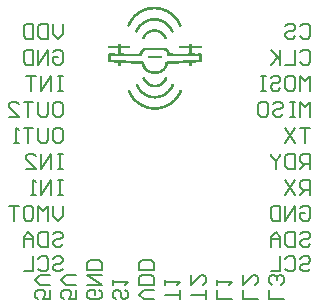
<source format=gbo>
G04*
G04 #@! TF.GenerationSoftware,Altium Limited,Altium Designer,21.8.1 (53)*
G04*
G04 Layer_Color=32896*
%FSLAX43Y43*%
%MOMM*%
G71*
G04*
G04 #@! TF.SameCoordinates,52961A17-6BC2-4DDE-B822-5F8CA39096D4*
G04*
G04*
G04 #@! TF.FilePolarity,Positive*
G04*
G01*
G75*
%ADD10C,0.200*%
G36*
X16444Y28861D02*
X16542D01*
Y28859D01*
X16549D01*
Y28861D01*
X16553D01*
Y28859D01*
X16563D01*
Y28856D01*
X16553D01*
Y28854D01*
X16565D01*
Y28852D01*
X16641D01*
Y28850D01*
X16685D01*
Y28848D01*
X16687D01*
Y28846D01*
X16685D01*
Y28844D01*
X16677D01*
Y28840D01*
X16685D01*
Y28838D01*
X16727D01*
Y28836D01*
X16763D01*
Y28833D01*
X16765D01*
Y28831D01*
X16763D01*
Y28829D01*
X16765D01*
Y28827D01*
X16811D01*
Y28825D01*
X16832D01*
Y28819D01*
X16830D01*
Y28815D01*
X16832D01*
Y28812D01*
X16857D01*
Y28810D01*
X16882D01*
Y28802D01*
X16918D01*
Y28800D01*
X16935D01*
Y28798D01*
X16937D01*
Y28796D01*
X16935D01*
Y28794D01*
X16943D01*
Y28791D01*
X16970D01*
Y28789D01*
X16991D01*
Y28787D01*
X16993D01*
Y28785D01*
X16985D01*
Y28783D01*
X16983D01*
Y28781D01*
X16985D01*
Y28779D01*
X16993D01*
Y28777D01*
X17006D01*
Y28775D01*
X17010D01*
Y28777D01*
X17016D01*
Y28775D01*
X17029D01*
Y28768D01*
X17031D01*
Y28766D01*
X17037D01*
Y28768D01*
X17039D01*
Y28766D01*
X17056D01*
Y28764D01*
X17062D01*
Y28766D01*
X17067D01*
Y28764D01*
X17071D01*
Y28758D01*
X17069D01*
Y28754D01*
X17077D01*
Y28752D01*
X17090D01*
Y28750D01*
X17107D01*
Y28745D01*
X17104D01*
Y28743D01*
X17113D01*
Y28741D01*
X17130D01*
Y28739D01*
X17140D01*
Y28733D01*
X17138D01*
Y28731D01*
X17140D01*
Y28726D01*
X17163D01*
Y28724D01*
X17174D01*
Y28718D01*
X17176D01*
Y28716D01*
X17199D01*
Y28714D01*
X17203D01*
Y28712D01*
X17201D01*
Y28708D01*
X17209D01*
Y28712D01*
X17207D01*
Y28714D01*
X17211D01*
Y28708D01*
X17216D01*
Y28705D01*
X17239D01*
Y28703D01*
X17241D01*
Y28697D01*
X17239D01*
Y28695D01*
X17241D01*
Y28693D01*
X17247D01*
Y28691D01*
X17262D01*
Y28689D01*
X17274D01*
Y28682D01*
X17276D01*
Y28680D01*
X17299D01*
Y28678D01*
X17302D01*
Y28668D01*
X17308D01*
Y28666D01*
X17325D01*
Y28664D01*
X17329D01*
Y28661D01*
X17327D01*
Y28657D01*
X17335D01*
Y28655D01*
X17348D01*
Y28653D01*
X17354D01*
Y28655D01*
X17358D01*
Y28653D01*
X17360D01*
Y28649D01*
X17358D01*
Y28643D01*
X17360D01*
Y28640D01*
X17373D01*
Y28638D01*
X17385D01*
Y28632D01*
X17388D01*
Y28630D01*
X17411D01*
Y28622D01*
X17419D01*
Y28619D01*
X17432D01*
Y28607D01*
X17436D01*
Y28605D01*
X17438D01*
Y28607D01*
X17444D01*
Y28605D01*
X17457D01*
Y28603D01*
X17459D01*
Y28601D01*
X17457D01*
Y28596D01*
X17471D01*
Y28594D01*
X17484D01*
Y28592D01*
X17490D01*
Y28594D01*
X17495D01*
Y28592D01*
X17497D01*
Y28590D01*
X17495D01*
Y28582D01*
X17497D01*
Y28580D01*
X17507D01*
Y28578D01*
X17509D01*
Y28571D01*
X17518D01*
Y28569D01*
X17532D01*
Y28557D01*
X17541D01*
Y28554D01*
X17555D01*
Y28552D01*
X17557D01*
Y28546D01*
X17566D01*
Y28544D01*
X17581D01*
Y28536D01*
X17591D01*
Y28533D01*
X17593D01*
Y28531D01*
X17602D01*
Y28529D01*
X17599D01*
Y28527D01*
X17597D01*
Y28529D01*
X17595D01*
Y28527D01*
X17593D01*
Y28523D01*
X17595D01*
Y28521D01*
X17604D01*
Y28519D01*
X17618D01*
Y28510D01*
X17627D01*
Y28508D01*
X17641D01*
Y28506D01*
X17643D01*
Y28504D01*
X17641D01*
Y28496D01*
X17643D01*
Y28494D01*
X17654D01*
Y28485D01*
X17660D01*
Y28487D01*
X17664D01*
Y28485D01*
X17669D01*
Y28483D01*
X17677D01*
Y28481D01*
X17679D01*
Y28477D01*
X17677D01*
Y28473D01*
X17679D01*
Y28471D01*
X17685D01*
Y28468D01*
X17692D01*
Y28466D01*
X17694D01*
Y28468D01*
X17702D01*
Y28460D01*
X17704D01*
Y28458D01*
X17708D01*
Y28460D01*
X17711D01*
Y28458D01*
X17713D01*
Y28456D01*
X17715D01*
Y28454D01*
X17713D01*
Y28452D01*
X17715D01*
Y28450D01*
X17729D01*
Y28447D01*
X17738D01*
Y28441D01*
X17736D01*
Y28437D01*
X17738D01*
Y28435D01*
X17740D01*
Y28433D01*
X17746D01*
Y28435D01*
X17750D01*
Y28433D01*
X17753D01*
Y28431D01*
X17755D01*
Y28429D01*
X17753D01*
Y28427D01*
X17755D01*
Y28424D01*
X17763D01*
Y28422D01*
X17765D01*
Y28420D01*
X17767D01*
Y28422D01*
X17771D01*
Y28416D01*
X17767D01*
Y28418D01*
X17765D01*
Y28412D01*
X17771D01*
Y28410D01*
X17776D01*
Y28408D01*
X17788D01*
Y28399D01*
X17799D01*
Y28397D01*
X17801D01*
Y28391D01*
X17799D01*
Y28387D01*
X17801D01*
Y28385D01*
X17813D01*
Y28382D01*
X17822D01*
Y28380D01*
X17824D01*
Y28378D01*
X17822D01*
Y28376D01*
X17824D01*
Y28374D01*
X17826D01*
Y28372D01*
X17832D01*
Y28374D01*
X17836D01*
Y28372D01*
X17839D01*
Y28364D01*
X17849D01*
Y28361D01*
X17851D01*
Y28355D01*
X17849D01*
Y28351D01*
X17851D01*
Y28349D01*
X17853D01*
Y28351D01*
X17857D01*
Y28349D01*
X17859D01*
Y28347D01*
X17872D01*
Y28341D01*
X17874D01*
Y28338D01*
X17883D01*
Y28336D01*
X17885D01*
Y28330D01*
X17883D01*
Y28326D01*
X17885D01*
Y28324D01*
X17899D01*
Y28315D01*
X17901D01*
Y28313D01*
X17910D01*
Y28311D01*
X17922D01*
Y28299D01*
X17925D01*
Y28296D01*
X17933D01*
Y28288D01*
X17935D01*
Y28286D01*
X17943D01*
Y28278D01*
X17948D01*
Y28275D01*
X17952D01*
Y28278D01*
X17958D01*
Y28265D01*
X17960D01*
Y28263D01*
X17969D01*
Y28261D01*
X17971D01*
Y28259D01*
X17969D01*
Y28255D01*
X17971D01*
Y28252D01*
X17985D01*
Y28238D01*
X17996D01*
Y28229D01*
X18008D01*
Y28227D01*
X18013D01*
Y28225D01*
X18019D01*
Y28219D01*
X18017D01*
Y28217D01*
X18019D01*
Y28213D01*
X18021D01*
Y28210D01*
X18025D01*
Y28213D01*
X18027D01*
Y28210D01*
X18029D01*
Y28202D01*
X18044D01*
Y28194D01*
X18046D01*
Y28192D01*
X18055D01*
Y28179D01*
X18057D01*
Y28177D01*
X18069D01*
Y28169D01*
X18071D01*
Y28166D01*
X18080D01*
Y28154D01*
X18082D01*
Y28152D01*
X18094D01*
Y28143D01*
X18097D01*
Y28141D01*
X18105D01*
Y28129D01*
X18107D01*
Y28127D01*
X18115D01*
Y28116D01*
X18130D01*
Y28108D01*
X18132D01*
Y28106D01*
X18141D01*
Y28091D01*
X18145D01*
Y28089D01*
X18147D01*
Y28091D01*
X18153D01*
Y28089D01*
X18155D01*
Y28083D01*
X18157D01*
Y28080D01*
X18164D01*
Y28078D01*
X18166D01*
Y28074D01*
X18164D01*
Y28070D01*
X18166D01*
Y28066D01*
X18168D01*
Y28064D01*
X18174D01*
Y28066D01*
X18178D01*
Y28064D01*
X18180D01*
Y28062D01*
X18178D01*
Y28059D01*
X18180D01*
Y28055D01*
X18183D01*
Y28053D01*
X18189D01*
Y28049D01*
X18187D01*
Y28051D01*
X18185D01*
Y28049D01*
X18183D01*
Y28043D01*
X18187D01*
Y28045D01*
X18189D01*
Y28043D01*
X18191D01*
Y28041D01*
X18193D01*
Y28032D01*
X18201D01*
Y28022D01*
X18216D01*
Y28007D01*
X18218D01*
Y28005D01*
X18222D01*
Y28007D01*
X18224D01*
Y28005D01*
X18227D01*
Y27997D01*
X18229D01*
Y27994D01*
X18235D01*
Y27997D01*
X18239D01*
Y27994D01*
X18241D01*
Y27980D01*
X18243D01*
Y27973D01*
X18250D01*
Y27971D01*
X18252D01*
Y27969D01*
X18254D01*
Y27957D01*
X18260D01*
Y27959D01*
X18264D01*
Y27957D01*
X18266D01*
Y27955D01*
X18268D01*
Y27946D01*
X18277D01*
Y27938D01*
X18279D01*
Y27936D01*
X18285D01*
Y27934D01*
X18287D01*
Y27921D01*
X18289D01*
Y27919D01*
X18294D01*
Y27921D01*
X18300D01*
Y27919D01*
X18302D01*
Y27911D01*
X18304D01*
Y27908D01*
X18310D01*
Y27896D01*
X18313D01*
Y27887D01*
X18315D01*
Y27885D01*
X18321D01*
Y27887D01*
X18325D01*
Y27885D01*
X18327D01*
Y27871D01*
X18336D01*
Y27869D01*
X18338D01*
Y27860D01*
X18340D01*
Y27858D01*
X18346D01*
Y27860D01*
X18350D01*
Y27852D01*
X18352D01*
Y27837D01*
X18354D01*
Y27835D01*
X18361D01*
Y27833D01*
X18363D01*
Y27825D01*
X18371D01*
Y27810D01*
X18373D01*
Y27801D01*
X18386D01*
Y27799D01*
X18388D01*
Y27785D01*
X18390D01*
Y27783D01*
X18396D01*
Y27774D01*
X18399D01*
Y27766D01*
X18401D01*
Y27764D01*
X18407D01*
Y27766D01*
X18409D01*
Y27764D01*
X18411D01*
Y27762D01*
X18413D01*
Y27757D01*
X18411D01*
Y27753D01*
X18413D01*
Y27749D01*
X18415D01*
Y27747D01*
X18422D01*
Y27745D01*
X18420D01*
Y27743D01*
X18422D01*
Y27739D01*
X18424D01*
Y27726D01*
X18426D01*
Y27724D01*
X18432D01*
Y27726D01*
X18434D01*
Y27724D01*
X18438D01*
Y27713D01*
X18440D01*
Y27711D01*
X18443D01*
Y27713D01*
X18445D01*
Y27711D01*
X18447D01*
Y27707D01*
X18445D01*
Y27703D01*
X18447D01*
Y27699D01*
X18449D01*
Y27690D01*
X18451D01*
Y27688D01*
X18453D01*
Y27690D01*
X18455D01*
Y27688D01*
X18457D01*
Y27680D01*
X18459D01*
Y27678D01*
X18461D01*
Y27676D01*
X18466D01*
Y27678D01*
X18472D01*
Y27671D01*
X18470D01*
Y27667D01*
X18472D01*
Y27663D01*
X18474D01*
Y27653D01*
X18482D01*
Y27644D01*
X18480D01*
Y27642D01*
X18482D01*
Y27638D01*
X18485D01*
Y27627D01*
X18491D01*
Y27629D01*
X18495D01*
Y27627D01*
X18497D01*
Y27615D01*
X18499D01*
Y27604D01*
X18508D01*
Y27594D01*
X18510D01*
Y27592D01*
X18512D01*
Y27590D01*
X18516D01*
Y27592D01*
X18522D01*
Y27585D01*
X18520D01*
Y27581D01*
X18522D01*
Y27577D01*
X18524D01*
Y27569D01*
X18526D01*
Y27567D01*
X18529D01*
Y27569D01*
X18531D01*
Y27567D01*
X18533D01*
Y27552D01*
X18535D01*
Y27543D01*
X18543D01*
Y27527D01*
X18545D01*
Y27518D01*
X18558D01*
Y27508D01*
X18560D01*
Y27493D01*
X18566D01*
Y27491D01*
X18568D01*
Y27468D01*
X18571D01*
Y27460D01*
X18573D01*
Y27457D01*
X18575D01*
Y27460D01*
X18579D01*
Y27462D01*
X18577D01*
Y27466D01*
X18581D01*
Y27457D01*
X18583D01*
Y27443D01*
X18585D01*
Y27432D01*
X18594D01*
Y27422D01*
X18596D01*
Y27407D01*
X18602D01*
Y27409D01*
X18606D01*
Y27407D01*
X18608D01*
Y27397D01*
X18610D01*
Y27382D01*
X18619D01*
Y27359D01*
X18621D01*
Y27355D01*
X18627D01*
Y27346D01*
X18629D01*
Y27323D01*
X18631D01*
Y27319D01*
X18636D01*
Y27321D01*
X18642D01*
Y27313D01*
X18644D01*
Y27262D01*
X18642D01*
Y27260D01*
X18638D01*
Y27262D01*
X18631D01*
Y27260D01*
X18629D01*
Y27237D01*
X18627D01*
Y27235D01*
X18619D01*
Y27225D01*
X18617D01*
Y27218D01*
X18619D01*
Y27214D01*
X18617D01*
Y27212D01*
X18608D01*
Y27204D01*
X18606D01*
Y27202D01*
X18602D01*
Y27204D01*
X18596D01*
Y27202D01*
X18594D01*
Y27199D01*
X18585D01*
Y27193D01*
X18591D01*
Y27189D01*
X18585D01*
Y27187D01*
X18568D01*
Y27185D01*
X18560D01*
Y27179D01*
X18558D01*
Y27176D01*
X18501D01*
Y27179D01*
X18497D01*
Y27183D01*
X18499D01*
Y27185D01*
X18482D01*
Y27187D01*
X18459D01*
Y27199D01*
X18457D01*
Y27202D01*
X18449D01*
Y27210D01*
X18447D01*
Y27212D01*
X18438D01*
Y27227D01*
X18434D01*
Y27229D01*
X18430D01*
Y27227D01*
X18426D01*
Y27229D01*
X18424D01*
Y27231D01*
X18426D01*
Y27235D01*
X18424D01*
Y27239D01*
X18422D01*
Y27241D01*
X18424D01*
Y27250D01*
X18422D01*
Y27252D01*
X18415D01*
Y27260D01*
X18413D01*
Y27273D01*
X18411D01*
Y27275D01*
X18409D01*
Y27277D01*
X18411D01*
Y27285D01*
X18405D01*
Y27277D01*
X18407D01*
Y27275D01*
X18405D01*
Y27273D01*
X18401D01*
Y27285D01*
X18399D01*
Y27298D01*
X18396D01*
Y27300D01*
X18392D01*
Y27298D01*
X18390D01*
Y27304D01*
X18396D01*
Y27311D01*
X18394D01*
Y27309D01*
X18390D01*
Y27311D01*
X18388D01*
Y27323D01*
X18386D01*
Y27325D01*
X18384D01*
Y27330D01*
X18386D01*
Y27336D01*
X18380D01*
Y27330D01*
X18382D01*
Y27325D01*
X18380D01*
Y27323D01*
X18375D01*
Y27336D01*
X18373D01*
Y27346D01*
X18371D01*
Y27348D01*
X18365D01*
Y27357D01*
X18363D01*
Y27374D01*
X18354D01*
Y27384D01*
X18352D01*
Y27401D01*
X18350D01*
Y27403D01*
X18352D01*
Y27405D01*
X18350D01*
Y27407D01*
X18344D01*
Y27405D01*
X18340D01*
Y27409D01*
X18338D01*
Y27424D01*
X18336D01*
Y27428D01*
X18338D01*
Y27430D01*
X18336D01*
Y27432D01*
X18329D01*
Y27434D01*
X18327D01*
Y27447D01*
X18325D01*
Y27449D01*
X18327D01*
Y27455D01*
X18325D01*
Y27457D01*
X18319D01*
Y27455D01*
X18317D01*
Y27457D01*
X18315D01*
Y27460D01*
X18313D01*
Y27470D01*
X18310D01*
Y27476D01*
X18313D01*
Y27481D01*
X18310D01*
Y27483D01*
X18304D01*
Y27485D01*
X18302D01*
Y27493D01*
X18300D01*
Y27495D01*
X18294D01*
Y27493D01*
X18292D01*
Y27495D01*
X18289D01*
Y27508D01*
X18287D01*
Y27518D01*
X18279D01*
Y27527D01*
X18277D01*
Y27531D01*
X18275D01*
Y27535D01*
X18277D01*
Y27541D01*
X18275D01*
Y27543D01*
X18273D01*
Y27541D01*
X18271D01*
Y27543D01*
X18268D01*
Y27552D01*
X18266D01*
Y27556D01*
X18258D01*
Y27554D01*
X18256D01*
Y27556D01*
X18254D01*
Y27562D01*
X18256D01*
Y27564D01*
X18254D01*
Y27569D01*
X18252D01*
Y27579D01*
X18243D01*
Y27594D01*
X18241D01*
Y27602D01*
X18239D01*
Y27604D01*
X18235D01*
Y27602D01*
X18229D01*
Y27604D01*
X18227D01*
Y27615D01*
X18218D01*
Y27629D01*
X18216D01*
Y27638D01*
X18214D01*
Y27640D01*
X18208D01*
Y27638D01*
X18206D01*
Y27640D01*
X18203D01*
Y27642D01*
X18201D01*
Y27646D01*
X18203D01*
Y27650D01*
X18201D01*
Y27655D01*
X18193D01*
Y27665D01*
X18191D01*
Y27678D01*
X18185D01*
Y27680D01*
X18183D01*
Y27682D01*
X18180D01*
Y27684D01*
X18183D01*
Y27688D01*
X18180D01*
Y27690D01*
X18168D01*
Y27699D01*
X18166D01*
Y27701D01*
X18164D01*
Y27703D01*
X18162D01*
Y27701D01*
X18159D01*
Y27703D01*
X18157D01*
Y27705D01*
X18159D01*
Y27707D01*
X18162D01*
Y27705D01*
X18164D01*
Y27707D01*
X18166D01*
Y27711D01*
X18164D01*
Y27713D01*
X18162D01*
Y27711D01*
X18159D01*
Y27713D01*
X18157D01*
Y27715D01*
X18155D01*
Y27724D01*
X18143D01*
Y27728D01*
X18141D01*
Y27730D01*
X18143D01*
Y27739D01*
X18141D01*
Y27741D01*
X18132D01*
Y27751D01*
X18130D01*
Y27753D01*
X18128D01*
Y27755D01*
X18130D01*
Y27764D01*
X18122D01*
Y27762D01*
X18120D01*
Y27764D01*
X18117D01*
Y27766D01*
X18115D01*
Y27774D01*
X18113D01*
Y27776D01*
X18111D01*
Y27774D01*
X18109D01*
Y27776D01*
X18107D01*
Y27785D01*
X18105D01*
Y27787D01*
X18097D01*
Y27793D01*
X18099D01*
Y27797D01*
X18097D01*
Y27801D01*
X18094D01*
Y27808D01*
X18092D01*
Y27810D01*
X18088D01*
Y27808D01*
X18086D01*
Y27806D01*
X18088D01*
Y27804D01*
X18086D01*
Y27801D01*
X18084D01*
Y27810D01*
X18082D01*
Y27812D01*
X18080D01*
Y27825D01*
X18071D01*
Y27827D01*
X18069D01*
Y27835D01*
X18057D01*
Y27839D01*
X18055D01*
Y27841D01*
X18057D01*
Y27850D01*
X18048D01*
Y27852D01*
X18046D01*
Y27860D01*
X18044D01*
Y27862D01*
X18036D01*
Y27860D01*
X18034D01*
Y27862D01*
X18031D01*
Y27871D01*
X18023D01*
Y27873D01*
X18021D01*
Y27885D01*
X18019D01*
Y27887D01*
X18011D01*
Y27892D01*
X18013D01*
Y27894D01*
X18011D01*
Y27896D01*
X18008D01*
Y27898D01*
X17998D01*
Y27900D01*
X17996D01*
Y27902D01*
X17998D01*
Y27908D01*
X17996D01*
Y27913D01*
X17994D01*
Y27919D01*
X17987D01*
Y27921D01*
X17985D01*
Y27923D01*
X17983D01*
Y27929D01*
X17985D01*
Y27932D01*
X17983D01*
Y27936D01*
X17977D01*
Y27934D01*
X17973D01*
Y27936D01*
X17971D01*
Y27938D01*
X17969D01*
Y27942D01*
X17971D01*
Y27944D01*
X17969D01*
Y27946D01*
X17960D01*
Y27955D01*
X17958D01*
Y27957D01*
X17945D01*
Y27969D01*
X17943D01*
Y27971D01*
X17935D01*
Y27980D01*
X17933D01*
Y27982D01*
X17925D01*
Y27997D01*
X17910D01*
Y28005D01*
X17908D01*
Y28007D01*
X17899D01*
Y28022D01*
X17885D01*
Y28024D01*
X17883D01*
Y28026D01*
X17885D01*
Y28030D01*
X17876D01*
Y28032D01*
X17874D01*
Y28034D01*
X17872D01*
Y28036D01*
X17874D01*
Y28041D01*
X17859D01*
Y28043D01*
X17857D01*
Y28051D01*
X17859D01*
Y28053D01*
X17857D01*
Y28055D01*
X17851D01*
Y28057D01*
X17849D01*
Y28059D01*
X17841D01*
Y28066D01*
X17839D01*
Y28068D01*
X17836D01*
Y28070D01*
X17832D01*
Y28068D01*
X17826D01*
Y28080D01*
X17824D01*
Y28083D01*
X17815D01*
Y28091D01*
X17813D01*
Y28093D01*
X17801D01*
Y28095D01*
X17799D01*
Y28097D01*
X17801D01*
Y28106D01*
X17799D01*
Y28108D01*
X17790D01*
Y28110D01*
X17788D01*
Y28112D01*
X17790D01*
Y28116D01*
X17786D01*
Y28118D01*
X17780D01*
Y28116D01*
X17778D01*
Y28118D01*
X17774D01*
Y28127D01*
X17765D01*
Y28129D01*
X17763D01*
Y28131D01*
X17761D01*
Y28135D01*
X17763D01*
Y28139D01*
X17761D01*
Y28141D01*
X17753D01*
Y28143D01*
X17740D01*
Y28152D01*
X17736D01*
Y28154D01*
X17734D01*
Y28152D01*
X17732D01*
Y28154D01*
X17727D01*
Y28160D01*
X17729D01*
Y28164D01*
X17727D01*
Y28166D01*
X17715D01*
Y28169D01*
X17713D01*
Y28175D01*
X17711D01*
Y28177D01*
X17702D01*
Y28179D01*
X17700D01*
Y28181D01*
X17696D01*
Y28179D01*
X17690D01*
Y28185D01*
X17692D01*
Y28189D01*
X17690D01*
Y28192D01*
X17688D01*
Y28194D01*
X17679D01*
Y28202D01*
X17677D01*
Y28204D01*
X17669D01*
Y28210D01*
X17667D01*
Y28213D01*
X17654D01*
Y28215D01*
X17646D01*
Y28221D01*
X17648D01*
Y28219D01*
X17652D01*
Y28225D01*
X17646D01*
Y28227D01*
X17641D01*
Y28229D01*
X17629D01*
Y28238D01*
X17618D01*
Y28240D01*
X17614D01*
Y28242D01*
X17612D01*
Y28240D01*
X17604D01*
Y28244D01*
X17606D01*
Y28246D01*
X17610D01*
Y28244D01*
X17614D01*
Y28246D01*
X17616D01*
Y28250D01*
X17608D01*
Y28248D01*
X17606D01*
Y28250D01*
X17604D01*
Y28252D01*
X17602D01*
Y28255D01*
X17597D01*
Y28252D01*
X17595D01*
Y28255D01*
X17593D01*
Y28261D01*
X17591D01*
Y28263D01*
X17583D01*
Y28265D01*
X17568D01*
Y28271D01*
X17570D01*
Y28275D01*
X17568D01*
Y28278D01*
X17560D01*
Y28280D01*
X17555D01*
Y28288D01*
X17549D01*
Y28286D01*
X17545D01*
Y28288D01*
X17541D01*
Y28290D01*
X17532D01*
Y28299D01*
X17518D01*
Y28301D01*
X17509D01*
Y28307D01*
X17511D01*
Y28305D01*
X17516D01*
Y28311D01*
X17509D01*
Y28313D01*
X17499D01*
Y28315D01*
X17497D01*
Y28322D01*
X17495D01*
Y28324D01*
X17488D01*
Y28322D01*
X17486D01*
Y28324D01*
X17474D01*
Y28326D01*
X17471D01*
Y28332D01*
X17474D01*
Y28334D01*
X17471D01*
Y28338D01*
X17457D01*
Y28341D01*
X17448D01*
Y28347D01*
X17446D01*
Y28349D01*
X17432D01*
Y28351D01*
X17430D01*
Y28355D01*
X17432D01*
Y28361D01*
X17423D01*
Y28364D01*
X17413D01*
Y28366D01*
X17411D01*
Y28372D01*
X17406D01*
Y28374D01*
X17404D01*
Y28372D01*
X17398D01*
Y28374D01*
X17388D01*
Y28376D01*
X17385D01*
Y28382D01*
X17373D01*
Y28385D01*
X17360D01*
Y28387D01*
X17358D01*
Y28391D01*
X17360D01*
Y28397D01*
X17348D01*
Y28399D01*
X17337D01*
Y28401D01*
X17333D01*
Y28403D01*
X17335D01*
Y28408D01*
X17327D01*
Y28410D01*
X17310D01*
Y28412D01*
X17302D01*
Y28416D01*
X17304D01*
Y28418D01*
X17306D01*
Y28416D01*
X17308D01*
Y28418D01*
X17310D01*
Y28420D01*
X17304D01*
Y28422D01*
X17302D01*
Y28424D01*
X17285D01*
Y28427D01*
X17276D01*
Y28429D01*
X17278D01*
Y28433D01*
X17276D01*
Y28435D01*
X17260D01*
Y28437D01*
X17251D01*
Y28441D01*
X17260D01*
Y28445D01*
X17258D01*
Y28447D01*
X17255D01*
Y28445D01*
X17253D01*
Y28447D01*
X17251D01*
Y28450D01*
X17239D01*
Y28452D01*
X17226D01*
Y28458D01*
X17224D01*
Y28460D01*
X17201D01*
Y28462D01*
X17199D01*
Y28468D01*
X17190D01*
Y28471D01*
X17174D01*
Y28473D01*
X17165D01*
Y28475D01*
X17167D01*
Y28477D01*
X17174D01*
Y28483D01*
X17163D01*
Y28485D01*
X17140D01*
Y28494D01*
X17130D01*
Y28496D01*
X17113D01*
Y28498D01*
X17104D01*
Y28500D01*
X17107D01*
Y28502D01*
X17113D01*
Y28506D01*
X17107D01*
Y28508D01*
X17102D01*
Y28510D01*
X17079D01*
Y28513D01*
X17071D01*
Y28515D01*
X17077D01*
Y28519D01*
X17073D01*
Y28517D01*
X17071D01*
Y28519D01*
X17054D01*
Y28521D01*
X17029D01*
Y28533D01*
X17021D01*
Y28536D01*
X17002D01*
Y28538D01*
X16993D01*
Y28544D01*
X16983D01*
Y28546D01*
X16958D01*
Y28548D01*
X16955D01*
Y28550D01*
X16958D01*
Y28552D01*
X16955D01*
Y28554D01*
X16949D01*
Y28552D01*
X16947D01*
Y28554D01*
X16932D01*
Y28557D01*
X16907D01*
Y28563D01*
X16909D01*
Y28567D01*
X16907D01*
Y28569D01*
X16897D01*
Y28571D01*
X16859D01*
Y28573D01*
X16857D01*
Y28575D01*
X16859D01*
Y28578D01*
X16857D01*
Y28580D01*
X16832D01*
Y28582D01*
X16811D01*
Y28584D01*
X16798D01*
Y28586D01*
X16800D01*
Y28588D01*
X16804D01*
Y28586D01*
X16811D01*
Y28588D01*
X16813D01*
Y28592D01*
X16811D01*
Y28594D01*
X16802D01*
Y28592D01*
X16800D01*
Y28594D01*
X16786D01*
Y28596D01*
X16777D01*
Y28594D01*
X16775D01*
Y28596D01*
X16737D01*
Y28598D01*
X16735D01*
Y28605D01*
X16687D01*
Y28607D01*
X16651D01*
Y28609D01*
X16643D01*
Y28611D01*
X16649D01*
Y28613D01*
X16653D01*
Y28617D01*
X16649D01*
Y28619D01*
X16616D01*
Y28622D01*
X16540D01*
Y28624D01*
X16538D01*
Y28630D01*
X16534D01*
Y28628D01*
X16532D01*
Y28630D01*
X16446D01*
Y28632D01*
X16247D01*
Y28630D01*
X16150D01*
Y28628D01*
X16138D01*
Y28626D01*
X16142D01*
Y28624D01*
X16138D01*
Y28622D01*
X16077D01*
Y28619D01*
X16028D01*
Y28617D01*
X16024D01*
Y28615D01*
X16026D01*
Y28613D01*
X16028D01*
Y28611D01*
X16041D01*
Y28609D01*
X16028D01*
Y28607D01*
X15991D01*
Y28605D01*
X15955D01*
Y28596D01*
X15949D01*
Y28598D01*
X15945D01*
Y28596D01*
X15907D01*
Y28594D01*
X15882D01*
Y28592D01*
X15880D01*
Y28588D01*
X15882D01*
Y28586D01*
X15884D01*
Y28584D01*
X15882D01*
Y28582D01*
X15856D01*
Y28580D01*
X15831D01*
Y28571D01*
X15808D01*
Y28569D01*
X15802D01*
Y28571D01*
X15798D01*
Y28569D01*
X15785D01*
Y28561D01*
X15787D01*
Y28559D01*
X15785D01*
Y28557D01*
X15762D01*
Y28554D01*
X15743D01*
Y28548D01*
X15737D01*
Y28546D01*
X15722D01*
Y28544D01*
X15718D01*
Y28546D01*
X15712D01*
Y28544D01*
X15701D01*
Y28542D01*
X15699D01*
Y28540D01*
X15701D01*
Y28538D01*
X15699D01*
Y28536D01*
X15674D01*
Y28533D01*
X15659D01*
Y28531D01*
X15657D01*
Y28527D01*
X15659D01*
Y28523D01*
X15657D01*
Y28521D01*
X15638D01*
Y28519D01*
X15615D01*
Y28515D01*
X15617D01*
Y28513D01*
X15615D01*
Y28510D01*
X15590D01*
Y28508D01*
X15586D01*
Y28506D01*
X15582D01*
Y28508D01*
X15575D01*
Y28502D01*
X15577D01*
Y28500D01*
X15580D01*
Y28502D01*
X15588D01*
Y28498D01*
X15575D01*
Y28496D01*
X15563D01*
Y28494D01*
X15552D01*
Y28489D01*
X15554D01*
Y28487D01*
X15552D01*
Y28485D01*
X15546D01*
Y28487D01*
X15542D01*
Y28485D01*
X15529D01*
Y28483D01*
X15525D01*
Y28481D01*
X15523D01*
Y28483D01*
X15515D01*
Y28477D01*
X15517D01*
Y28475D01*
X15521D01*
Y28477D01*
X15527D01*
Y28473D01*
X15515D01*
Y28471D01*
X15504D01*
Y28468D01*
X15489D01*
Y28462D01*
X15487D01*
Y28460D01*
X15471D01*
Y28458D01*
X15468D01*
Y28452D01*
X15466D01*
Y28450D01*
X15460D01*
Y28452D01*
X15456D01*
Y28450D01*
X15443D01*
Y28447D01*
X15441D01*
Y28437D01*
X15439D01*
Y28435D01*
X15437D01*
Y28437D01*
X15431D01*
Y28435D01*
X15418D01*
Y28433D01*
X15416D01*
Y28427D01*
X15403D01*
Y28424D01*
X15393D01*
Y28422D01*
X15391D01*
Y28412D01*
X15385D01*
Y28410D01*
X15368D01*
Y28408D01*
X15366D01*
Y28401D01*
X15357D01*
Y28399D01*
X15343D01*
Y28397D01*
X15334D01*
Y28391D01*
X15340D01*
Y28387D01*
X15334D01*
Y28385D01*
X15317D01*
Y28382D01*
X15315D01*
Y28376D01*
X15309D01*
Y28374D01*
X15296D01*
Y28372D01*
X15294D01*
Y28366D01*
X15288D01*
Y28368D01*
X15290D01*
Y28372D01*
X15284D01*
Y28368D01*
X15286D01*
Y28366D01*
X15282D01*
Y28364D01*
X15271D01*
Y28351D01*
X15259D01*
Y28349D01*
X15246D01*
Y28341D01*
X15231D01*
Y28338D01*
X15223D01*
Y28336D01*
X15221D01*
Y28330D01*
X15223D01*
Y28328D01*
X15221D01*
Y28326D01*
X15219D01*
Y28324D01*
X15198D01*
Y28322D01*
X15196D01*
Y28313D01*
X15183D01*
Y28311D01*
X15179D01*
Y28313D01*
X15173D01*
Y28301D01*
X15171D01*
Y28299D01*
X15160D01*
Y28290D01*
X15148D01*
Y28288D01*
X15137D01*
Y28280D01*
X15135D01*
Y28278D01*
X15124D01*
Y28265D01*
X15112D01*
Y28263D01*
X15101D01*
Y28255D01*
X15099D01*
Y28252D01*
X15085D01*
Y28240D01*
X15076D01*
Y28238D01*
X15074D01*
Y28236D01*
X15072D01*
Y28234D01*
X15074D01*
Y28231D01*
X15072D01*
Y28229D01*
X15068D01*
Y28236D01*
X15062D01*
Y28234D01*
X15064D01*
Y28229D01*
X15059D01*
Y28227D01*
X15051D01*
Y28215D01*
X15049D01*
Y28213D01*
X15038D01*
Y28204D01*
X15026D01*
Y28202D01*
X15015D01*
Y28194D01*
X15013D01*
Y28192D01*
X15009D01*
Y28194D01*
X15003D01*
Y28192D01*
X14999D01*
Y28183D01*
X15001D01*
Y28181D01*
X14999D01*
Y28179D01*
X14990D01*
Y28177D01*
X14988D01*
Y28175D01*
X14986D01*
Y28173D01*
X14988D01*
Y28171D01*
X14986D01*
Y28169D01*
X14984D01*
Y28171D01*
X14982D01*
Y28173D01*
X14984D01*
Y28175D01*
X14982D01*
Y28177D01*
X14978D01*
Y28169D01*
X14973D01*
Y28166D01*
X14965D01*
Y28158D01*
X14967D01*
Y28156D01*
X14965D01*
Y28154D01*
X14963D01*
Y28152D01*
X14955D01*
Y28143D01*
X14942D01*
Y28141D01*
X14938D01*
Y28133D01*
X14940D01*
Y28131D01*
X14938D01*
Y28129D01*
X14929D01*
Y28127D01*
X14927D01*
Y28124D01*
X14925D01*
Y28122D01*
X14927D01*
Y28120D01*
X14923D01*
Y28127D01*
X14917D01*
Y28118D01*
X14913D01*
Y28116D01*
X14904D01*
Y28108D01*
X14892D01*
Y28106D01*
X14890D01*
Y28093D01*
X14879D01*
Y28085D01*
X14877D01*
Y28083D01*
X14869D01*
Y28080D01*
X14866D01*
Y28074D01*
X14869D01*
Y28070D01*
X14866D01*
Y28068D01*
X14860D01*
Y28070D01*
X14858D01*
Y28068D01*
X14854D01*
Y28066D01*
X14852D01*
Y28059D01*
X14845D01*
Y28057D01*
X14843D01*
Y28055D01*
X14841D01*
Y28043D01*
X14837D01*
Y28045D01*
X14831D01*
Y28043D01*
X14829D01*
Y28041D01*
X14820D01*
Y28032D01*
X14816D01*
Y28030D01*
X14810D01*
Y28024D01*
X14808D01*
Y28022D01*
X14795D01*
Y28020D01*
X14793D01*
Y28013D01*
X14795D01*
Y28009D01*
X14793D01*
Y28007D01*
X14785D01*
Y27999D01*
X14783D01*
Y27997D01*
X14770D01*
Y27994D01*
X14768D01*
Y27988D01*
X14770D01*
Y27984D01*
X14768D01*
Y27982D01*
X14759D01*
Y27973D01*
X14757D01*
Y27971D01*
X14745D01*
Y27969D01*
X14743D01*
Y27957D01*
X14734D01*
Y27948D01*
X14732D01*
Y27946D01*
X14724D01*
Y27938D01*
X14722D01*
Y27936D01*
X14720D01*
Y27934D01*
X14715D01*
Y27936D01*
X14711D01*
Y27934D01*
X14709D01*
Y27921D01*
X14707D01*
Y27919D01*
X14699D01*
Y27917D01*
X14701D01*
Y27913D01*
X14699D01*
Y27911D01*
X14697D01*
Y27908D01*
X14694D01*
Y27906D01*
X14692D01*
Y27908D01*
X14684D01*
Y27904D01*
X14686D01*
Y27898D01*
X14684D01*
Y27896D01*
X14682D01*
Y27887D01*
X14673D01*
Y27885D01*
X14671D01*
Y27873D01*
X14669D01*
Y27871D01*
X14667D01*
Y27873D01*
X14659D01*
Y27871D01*
X14657D01*
Y27862D01*
X14655D01*
Y27860D01*
X14653D01*
Y27862D01*
X14648D01*
Y27860D01*
X14646D01*
Y27852D01*
X14640D01*
Y27850D01*
X14638D01*
Y27837D01*
X14636D01*
Y27835D01*
X14623D01*
Y27827D01*
X14621D01*
Y27822D01*
X14615D01*
Y27816D01*
X14617D01*
Y27818D01*
X14619D01*
Y27816D01*
X14621D01*
Y27814D01*
X14619D01*
Y27812D01*
X14617D01*
Y27814D01*
X14615D01*
Y27812D01*
X14613D01*
Y27808D01*
X14611D01*
Y27806D01*
X14613D01*
Y27804D01*
X14611D01*
Y27799D01*
X14606D01*
Y27801D01*
X14600D01*
Y27799D01*
X14598D01*
Y27787D01*
X14596D01*
Y27785D01*
X14587D01*
Y27774D01*
X14585D01*
Y27772D01*
X14581D01*
Y27774D01*
X14575D01*
Y27772D01*
X14573D01*
Y27770D01*
X14575D01*
Y27768D01*
X14573D01*
Y27766D01*
X14571D01*
Y27762D01*
X14564D01*
Y27757D01*
X14571D01*
Y27751D01*
X14567D01*
Y27753D01*
X14564D01*
Y27751D01*
X14562D01*
Y27749D01*
X14560D01*
Y27741D01*
X14552D01*
Y27726D01*
X14550D01*
Y27724D01*
X14546D01*
Y27726D01*
X14539D01*
Y27724D01*
X14537D01*
Y27715D01*
X14535D01*
Y27713D01*
X14527D01*
Y27705D01*
X14529D01*
Y27703D01*
X14527D01*
Y27699D01*
X14525D01*
Y27690D01*
X14518D01*
Y27692D01*
X14514D01*
Y27690D01*
X14512D01*
Y27682D01*
X14510D01*
Y27680D01*
X14504D01*
Y27678D01*
X14501D01*
Y27665D01*
X14499D01*
Y27663D01*
X14489D01*
Y27657D01*
X14487D01*
Y27653D01*
X14485D01*
Y27640D01*
X14478D01*
Y27638D01*
X14476D01*
Y27629D01*
X14474D01*
Y27625D01*
X14472D01*
Y27627D01*
X14468D01*
Y27621D01*
X14474D01*
Y27617D01*
X14468D01*
Y27615D01*
X14466D01*
Y27604D01*
X14464D01*
Y27602D01*
X14457D01*
Y27604D01*
X14455D01*
Y27602D01*
X14453D01*
Y27596D01*
X14451D01*
Y27592D01*
X14449D01*
Y27585D01*
X14451D01*
Y27581D01*
X14449D01*
Y27579D01*
X14443D01*
Y27577D01*
X14441D01*
Y27569D01*
X14439D01*
Y27564D01*
X14434D01*
Y27567D01*
X14428D01*
Y27560D01*
X14430D01*
Y27556D01*
X14428D01*
Y27554D01*
X14426D01*
Y27546D01*
X14424D01*
Y27543D01*
X14418D01*
Y27541D01*
X14415D01*
Y27535D01*
X14418D01*
Y27531D01*
X14415D01*
Y27527D01*
X14413D01*
Y27523D01*
X14415D01*
Y27520D01*
X14413D01*
Y27518D01*
X14409D01*
Y27520D01*
X14403D01*
Y27518D01*
X14401D01*
Y27508D01*
X14399D01*
Y27506D01*
X14397D01*
Y27508D01*
X14392D01*
Y27493D01*
X14390D01*
Y27483D01*
X14382D01*
Y27468D01*
X14380D01*
Y27457D01*
X14374D01*
Y27460D01*
X14369D01*
Y27457D01*
X14367D01*
Y27455D01*
X14365D01*
Y27449D01*
X14367D01*
Y27445D01*
X14365D01*
Y27434D01*
X14363D01*
Y27432D01*
X14357D01*
Y27424D01*
X14355D01*
Y27409D01*
X14353D01*
Y27407D01*
X14348D01*
Y27409D01*
X14344D01*
Y27407D01*
X14342D01*
Y27405D01*
X14340D01*
Y27403D01*
X14342D01*
Y27401D01*
X14340D01*
Y27384D01*
X14338D01*
Y27382D01*
X14332D01*
Y27374D01*
X14330D01*
Y27357D01*
X14321D01*
Y27359D01*
X14319D01*
Y27357D01*
X14317D01*
Y27355D01*
X14315D01*
Y27338D01*
X14313D01*
Y27336D01*
X14306D01*
Y27323D01*
X14304D01*
Y27311D01*
X14296D01*
Y27288D01*
X14294D01*
Y27273D01*
X14288D01*
Y27275D01*
X14283D01*
Y27273D01*
X14281D01*
Y27262D01*
X14279D01*
Y27252D01*
X14271D01*
Y27237D01*
X14269D01*
Y27229D01*
X14267D01*
Y27227D01*
X14264D01*
Y27229D01*
X14260D01*
Y27231D01*
X14262D01*
Y27235D01*
X14258D01*
Y27229D01*
X14256D01*
Y27225D01*
X14254D01*
Y27212D01*
X14246D01*
Y27210D01*
X14244D01*
Y27202D01*
X14231D01*
Y27199D01*
X14229D01*
Y27187D01*
X14212D01*
Y27185D01*
X14195D01*
Y27181D01*
X14197D01*
Y27179D01*
X14193D01*
Y27176D01*
X14137D01*
Y27179D01*
X14132D01*
Y27181D01*
X14134D01*
Y27185D01*
X14124D01*
Y27187D01*
X14109D01*
Y27189D01*
X14107D01*
Y27193D01*
X14109D01*
Y27199D01*
X14101D01*
Y27202D01*
X14097D01*
Y27204D01*
X14095D01*
Y27206D01*
X14097D01*
Y27210D01*
X14092D01*
Y27204D01*
X14090D01*
Y27202D01*
X14088D01*
Y27204D01*
X14086D01*
Y27210D01*
X14084D01*
Y27214D01*
X14082D01*
Y27218D01*
X14084D01*
Y27223D01*
X14082D01*
Y27225D01*
X14076D01*
Y27227D01*
X14074D01*
Y27237D01*
X14061D01*
Y27250D01*
X14059D01*
Y27262D01*
X14057D01*
Y27273D01*
X14055D01*
Y27271D01*
X14051D01*
Y27321D01*
X14059D01*
Y27346D01*
X14061D01*
Y27357D01*
X14074D01*
Y27380D01*
X14076D01*
Y27384D01*
X14082D01*
Y27386D01*
X14084D01*
Y27388D01*
X14082D01*
Y27395D01*
X14084D01*
Y27407D01*
X14086D01*
Y27409D01*
X14092D01*
Y27407D01*
X14095D01*
Y27409D01*
X14099D01*
Y27416D01*
X14097D01*
Y27420D01*
X14099D01*
Y27432D01*
X14101D01*
Y27434D01*
X14107D01*
Y27441D01*
X14109D01*
Y27455D01*
X14111D01*
Y27460D01*
X14116D01*
Y27457D01*
X14122D01*
Y27460D01*
X14124D01*
Y27464D01*
X14122D01*
Y27466D01*
X14124D01*
Y27481D01*
X14126D01*
Y27485D01*
X14132D01*
Y27491D01*
X14134D01*
Y27508D01*
X14137D01*
Y27516D01*
X14143D01*
Y27518D01*
X14145D01*
Y27531D01*
X14147D01*
Y27537D01*
X14145D01*
Y27539D01*
X14147D01*
Y27543D01*
X14151D01*
Y27541D01*
X14158D01*
Y27543D01*
X14160D01*
Y27554D01*
X14162D01*
Y27567D01*
X14168D01*
Y27569D01*
X14170D01*
Y27579D01*
X14172D01*
Y27581D01*
X14176D01*
Y27579D01*
X14183D01*
Y27592D01*
X14185D01*
Y27602D01*
X14187D01*
Y27604D01*
X14191D01*
Y27602D01*
X14193D01*
Y27604D01*
X14195D01*
Y27617D01*
X14197D01*
Y27621D01*
X14195D01*
Y27627D01*
X14208D01*
Y27629D01*
X14210D01*
Y27640D01*
X14212D01*
Y27653D01*
X14220D01*
Y27665D01*
X14229D01*
Y27680D01*
X14231D01*
Y27688D01*
X14233D01*
Y27690D01*
X14237D01*
Y27688D01*
X14244D01*
Y27690D01*
X14246D01*
Y27701D01*
X14248D01*
Y27713D01*
X14252D01*
Y27711D01*
X14254D01*
Y27713D01*
X14256D01*
Y27724D01*
X14269D01*
Y27726D01*
X14271D01*
Y27734D01*
X14269D01*
Y27736D01*
X14271D01*
Y27741D01*
X14273D01*
Y27747D01*
X14279D01*
Y27749D01*
X14281D01*
Y27764D01*
X14283D01*
Y27766D01*
X14288D01*
Y27764D01*
X14294D01*
Y27766D01*
X14296D01*
Y27776D01*
X14298D01*
Y27783D01*
X14304D01*
Y27785D01*
X14306D01*
Y27799D01*
X14315D01*
Y27808D01*
X14317D01*
Y27822D01*
X14319D01*
Y27825D01*
X14323D01*
Y27822D01*
X14327D01*
Y27825D01*
X14332D01*
Y27835D01*
X14340D01*
Y27850D01*
X14342D01*
Y27852D01*
X14344D01*
Y27858D01*
X14348D01*
Y27856D01*
X14346D01*
Y27852D01*
X14355D01*
Y27860D01*
X14357D01*
Y27869D01*
X14365D01*
Y27873D01*
X14367D01*
Y27879D01*
X14365D01*
Y27883D01*
X14367D01*
Y27885D01*
X14369D01*
Y27887D01*
X14371D01*
Y27885D01*
X14380D01*
Y27894D01*
X14382D01*
Y27896D01*
X14384D01*
Y27898D01*
X14390D01*
Y27904D01*
X14384D01*
Y27908D01*
X14390D01*
Y27911D01*
X14392D01*
Y27919D01*
X14401D01*
Y27923D01*
X14403D01*
Y27929D01*
X14401D01*
Y27932D01*
X14403D01*
Y27936D01*
X14409D01*
Y27934D01*
X14411D01*
Y27936D01*
X14415D01*
Y27938D01*
X14418D01*
Y27940D01*
X14415D01*
Y27944D01*
X14418D01*
Y27946D01*
X14426D01*
Y27955D01*
X14428D01*
Y27957D01*
X14441D01*
Y27971D01*
X14443D01*
Y27973D01*
X14451D01*
Y27976D01*
X14449D01*
Y27978D01*
X14451D01*
Y27982D01*
X14453D01*
Y27984D01*
X14455D01*
Y27988D01*
X14453D01*
Y27994D01*
X14460D01*
Y27992D01*
X14464D01*
Y27994D01*
X14466D01*
Y27997D01*
X14468D01*
Y28005D01*
X14476D01*
Y28007D01*
X14478D01*
Y28020D01*
X14487D01*
Y28030D01*
X14501D01*
Y28041D01*
X14506D01*
Y28043D01*
X14508D01*
Y28041D01*
X14510D01*
Y28043D01*
X14512D01*
Y28055D01*
X14514D01*
Y28057D01*
X14527D01*
Y28066D01*
X14529D01*
Y28068D01*
X14537D01*
Y28076D01*
X14535D01*
Y28078D01*
X14537D01*
Y28083D01*
X14541D01*
Y28085D01*
X14543D01*
Y28083D01*
X14550D01*
Y28085D01*
X14552D01*
Y28087D01*
X14550D01*
Y28089D01*
X14552D01*
Y28091D01*
X14554D01*
Y28093D01*
X14560D01*
Y28095D01*
X14562D01*
Y28097D01*
X14560D01*
Y28106D01*
X14562D01*
Y28108D01*
X14564D01*
Y28116D01*
X14573D01*
Y28118D01*
X14575D01*
Y28127D01*
X14579D01*
Y28124D01*
X14585D01*
Y28127D01*
X14587D01*
Y28129D01*
X14590D01*
Y28137D01*
X14587D01*
Y28139D01*
X14590D01*
Y28141D01*
X14598D01*
Y28150D01*
X14600D01*
Y28152D01*
X14606D01*
Y28150D01*
X14608D01*
Y28152D01*
X14613D01*
Y28154D01*
X14615D01*
Y28160D01*
X14613D01*
Y28164D01*
X14615D01*
Y28166D01*
X14623D01*
Y28175D01*
X14625D01*
Y28177D01*
X14632D01*
Y28175D01*
X14634D01*
Y28177D01*
X14638D01*
Y28179D01*
X14640D01*
Y28185D01*
X14638D01*
Y28189D01*
X14640D01*
Y28192D01*
X14648D01*
Y28200D01*
X14650D01*
Y28202D01*
X14659D01*
Y28210D01*
X14671D01*
Y28213D01*
X14673D01*
Y28215D01*
X14676D01*
Y28217D01*
X14678D01*
Y28215D01*
X14682D01*
Y28219D01*
X14676D01*
Y28225D01*
X14682D01*
Y28227D01*
X14684D01*
Y28229D01*
X14697D01*
Y28236D01*
X14699D01*
Y28238D01*
X14707D01*
Y28242D01*
X14709D01*
Y28244D01*
X14707D01*
Y28250D01*
X14709D01*
Y28252D01*
X14722D01*
Y28255D01*
X14724D01*
Y28263D01*
X14734D01*
Y28275D01*
X14736D01*
Y28278D01*
X14745D01*
Y28286D01*
X14751D01*
Y28280D01*
X14755D01*
Y28286D01*
X14757D01*
Y28288D01*
X14759D01*
Y28290D01*
X14768D01*
Y28292D01*
X14766D01*
Y28296D01*
X14770D01*
Y28299D01*
X14783D01*
Y28311D01*
X14785D01*
Y28313D01*
X14793D01*
Y28315D01*
X14795D01*
Y28317D01*
X14793D01*
Y28320D01*
X14795D01*
Y28324D01*
X14801D01*
Y28322D01*
X14806D01*
Y28324D01*
X14810D01*
Y28336D01*
X14818D01*
Y28338D01*
X14820D01*
Y28341D01*
X14829D01*
Y28343D01*
X14827D01*
Y28347D01*
X14831D01*
Y28349D01*
X14843D01*
Y28351D01*
X14845D01*
Y28355D01*
X14843D01*
Y28361D01*
X14845D01*
Y28364D01*
X14854D01*
Y28366D01*
X14856D01*
Y28372D01*
X14869D01*
Y28374D01*
X14871D01*
Y28376D01*
X14873D01*
Y28378D01*
X14871D01*
Y28380D01*
X14873D01*
Y28382D01*
X14875D01*
Y28380D01*
X14877D01*
Y28382D01*
X14881D01*
Y28385D01*
X14890D01*
Y28389D01*
X14892D01*
Y28391D01*
X14890D01*
Y28397D01*
X14904D01*
Y28399D01*
X14906D01*
Y28401D01*
X14913D01*
Y28408D01*
X14917D01*
Y28410D01*
X14929D01*
Y28414D01*
X14931D01*
Y28416D01*
X14929D01*
Y28422D01*
X14938D01*
Y28424D01*
X14942D01*
Y28433D01*
X14948D01*
Y28431D01*
X14952D01*
Y28433D01*
X14955D01*
Y28435D01*
X14965D01*
Y28447D01*
X14967D01*
Y28450D01*
X14976D01*
Y28452D01*
X14978D01*
Y28454D01*
X14976D01*
Y28456D01*
X14978D01*
Y28458D01*
X14984D01*
Y28456D01*
X14986D01*
Y28458D01*
X14990D01*
Y28460D01*
X14999D01*
Y28466D01*
X15001D01*
Y28468D01*
X15013D01*
Y28471D01*
X15015D01*
Y28483D01*
X15026D01*
Y28485D01*
X15041D01*
Y28494D01*
X15051D01*
Y28496D01*
X15059D01*
Y28504D01*
X15057D01*
Y28506D01*
X15059D01*
Y28508D01*
X15074D01*
Y28510D01*
X15076D01*
Y28513D01*
X15078D01*
Y28515D01*
X15076D01*
Y28517D01*
X15078D01*
Y28519D01*
X15087D01*
Y28521D01*
X15095D01*
Y28519D01*
X15097D01*
Y28521D01*
X15101D01*
Y28533D01*
X15110D01*
Y28536D01*
X15124D01*
Y28538D01*
X15127D01*
Y28540D01*
X15124D01*
Y28542D01*
X15127D01*
Y28544D01*
X15135D01*
Y28546D01*
X15137D01*
Y28552D01*
X15145D01*
Y28554D01*
X15160D01*
Y28557D01*
X15162D01*
Y28569D01*
X15175D01*
Y28571D01*
X15179D01*
Y28569D01*
X15183D01*
Y28571D01*
X15187D01*
Y28578D01*
X15189D01*
Y28580D01*
X15210D01*
Y28582D01*
X15213D01*
Y28594D01*
X15223D01*
Y28596D01*
X15231D01*
Y28603D01*
X15233D01*
Y28605D01*
X15254D01*
Y28607D01*
X15259D01*
Y28613D01*
X15257D01*
Y28617D01*
X15259D01*
Y28619D01*
X15280D01*
Y28622D01*
X15284D01*
Y28630D01*
X15288D01*
Y28628D01*
X15294D01*
Y28630D01*
X15307D01*
Y28632D01*
X15309D01*
Y28638D01*
X15317D01*
Y28640D01*
X15332D01*
Y28643D01*
X15334D01*
Y28649D01*
X15332D01*
Y28653D01*
X15340D01*
Y28655D01*
X15357D01*
Y28657D01*
X15359D01*
Y28664D01*
X15368D01*
Y28666D01*
X15385D01*
Y28668D01*
X15393D01*
Y28674D01*
X15391D01*
Y28678D01*
X15393D01*
Y28680D01*
X15418D01*
Y28682D01*
X15420D01*
Y28687D01*
X15418D01*
Y28689D01*
X15429D01*
Y28691D01*
X15452D01*
Y28693D01*
X15454D01*
Y28703D01*
X15456D01*
Y28705D01*
X15460D01*
Y28703D01*
X15466D01*
Y28705D01*
X15479D01*
Y28708D01*
X15487D01*
Y28712D01*
X15485D01*
Y28714D01*
X15489D01*
Y28716D01*
X15512D01*
Y28718D01*
X15515D01*
Y28724D01*
X15538D01*
Y28726D01*
X15554D01*
Y28729D01*
X15563D01*
Y28733D01*
X15557D01*
Y28735D01*
X15554D01*
Y28739D01*
X15567D01*
Y28741D01*
X15569D01*
Y28739D01*
X15571D01*
Y28741D01*
X15590D01*
Y28743D01*
X15598D01*
Y28745D01*
X15596D01*
Y28747D01*
X15598D01*
Y28750D01*
X15613D01*
Y28752D01*
X15626D01*
Y28754D01*
X15638D01*
Y28760D01*
X15630D01*
Y28758D01*
X15628D01*
Y28760D01*
X15626D01*
Y28764D01*
X15649D01*
Y28766D01*
X15674D01*
Y28768D01*
X15676D01*
Y28770D01*
X15674D01*
Y28773D01*
X15676D01*
Y28775D01*
X15689D01*
Y28777D01*
X15691D01*
Y28775D01*
X15699D01*
Y28777D01*
X15712D01*
Y28779D01*
X15718D01*
Y28777D01*
X15722D01*
Y28779D01*
X15724D01*
Y28785D01*
X15722D01*
Y28789D01*
X15735D01*
Y28791D01*
X15760D01*
Y28794D01*
X15762D01*
Y28800D01*
X15785D01*
Y28802D01*
X15812D01*
Y28806D01*
X15810D01*
Y28808D01*
X15812D01*
Y28810D01*
X15817D01*
Y28808D01*
X15819D01*
Y28810D01*
X15848D01*
Y28812D01*
X15871D01*
Y28815D01*
X15880D01*
Y28819D01*
X15871D01*
Y28821D01*
X15869D01*
Y28823D01*
X15871D01*
Y28825D01*
X15905D01*
Y28827D01*
X15955D01*
Y28829D01*
X15957D01*
Y28831D01*
X15955D01*
Y28833D01*
X15957D01*
Y28836D01*
X16001D01*
Y28838D01*
X16041D01*
Y28840D01*
X16054D01*
Y28844D01*
X16043D01*
Y28846D01*
X16028D01*
Y28848D01*
X16043D01*
Y28850D01*
X16085D01*
Y28852D01*
X16142D01*
Y28854D01*
X16144D01*
Y28852D01*
X16150D01*
Y28854D01*
X16152D01*
Y28859D01*
X16154D01*
Y28861D01*
X16249D01*
Y28863D01*
X16444D01*
Y28861D01*
D02*
G37*
G36*
X16769Y28831D02*
X16767D01*
Y28833D01*
X16769D01*
Y28831D01*
D02*
G37*
G36*
X16941Y28796D02*
X16939D01*
Y28798D01*
X16941D01*
Y28796D01*
D02*
G37*
G36*
X15716Y28787D02*
X15718D01*
Y28785D01*
X15712D01*
Y28787D01*
X15714D01*
Y28789D01*
X15716D01*
Y28787D01*
D02*
G37*
G36*
X17077Y28760D02*
X17073D01*
Y28762D01*
X17077D01*
Y28760D01*
D02*
G37*
G36*
X15483Y28712D02*
Y28710D01*
X15481D01*
Y28714D01*
X15483D01*
Y28712D01*
D02*
G37*
G36*
X17333Y28661D02*
X17331D01*
Y28664D01*
X17333D01*
Y28661D01*
D02*
G37*
G36*
X16534Y28624D02*
X16532D01*
Y28626D01*
X16534D01*
Y28624D01*
D02*
G37*
G36*
X16150D02*
X16144D01*
Y28626D01*
X16150D01*
Y28624D01*
D02*
G37*
G36*
X15894Y28584D02*
X15888D01*
Y28586D01*
X15894D01*
Y28584D01*
D02*
G37*
G36*
X17513Y28575D02*
X17511D01*
Y28578D01*
X17513D01*
Y28575D01*
D02*
G37*
G36*
X16951Y28548D02*
X16945D01*
Y28550D01*
X16951D01*
Y28548D01*
D02*
G37*
G36*
X15622Y28513D02*
X15619D01*
Y28515D01*
X15622D01*
Y28513D01*
D02*
G37*
G36*
X15055Y28504D02*
X15053D01*
Y28506D01*
X15055D01*
Y28504D01*
D02*
G37*
G36*
X17664Y28489D02*
X17660D01*
Y28492D01*
X17664D01*
Y28489D01*
D02*
G37*
G36*
X17331Y28401D02*
X17329D01*
Y28406D01*
X17331D01*
Y28401D01*
D02*
G37*
G36*
X17354Y28387D02*
X17348D01*
Y28391D01*
X17354D01*
Y28387D01*
D02*
G37*
G36*
X17427Y28353D02*
X17423D01*
Y28355D01*
X17427D01*
Y28353D01*
D02*
G37*
G36*
X14764Y28294D02*
Y28292D01*
X14762D01*
Y28296D01*
X14764D01*
Y28294D01*
D02*
G37*
G36*
X17547Y28282D02*
X17545D01*
Y28284D01*
X17547D01*
Y28282D01*
D02*
G37*
G36*
X18006Y28234D02*
X18004D01*
Y28236D01*
X18006D01*
Y28234D01*
D02*
G37*
G36*
X14690D02*
X14688D01*
Y28231D01*
X14686D01*
Y28236D01*
X14690D01*
Y28234D01*
D02*
G37*
G36*
X17759Y28131D02*
X17757D01*
Y28133D01*
X17759D01*
Y28131D01*
D02*
G37*
G36*
X14558Y28101D02*
X14554D01*
Y28103D01*
X14558D01*
Y28101D01*
D02*
G37*
G36*
X17855Y28045D02*
X17851D01*
Y28047D01*
X17855D01*
Y28045D01*
D02*
G37*
G36*
X18264Y27965D02*
X18260D01*
Y27967D01*
X18264D01*
Y27965D01*
D02*
G37*
G36*
X17977Y27923D02*
X17973D01*
Y27925D01*
Y27927D01*
X17977D01*
Y27923D01*
D02*
G37*
G36*
X14720D02*
X14718D01*
Y27925D01*
Y27927D01*
X14720D01*
Y27923D01*
D02*
G37*
G36*
X17990Y27913D02*
X17987D01*
Y27917D01*
X17990D01*
Y27913D01*
D02*
G37*
G36*
X16230Y27904D02*
X16228D01*
Y27906D01*
X16230D01*
Y27904D01*
D02*
G37*
G36*
X16444Y27906D02*
X16446D01*
Y27904D01*
X16442D01*
Y27902D01*
X16437D01*
Y27904D01*
X16431D01*
Y27902D01*
X16410D01*
Y27900D01*
X16421D01*
Y27898D01*
X16446D01*
Y27896D01*
X16532D01*
Y27894D01*
X16582D01*
Y27892D01*
X16588D01*
Y27890D01*
X16582D01*
Y27887D01*
X16599D01*
Y27885D01*
X16641D01*
Y27883D01*
X16666D01*
Y27879D01*
X16664D01*
Y27877D01*
X16658D01*
Y27879D01*
X16653D01*
Y27877D01*
X16651D01*
Y27873D01*
X16668D01*
Y27871D01*
X16710D01*
Y27869D01*
X16727D01*
Y27862D01*
X16735D01*
Y27860D01*
X16763D01*
Y27858D01*
X16773D01*
Y27852D01*
X16788D01*
Y27850D01*
X16813D01*
Y27848D01*
X16823D01*
Y27843D01*
X16821D01*
Y27837D01*
X16832D01*
Y27835D01*
X16857D01*
Y27833D01*
X16859D01*
Y27827D01*
X16867D01*
Y27829D01*
X16865D01*
Y27833D01*
X16869D01*
Y27827D01*
X16872D01*
Y27825D01*
X16897D01*
Y27822D01*
X16899D01*
Y27816D01*
X16897D01*
Y27814D01*
X16899D01*
Y27812D01*
X16907D01*
Y27810D01*
X16920D01*
Y27808D01*
X16926D01*
Y27810D01*
X16930D01*
Y27808D01*
X16932D01*
Y27801D01*
X16935D01*
Y27799D01*
X16958D01*
Y27797D01*
X16966D01*
Y27793D01*
X16960D01*
Y27787D01*
X16968D01*
Y27785D01*
X16985D01*
Y27783D01*
X16993D01*
Y27776D01*
X17002D01*
Y27774D01*
X17018D01*
Y27772D01*
X17027D01*
Y27766D01*
X17031D01*
Y27764D01*
X17052D01*
Y27762D01*
X17054D01*
Y27757D01*
X17052D01*
Y27753D01*
X17054D01*
Y27751D01*
X17056D01*
Y27749D01*
X17062D01*
Y27751D01*
X17067D01*
Y27749D01*
X17077D01*
Y27747D01*
X17079D01*
Y27741D01*
X17090D01*
Y27739D01*
X17104D01*
Y27736D01*
X17107D01*
Y27732D01*
X17104D01*
Y27726D01*
X17113D01*
Y27724D01*
X17130D01*
Y27715D01*
X17140D01*
Y27713D01*
X17155D01*
Y27711D01*
X17157D01*
Y27707D01*
X17155D01*
Y27701D01*
X17165D01*
Y27699D01*
X17176D01*
Y27690D01*
X17184D01*
Y27692D01*
X17186D01*
Y27690D01*
X17190D01*
Y27688D01*
X17201D01*
Y27680D01*
X17216D01*
Y27678D01*
X17224D01*
Y27665D01*
X17228D01*
Y27663D01*
X17232D01*
Y27665D01*
X17237D01*
Y27663D01*
X17243D01*
Y27661D01*
X17245D01*
Y27663D01*
X17247D01*
Y27661D01*
X17249D01*
Y27659D01*
X17247D01*
Y27657D01*
X17249D01*
Y27655D01*
X17251D01*
Y27653D01*
X17260D01*
Y27650D01*
X17262D01*
Y27648D01*
X17260D01*
Y27640D01*
X17274D01*
Y27638D01*
X17283D01*
Y27636D01*
X17285D01*
Y27634D01*
X17283D01*
Y27632D01*
X17285D01*
Y27629D01*
X17287D01*
Y27627D01*
X17295D01*
Y27629D01*
X17297D01*
Y27627D01*
X17302D01*
Y27621D01*
X17299D01*
Y27617D01*
X17302D01*
Y27615D01*
X17310D01*
Y27613D01*
X17325D01*
Y27604D01*
X17335D01*
Y27602D01*
X17344D01*
Y27600D01*
X17346D01*
Y27598D01*
X17344D01*
Y27596D01*
X17346D01*
Y27594D01*
X17360D01*
Y27592D01*
X17362D01*
Y27585D01*
X17360D01*
Y27581D01*
X17362D01*
Y27579D01*
X17371D01*
Y27577D01*
X17383D01*
Y27575D01*
X17385D01*
Y27573D01*
X17383D01*
Y27571D01*
X17385D01*
Y27569D01*
X17388D01*
Y27567D01*
X17394D01*
Y27564D01*
X17396D01*
Y27562D01*
X17394D01*
Y27556D01*
X17396D01*
Y27554D01*
X17398D01*
Y27552D01*
X17411D01*
Y27543D01*
X17413D01*
Y27541D01*
X17417D01*
Y27543D01*
X17419D01*
Y27541D01*
X17421D01*
Y27529D01*
X17430D01*
Y27527D01*
X17432D01*
Y27520D01*
X17434D01*
Y27518D01*
X17440D01*
Y27520D01*
X17444D01*
Y27518D01*
X17446D01*
Y27516D01*
X17455D01*
Y27510D01*
X17457D01*
Y27508D01*
X17469D01*
Y27506D01*
X17471D01*
Y27493D01*
X17482D01*
Y27485D01*
X17484D01*
Y27483D01*
X17490D01*
Y27485D01*
X17492D01*
Y27483D01*
X17497D01*
Y27481D01*
X17499D01*
Y27476D01*
X17497D01*
Y27470D01*
X17499D01*
Y27468D01*
X17507D01*
Y27466D01*
X17509D01*
Y27462D01*
X17507D01*
Y27460D01*
X17516D01*
Y27457D01*
X17518D01*
Y27453D01*
X17520D01*
Y27451D01*
X17518D01*
Y27445D01*
X17520D01*
Y27443D01*
X17524D01*
Y27445D01*
X17530D01*
Y27443D01*
X17532D01*
Y27434D01*
X17534D01*
Y27432D01*
X17536D01*
Y27434D01*
X17539D01*
Y27432D01*
X17543D01*
Y27430D01*
X17545D01*
Y27424D01*
X17549D01*
Y27430D01*
X17555D01*
Y27422D01*
X17560D01*
Y27420D01*
X17566D01*
Y27416D01*
X17564D01*
Y27413D01*
X17562D01*
Y27416D01*
X17560D01*
Y27409D01*
X17562D01*
Y27411D01*
X17564D01*
Y27409D01*
X17566D01*
Y27407D01*
X17568D01*
Y27405D01*
X17581D01*
Y27399D01*
X17583D01*
Y27397D01*
X17585D01*
Y27395D01*
X17591D01*
Y27388D01*
X17587D01*
Y27390D01*
X17585D01*
Y27384D01*
X17587D01*
Y27386D01*
X17591D01*
Y27382D01*
X17595D01*
Y27380D01*
X17597D01*
Y27382D01*
X17599D01*
Y27380D01*
X17602D01*
Y27371D01*
X17604D01*
Y27369D01*
X17606D01*
Y27365D01*
X17604D01*
Y27359D01*
X17610D01*
Y27361D01*
X17614D01*
Y27359D01*
X17616D01*
Y27357D01*
X17618D01*
Y27348D01*
X17627D01*
Y27346D01*
X17629D01*
Y27338D01*
X17641D01*
Y27336D01*
X17643D01*
Y27323D01*
X17652D01*
Y27321D01*
X17654D01*
Y27313D01*
X17667D01*
Y27311D01*
X17669D01*
Y27296D01*
X17677D01*
Y27294D01*
X17679D01*
Y27292D01*
X17677D01*
Y27288D01*
X17679D01*
Y27285D01*
X17688D01*
Y27273D01*
X17690D01*
Y27271D01*
X17702D01*
Y27260D01*
X17704D01*
Y27252D01*
X17713D01*
Y27248D01*
X17715D01*
Y27246D01*
X17713D01*
Y27239D01*
X17715D01*
Y27237D01*
X17717D01*
Y27235D01*
X17721D01*
Y27237D01*
X17725D01*
Y27235D01*
X17727D01*
Y27227D01*
X17732D01*
Y27225D01*
X17734D01*
Y27227D01*
X17736D01*
Y27225D01*
X17738D01*
Y27212D01*
X17740D01*
Y27210D01*
X17753D01*
Y27202D01*
X17755D01*
Y27187D01*
X17763D01*
Y27176D01*
X17765D01*
Y27174D01*
X17774D01*
Y27166D01*
X17776D01*
Y27164D01*
X17786D01*
Y27162D01*
X17788D01*
Y27160D01*
X17786D01*
Y27153D01*
X17788D01*
Y27149D01*
X17790D01*
Y27145D01*
X17788D01*
Y27143D01*
X17790D01*
Y27141D01*
X17799D01*
Y27126D01*
X17801D01*
Y27124D01*
X17807D01*
Y27126D01*
X17811D01*
Y27124D01*
X17813D01*
Y27114D01*
X17815D01*
Y27101D01*
X17824D01*
Y27090D01*
X17826D01*
Y27088D01*
X17830D01*
Y27090D01*
X17836D01*
Y27088D01*
X17839D01*
Y27078D01*
X17841D01*
Y27065D01*
X17847D01*
Y27063D01*
X17849D01*
Y27053D01*
X17851D01*
Y27042D01*
X17857D01*
Y27040D01*
X17859D01*
Y27030D01*
X17862D01*
Y27028D01*
X17868D01*
Y27030D01*
X17870D01*
Y27028D01*
X17872D01*
Y27015D01*
X17874D01*
Y27004D01*
X17883D01*
Y26996D01*
X17885D01*
Y26979D01*
X17887D01*
Y26977D01*
X17891D01*
Y26979D01*
X17897D01*
Y26971D01*
X17899D01*
Y26954D01*
X17901D01*
Y26952D01*
X17908D01*
Y26944D01*
X17910D01*
Y26929D01*
X17912D01*
Y26927D01*
X17914D01*
Y26925D01*
X17912D01*
Y26923D01*
X17914D01*
Y26921D01*
X17916D01*
Y26927D01*
X17918D01*
Y26929D01*
X17922D01*
Y26921D01*
X17925D01*
Y26910D01*
X17927D01*
Y26908D01*
X17933D01*
Y26895D01*
X17935D01*
Y26883D01*
X17943D01*
Y26866D01*
X17945D01*
Y26849D01*
X17954D01*
Y26851D01*
X17956D01*
Y26849D01*
X17958D01*
Y26835D01*
X17960D01*
Y26807D01*
X17969D01*
Y26782D01*
X17971D01*
Y26761D01*
X17969D01*
Y26755D01*
X17971D01*
Y26751D01*
X17969D01*
Y26738D01*
X17962D01*
Y26736D01*
X17960D01*
Y26721D01*
X17958D01*
Y26713D01*
X17952D01*
Y26715D01*
X17948D01*
Y26713D01*
X17945D01*
Y26711D01*
X17943D01*
Y26698D01*
X17935D01*
Y26696D01*
X17927D01*
Y26690D01*
X17925D01*
Y26688D01*
X17910D01*
Y26679D01*
X17899D01*
Y26677D01*
X17876D01*
Y26675D01*
X17859D01*
Y26673D01*
X17857D01*
Y26671D01*
X17872D01*
Y26669D01*
X17874D01*
Y26665D01*
X17841D01*
Y26667D01*
X17839D01*
Y26669D01*
X17841D01*
Y26671D01*
X17851D01*
Y26673D01*
X17849D01*
Y26675D01*
X17839D01*
Y26677D01*
X17813D01*
Y26679D01*
X17799D01*
Y26681D01*
X17797D01*
Y26684D01*
X17799D01*
Y26686D01*
X17790D01*
Y26688D01*
X17786D01*
Y26690D01*
X17782D01*
Y26688D01*
X17776D01*
Y26690D01*
X17774D01*
Y26698D01*
X17765D01*
Y26711D01*
X17763D01*
Y26713D01*
X17757D01*
Y26715D01*
X17755D01*
Y26725D01*
X17753D01*
Y26730D01*
X17755D01*
Y26736D01*
X17753D01*
Y26738D01*
X17750D01*
Y26740D01*
X17746D01*
Y26738D01*
X17740D01*
Y26753D01*
X17738D01*
Y26755D01*
X17740D01*
Y26761D01*
X17738D01*
Y26772D01*
X17732D01*
Y26774D01*
X17729D01*
Y26786D01*
X17727D01*
Y26791D01*
X17729D01*
Y26795D01*
X17727D01*
Y26799D01*
X17725D01*
Y26801D01*
X17721D01*
Y26799D01*
X17715D01*
Y26809D01*
X17713D01*
Y26824D01*
X17706D01*
Y26826D01*
X17704D01*
Y26847D01*
X17702D01*
Y26849D01*
X17700D01*
Y26851D01*
X17696D01*
Y26849D01*
X17692D01*
Y26851D01*
X17690D01*
Y26860D01*
X17688D01*
Y26870D01*
X17679D01*
Y26887D01*
X17677D01*
Y26895D01*
X17669D01*
Y26910D01*
X17667D01*
Y26918D01*
X17654D01*
Y26929D01*
X17652D01*
Y26931D01*
X17646D01*
Y26933D01*
X17643D01*
Y26935D01*
X17646D01*
Y26944D01*
X17643D01*
Y26946D01*
X17641D01*
Y26954D01*
X17629D01*
Y26969D01*
X17627D01*
Y26977D01*
X17625D01*
Y26979D01*
X17622D01*
Y26977D01*
X17620D01*
Y26979D01*
X17618D01*
Y26994D01*
X17616D01*
Y26996D01*
X17610D01*
Y26994D01*
X17606D01*
Y26996D01*
X17604D01*
Y27004D01*
X17602D01*
Y27013D01*
X17599D01*
Y27015D01*
X17597D01*
Y27013D01*
X17595D01*
Y27015D01*
X17593D01*
Y27030D01*
X17591D01*
Y27032D01*
X17585D01*
Y27038D01*
X17583D01*
Y27042D01*
X17581D01*
Y27048D01*
X17583D01*
Y27053D01*
X17581D01*
Y27055D01*
X17568D01*
Y27063D01*
X17566D01*
Y27065D01*
X17560D01*
Y27067D01*
X17557D01*
Y27080D01*
X17555D01*
Y27082D01*
X17545D01*
Y27084D01*
X17543D01*
Y27086D01*
X17545D01*
Y27088D01*
X17543D01*
Y27093D01*
X17541D01*
Y27099D01*
X17534D01*
Y27101D01*
X17532D01*
Y27103D01*
X17530D01*
Y27107D01*
X17532D01*
Y27114D01*
X17530D01*
Y27116D01*
X17524D01*
Y27114D01*
X17520D01*
Y27116D01*
X17518D01*
Y27124D01*
X17516D01*
Y27126D01*
X17507D01*
Y27141D01*
X17499D01*
Y27143D01*
X17497D01*
Y27147D01*
X17499D01*
Y27149D01*
X17497D01*
Y27151D01*
X17495D01*
Y27153D01*
X17488D01*
Y27151D01*
X17484D01*
Y27164D01*
X17482D01*
Y27168D01*
X17474D01*
Y27176D01*
X17471D01*
Y27179D01*
X17469D01*
Y27185D01*
X17463D01*
Y27181D01*
X17465D01*
Y27179D01*
X17459D01*
Y27185D01*
X17457D01*
Y27187D01*
X17455D01*
Y27189D01*
X17448D01*
Y27193D01*
X17455D01*
Y27199D01*
X17453D01*
Y27197D01*
X17448D01*
Y27202D01*
X17446D01*
Y27210D01*
X17442D01*
Y27212D01*
X17440D01*
Y27210D01*
X17434D01*
Y27212D01*
X17432D01*
Y27225D01*
X17430D01*
Y27227D01*
X17421D01*
Y27235D01*
X17419D01*
Y27237D01*
X17417D01*
Y27235D01*
X17415D01*
Y27237D01*
X17411D01*
Y27250D01*
X17409D01*
Y27252D01*
X17404D01*
Y27250D01*
X17398D01*
Y27252D01*
X17396D01*
Y27260D01*
X17388D01*
Y27262D01*
X17385D01*
Y27271D01*
X17373D01*
Y27273D01*
X17371D01*
Y27275D01*
X17362D01*
Y27277D01*
X17365D01*
Y27279D01*
X17367D01*
Y27277D01*
X17369D01*
Y27279D01*
X17371D01*
Y27283D01*
X17369D01*
Y27285D01*
X17362D01*
Y27288D01*
X17358D01*
Y27290D01*
X17354D01*
Y27288D01*
X17348D01*
Y27296D01*
X17346D01*
Y27298D01*
X17337D01*
Y27311D01*
X17335D01*
Y27313D01*
X17327D01*
Y27321D01*
X17323D01*
Y27323D01*
X17318D01*
Y27321D01*
X17312D01*
Y27323D01*
X17310D01*
Y27336D01*
X17302D01*
Y27338D01*
X17299D01*
Y27340D01*
X17293D01*
Y27338D01*
X17289D01*
Y27340D01*
X17287D01*
Y27346D01*
X17285D01*
Y27348D01*
X17276D01*
Y27357D01*
X17272D01*
Y27359D01*
X17268D01*
Y27357D01*
X17262D01*
Y27359D01*
X17260D01*
Y27365D01*
X17262D01*
Y27369D01*
X17260D01*
Y27371D01*
X17251D01*
Y27374D01*
X17249D01*
Y27382D01*
X17245D01*
Y27380D01*
X17243D01*
Y27382D01*
X17241D01*
Y27384D01*
X17239D01*
Y27386D01*
X17237D01*
Y27388D01*
X17239D01*
Y27395D01*
X17237D01*
Y27397D01*
X17232D01*
Y27395D01*
X17228D01*
Y27397D01*
X17224D01*
Y27399D01*
X17216D01*
Y27407D01*
X17201D01*
Y27409D01*
X17199D01*
Y27422D01*
X17190D01*
Y27424D01*
X17176D01*
Y27432D01*
X17165D01*
Y27434D01*
X17163D01*
Y27441D01*
X17157D01*
Y27443D01*
X17153D01*
Y27445D01*
X17146D01*
Y27443D01*
X17142D01*
Y27445D01*
X17140D01*
Y27447D01*
X17138D01*
Y27449D01*
X17140D01*
Y27455D01*
X17138D01*
Y27457D01*
X17127D01*
Y27460D01*
X17115D01*
Y27466D01*
X17113D01*
Y27468D01*
X17102D01*
Y27470D01*
X17090D01*
Y27476D01*
X17092D01*
Y27481D01*
X17090D01*
Y27483D01*
X17079D01*
Y27485D01*
X17077D01*
Y27491D01*
X17071D01*
Y27493D01*
X17056D01*
Y27495D01*
X17054D01*
Y27508D01*
X17044D01*
Y27510D01*
X17031D01*
Y27516D01*
X17029D01*
Y27518D01*
X17018D01*
Y27520D01*
X17016D01*
Y27527D01*
X17010D01*
Y27520D01*
X17006D01*
Y27525D01*
X17008D01*
Y27527D01*
X17004D01*
Y27529D01*
X16985D01*
Y27531D01*
X16983D01*
Y27535D01*
X16985D01*
Y27541D01*
X16983D01*
Y27543D01*
X16958D01*
Y27546D01*
X16955D01*
Y27552D01*
X16949D01*
Y27550D01*
X16951D01*
Y27546D01*
X16945D01*
Y27550D01*
X16947D01*
Y27552D01*
X16943D01*
Y27554D01*
X16930D01*
Y27556D01*
X16926D01*
Y27554D01*
X16920D01*
Y27556D01*
X16918D01*
Y27560D01*
X16920D01*
Y27567D01*
X16918D01*
Y27569D01*
X16899D01*
Y27571D01*
X16897D01*
Y27577D01*
X16884D01*
Y27579D01*
X16869D01*
Y27581D01*
X16865D01*
Y27579D01*
X16859D01*
Y27581D01*
X16857D01*
Y27585D01*
X16859D01*
Y27592D01*
X16857D01*
Y27594D01*
X16834D01*
Y27596D01*
X16823D01*
Y27602D01*
X16821D01*
Y27604D01*
X16788D01*
Y27606D01*
X16786D01*
Y27613D01*
X16769D01*
Y27615D01*
X16767D01*
Y27613D01*
X16765D01*
Y27615D01*
X16737D01*
Y27617D01*
X16735D01*
Y27619D01*
X16737D01*
Y27627D01*
X16733D01*
Y27629D01*
X16731D01*
Y27627D01*
X16729D01*
Y27629D01*
X16702D01*
Y27632D01*
X16687D01*
Y27636D01*
X16689D01*
Y27638D01*
X16677D01*
Y27640D01*
X16643D01*
Y27642D01*
X16641D01*
Y27646D01*
X16643D01*
Y27653D01*
X16626D01*
Y27655D01*
X16582D01*
Y27657D01*
X16578D01*
Y27659D01*
X16580D01*
Y27663D01*
X16555D01*
Y27665D01*
X16546D01*
Y27663D01*
X16544D01*
Y27665D01*
X16479D01*
Y27667D01*
X16469D01*
Y27669D01*
X16471D01*
Y27671D01*
X16479D01*
Y27676D01*
X16477D01*
Y27678D01*
X16444D01*
Y27680D01*
X16249D01*
Y27678D01*
X16213D01*
Y27676D01*
X16198D01*
Y27674D01*
X16200D01*
Y27671D01*
X16207D01*
Y27674D01*
X16209D01*
Y27671D01*
X16215D01*
Y27669D01*
X16223D01*
Y27667D01*
X16198D01*
Y27665D01*
X16140D01*
Y27663D01*
X16112D01*
Y27657D01*
X16104D01*
Y27655D01*
X16068D01*
Y27653D01*
X16052D01*
Y27646D01*
X16054D01*
Y27642D01*
X16052D01*
Y27640D01*
X16024D01*
Y27638D01*
X16022D01*
Y27640D01*
X16020D01*
Y27638D01*
X16001D01*
Y27632D01*
X15993D01*
Y27629D01*
X15966D01*
Y27627D01*
X15957D01*
Y27625D01*
X15955D01*
Y27621D01*
X15957D01*
Y27617D01*
X15955D01*
Y27615D01*
X15930D01*
Y27613D01*
X15915D01*
Y27606D01*
X15907D01*
Y27604D01*
X15880D01*
Y27602D01*
X15871D01*
Y27596D01*
X15867D01*
Y27594D01*
X15865D01*
Y27596D01*
X15859D01*
Y27594D01*
X15842D01*
Y27592D01*
X15840D01*
Y27594D01*
X15833D01*
Y27592D01*
X15829D01*
Y27585D01*
X15831D01*
Y27581D01*
X15829D01*
Y27579D01*
X15810D01*
Y27577D01*
X15796D01*
Y27571D01*
X15794D01*
Y27569D01*
X15770D01*
Y27567D01*
X15762D01*
Y27560D01*
X15768D01*
Y27556D01*
X15760D01*
Y27554D01*
X15743D01*
Y27552D01*
X15735D01*
Y27546D01*
X15733D01*
Y27543D01*
X15712D01*
Y27541D01*
X15708D01*
Y27535D01*
X15710D01*
Y27531D01*
X15708D01*
Y27529D01*
X15705D01*
Y27531D01*
X15701D01*
Y27529D01*
X15684D01*
Y27527D01*
X15682D01*
Y27520D01*
X15676D01*
Y27518D01*
X15659D01*
Y27510D01*
X15651D01*
Y27508D01*
X15640D01*
Y27495D01*
X15638D01*
Y27493D01*
X15624D01*
Y27491D01*
X15622D01*
Y27485D01*
X15615D01*
Y27483D01*
X15601D01*
Y27481D01*
X15598D01*
Y27474D01*
X15601D01*
Y27472D01*
X15598D01*
Y27470D01*
X15596D01*
Y27468D01*
X15586D01*
Y27466D01*
X15582D01*
Y27468D01*
X15575D01*
Y27460D01*
X15571D01*
Y27457D01*
X15569D01*
Y27460D01*
X15567D01*
Y27457D01*
X15563D01*
Y27453D01*
X15561D01*
Y27451D01*
X15563D01*
Y27445D01*
X15554D01*
Y27443D01*
X15540D01*
Y27441D01*
X15538D01*
Y27434D01*
X15529D01*
Y27432D01*
X15515D01*
Y27424D01*
X15510D01*
Y27422D01*
X15502D01*
Y27420D01*
X15500D01*
Y27416D01*
X15502D01*
Y27409D01*
X15487D01*
Y27407D01*
X15479D01*
Y27399D01*
X15471D01*
Y27397D01*
X15466D01*
Y27384D01*
X15454D01*
Y27382D01*
X15445D01*
Y27380D01*
X15443D01*
Y27374D01*
X15441D01*
Y27371D01*
X15429D01*
Y27369D01*
X15426D01*
Y27365D01*
X15429D01*
Y27359D01*
X15424D01*
Y27357D01*
X15422D01*
Y27359D01*
X15420D01*
Y27357D01*
X15416D01*
Y27348D01*
X15403D01*
Y27346D01*
X15399D01*
Y27344D01*
X15397D01*
Y27346D01*
X15395D01*
Y27340D01*
X15393D01*
Y27338D01*
X15391D01*
Y27336D01*
X15382D01*
Y27323D01*
X15380D01*
Y27321D01*
X15374D01*
Y27323D01*
X15372D01*
Y27321D01*
X15368D01*
Y27315D01*
X15366D01*
Y27313D01*
X15357D01*
Y27311D01*
X15355D01*
Y27302D01*
X15357D01*
Y27300D01*
X15355D01*
Y27298D01*
X15343D01*
Y27296D01*
X15340D01*
Y27294D01*
X15336D01*
Y27296D01*
X15334D01*
Y27288D01*
X15330D01*
Y27285D01*
X15317D01*
Y27277D01*
X15319D01*
Y27275D01*
X15317D01*
Y27273D01*
X15315D01*
Y27271D01*
X15307D01*
Y27262D01*
X15305D01*
Y27260D01*
X15299D01*
Y27254D01*
X15296D01*
Y27252D01*
X15294D01*
Y27250D01*
X15290D01*
Y27252D01*
X15284D01*
Y27250D01*
X15282D01*
Y27244D01*
X15284D01*
Y27239D01*
X15282D01*
Y27237D01*
X15280D01*
Y27235D01*
X15273D01*
Y27233D01*
X15271D01*
Y27231D01*
X15273D01*
Y27229D01*
X15271D01*
Y27227D01*
X15269D01*
Y27225D01*
X15265D01*
Y27227D01*
X15259D01*
Y27225D01*
X15257D01*
Y27218D01*
X15259D01*
Y27214D01*
X15257D01*
Y27212D01*
X15254D01*
Y27210D01*
X15246D01*
Y27206D01*
X15248D01*
Y27204D01*
X15246D01*
Y27202D01*
X15244D01*
Y27199D01*
X15233D01*
Y27187D01*
X15231D01*
Y27185D01*
X15229D01*
Y27179D01*
X15223D01*
Y27176D01*
X15221D01*
Y27174D01*
X15219D01*
Y27168D01*
X15213D01*
Y27166D01*
X15210D01*
Y27153D01*
X15208D01*
Y27151D01*
X15202D01*
Y27153D01*
X15200D01*
Y27151D01*
X15196D01*
Y27143D01*
X15194D01*
Y27141D01*
X15187D01*
Y27139D01*
X15185D01*
Y27126D01*
X15173D01*
Y27124D01*
X15171D01*
Y27116D01*
X15168D01*
Y27114D01*
X15162D01*
Y27101D01*
X15160D01*
Y27093D01*
X15158D01*
Y27090D01*
X15154D01*
Y27093D01*
X15148D01*
Y27090D01*
X15145D01*
Y27082D01*
X15143D01*
Y27080D01*
X15135D01*
Y27065D01*
X15127D01*
Y27055D01*
X15124D01*
Y27053D01*
X15122D01*
Y27048D01*
X15124D01*
Y27042D01*
X15116D01*
Y27044D01*
X15114D01*
Y27042D01*
X15112D01*
Y27040D01*
X15110D01*
Y27030D01*
X15101D01*
Y27015D01*
X15099D01*
Y27013D01*
X15097D01*
Y27007D01*
X15093D01*
Y27013D01*
X15087D01*
Y27011D01*
X15089D01*
Y27007D01*
X15087D01*
Y27004D01*
X15085D01*
Y26996D01*
X15082D01*
Y26994D01*
X15080D01*
Y26996D01*
X15078D01*
Y26994D01*
X15076D01*
Y26981D01*
X15074D01*
Y26977D01*
X15072D01*
Y26971D01*
X15070D01*
Y26973D01*
X15068D01*
Y26975D01*
X15070D01*
Y26977D01*
X15068D01*
Y26979D01*
X15064D01*
Y26977D01*
X15062D01*
Y26975D01*
X15064D01*
Y26973D01*
X15062D01*
Y26969D01*
X15059D01*
Y26956D01*
X15057D01*
Y26954D01*
X15051D01*
Y26946D01*
X15049D01*
Y26931D01*
X15041D01*
Y26927D01*
X15038D01*
Y26925D01*
X15041D01*
Y26923D01*
X15038D01*
Y26918D01*
X15032D01*
Y26921D01*
X15028D01*
Y26918D01*
X15026D01*
Y26910D01*
X15024D01*
Y26895D01*
X15017D01*
Y26893D01*
X15015D01*
Y26883D01*
X15013D01*
Y26868D01*
X15009D01*
Y26870D01*
X15003D01*
Y26868D01*
X15001D01*
Y26860D01*
X14999D01*
Y26849D01*
X14990D01*
Y26832D01*
X14988D01*
Y26822D01*
X14982D01*
Y26824D01*
X14978D01*
Y26822D01*
X14976D01*
Y26807D01*
X14973D01*
Y26797D01*
X14965D01*
Y26791D01*
X14967D01*
Y26786D01*
X14965D01*
Y26774D01*
X14963D01*
Y26765D01*
X14957D01*
Y26763D01*
X14955D01*
Y26749D01*
X14952D01*
Y26740D01*
X14948D01*
Y26746D01*
X14942D01*
Y26740D01*
X14940D01*
Y26723D01*
X14938D01*
Y26721D01*
X14931D01*
Y26715D01*
X14929D01*
Y26713D01*
X14927D01*
Y26709D01*
X14923D01*
Y26711D01*
X14917D01*
Y26700D01*
X14915D01*
Y26698D01*
X14913D01*
Y26690D01*
X14904D01*
Y26688D01*
X14890D01*
Y26686D01*
X14887D01*
Y26684D01*
X14890D01*
Y26679D01*
X14879D01*
Y26677D01*
X14854D01*
Y26675D01*
X14820D01*
Y26677D01*
X14795D01*
Y26679D01*
X14785D01*
Y26688D01*
X14770D01*
Y26690D01*
X14768D01*
Y26696D01*
X14766D01*
Y26698D01*
X14757D01*
Y26700D01*
X14755D01*
Y26705D01*
X14757D01*
Y26711D01*
X14749D01*
Y26709D01*
X14747D01*
Y26711D01*
X14745D01*
Y26713D01*
X14743D01*
Y26721D01*
X14734D01*
Y26725D01*
X14732D01*
Y26732D01*
X14734D01*
Y26734D01*
X14732D01*
Y26738D01*
X14726D01*
Y26740D01*
X14724D01*
Y26807D01*
X14726D01*
Y26822D01*
X14732D01*
Y26824D01*
X14734D01*
Y26851D01*
X14736D01*
Y26858D01*
X14743D01*
Y26860D01*
X14745D01*
Y26883D01*
X14747D01*
Y26885D01*
X14749D01*
Y26883D01*
X14757D01*
Y26893D01*
X14759D01*
Y26908D01*
X14762D01*
Y26910D01*
X14764D01*
Y26908D01*
X14768D01*
Y26918D01*
X14770D01*
Y26929D01*
X14783D01*
Y26931D01*
X14785D01*
Y26937D01*
X14783D01*
Y26942D01*
X14785D01*
Y26954D01*
X14793D01*
Y26969D01*
X14795D01*
Y26979D01*
X14808D01*
Y26981D01*
X14810D01*
Y26988D01*
X14808D01*
Y26992D01*
X14810D01*
Y27002D01*
X14812D01*
Y27004D01*
X14818D01*
Y27013D01*
X14820D01*
Y27019D01*
X14822D01*
Y27021D01*
X14820D01*
Y27028D01*
X14829D01*
Y27038D01*
X14831D01*
Y27042D01*
X14837D01*
Y27040D01*
X14841D01*
Y27042D01*
X14843D01*
Y27055D01*
X14845D01*
Y27065D01*
X14854D01*
Y27080D01*
X14856D01*
Y27088D01*
X14869D01*
Y27090D01*
X14871D01*
Y27101D01*
X14879D01*
Y27116D01*
X14881D01*
Y27124D01*
X14890D01*
Y27139D01*
X14892D01*
Y27141D01*
X14904D01*
Y27151D01*
X14906D01*
Y27164D01*
X14913D01*
Y27166D01*
X14915D01*
Y27174D01*
X14917D01*
Y27176D01*
X14923D01*
Y27174D01*
X14925D01*
Y27176D01*
X14929D01*
Y27185D01*
X14931D01*
Y27187D01*
X14934D01*
Y27189D01*
X14936D01*
Y27187D01*
X14938D01*
Y27189D01*
X14940D01*
Y27193D01*
X14938D01*
Y27195D01*
X14936D01*
Y27193D01*
X14934D01*
Y27195D01*
X14931D01*
Y27197D01*
X14938D01*
Y27199D01*
X14940D01*
Y27202D01*
X14942D01*
Y27210D01*
X14948D01*
Y27208D01*
X14950D01*
Y27210D01*
X14955D01*
Y27212D01*
X14957D01*
Y27220D01*
X14955D01*
Y27223D01*
X14957D01*
Y27225D01*
X14963D01*
Y27227D01*
X14965D01*
Y27235D01*
X14967D01*
Y27237D01*
X14976D01*
Y27246D01*
X14973D01*
Y27248D01*
X14976D01*
Y27252D01*
X14978D01*
Y27260D01*
X14982D01*
Y27252D01*
X14988D01*
Y27260D01*
X14990D01*
Y27262D01*
X14992D01*
Y27271D01*
X14996D01*
Y27269D01*
X14999D01*
Y27271D01*
X15001D01*
Y27285D01*
X15013D01*
Y27288D01*
X15015D01*
Y27296D01*
X15024D01*
Y27298D01*
X15026D01*
Y27311D01*
X15028D01*
Y27313D01*
X15038D01*
Y27315D01*
X15041D01*
Y27317D01*
X15038D01*
Y27319D01*
X15041D01*
Y27321D01*
X15043D01*
Y27323D01*
X15049D01*
Y27325D01*
X15051D01*
Y27327D01*
X15049D01*
Y27336D01*
X15051D01*
Y27338D01*
X15059D01*
Y27346D01*
X15062D01*
Y27348D01*
X15074D01*
Y27357D01*
X15076D01*
Y27359D01*
X15085D01*
Y27371D01*
X15087D01*
Y27374D01*
X15089D01*
Y27380D01*
X15095D01*
Y27378D01*
X15093D01*
Y27374D01*
X15097D01*
Y27380D01*
X15099D01*
Y27382D01*
X15101D01*
Y27384D01*
X15110D01*
Y27390D01*
X15103D01*
Y27395D01*
X15110D01*
Y27397D01*
X15112D01*
Y27399D01*
X15114D01*
Y27405D01*
X15118D01*
Y27399D01*
X15124D01*
Y27403D01*
X15122D01*
Y27405D01*
X15124D01*
Y27407D01*
X15129D01*
Y27409D01*
X15135D01*
Y27422D01*
X15137D01*
Y27424D01*
X15145D01*
Y27432D01*
X15160D01*
Y27441D01*
X15162D01*
Y27443D01*
X15171D01*
Y27455D01*
X15173D01*
Y27457D01*
X15185D01*
Y27460D01*
X15187D01*
Y27468D01*
X15196D01*
Y27470D01*
X15198D01*
Y27476D01*
X15196D01*
Y27481D01*
X15198D01*
Y27483D01*
X15210D01*
Y27485D01*
X15213D01*
Y27491D01*
X15215D01*
Y27493D01*
X15217D01*
Y27491D01*
X15219D01*
Y27493D01*
X15223D01*
Y27506D01*
X15225D01*
Y27508D01*
X15227D01*
Y27506D01*
X15229D01*
Y27508D01*
X15233D01*
Y27510D01*
X15246D01*
Y27514D01*
X15244D01*
Y27516D01*
X15246D01*
Y27518D01*
X15257D01*
Y27527D01*
X15261D01*
Y27529D01*
X15263D01*
Y27527D01*
X15269D01*
Y27529D01*
X15273D01*
Y27541D01*
X15282D01*
Y27543D01*
X15284D01*
Y27546D01*
X15290D01*
Y27543D01*
X15294D01*
Y27546D01*
X15296D01*
Y27548D01*
X15294D01*
Y27550D01*
X15296D01*
Y27552D01*
X15299D01*
Y27554D01*
X15307D01*
Y27567D01*
X15309D01*
Y27569D01*
X15317D01*
Y27571D01*
X15319D01*
Y27577D01*
X15332D01*
Y27579D01*
X15340D01*
Y27581D01*
X15343D01*
Y27588D01*
X15340D01*
Y27590D01*
X15343D01*
Y27594D01*
X15357D01*
Y27596D01*
X15359D01*
Y27598D01*
X15357D01*
Y27602D01*
X15368D01*
Y27604D01*
X15370D01*
Y27606D01*
X15374D01*
Y27604D01*
X15380D01*
Y27606D01*
X15382D01*
Y27608D01*
X15380D01*
Y27611D01*
X15382D01*
Y27613D01*
X15391D01*
Y27615D01*
X15393D01*
Y27627D01*
X15401D01*
Y27629D01*
X15416D01*
Y27638D01*
X15426D01*
Y27640D01*
X15429D01*
Y27642D01*
X15431D01*
Y27646D01*
X15429D01*
Y27653D01*
X15443D01*
Y27655D01*
X15452D01*
Y27657D01*
X15454D01*
Y27659D01*
X15452D01*
Y27661D01*
X15454D01*
Y27663D01*
X15468D01*
Y27665D01*
X15477D01*
Y27667D01*
X15479D01*
Y27671D01*
X15477D01*
Y27678D01*
X15487D01*
Y27680D01*
X15491D01*
Y27682D01*
X15496D01*
Y27680D01*
X15502D01*
Y27688D01*
X15512D01*
Y27690D01*
X15517D01*
Y27697D01*
X15521D01*
Y27690D01*
X15527D01*
Y27694D01*
X15525D01*
Y27697D01*
X15527D01*
Y27699D01*
X15538D01*
Y27701D01*
X15540D01*
Y27703D01*
X15542D01*
Y27707D01*
X15540D01*
Y27711D01*
X15542D01*
Y27713D01*
X15546D01*
Y27711D01*
X15550D01*
Y27713D01*
X15557D01*
Y27715D01*
X15559D01*
Y27713D01*
X15563D01*
Y27715D01*
X15565D01*
Y27724D01*
X15577D01*
Y27726D01*
X15580D01*
Y27724D01*
X15588D01*
Y27726D01*
X15590D01*
Y27734D01*
X15588D01*
Y27736D01*
X15590D01*
Y27739D01*
X15601D01*
Y27741D01*
X15615D01*
Y27747D01*
X15617D01*
Y27749D01*
X15638D01*
Y27751D01*
X15649D01*
Y27757D01*
X15642D01*
Y27760D01*
X15640D01*
Y27762D01*
X15649D01*
Y27764D01*
X15659D01*
Y27766D01*
X15674D01*
Y27772D01*
X15676D01*
Y27774D01*
X15699D01*
Y27776D01*
X15701D01*
Y27783D01*
X15710D01*
Y27785D01*
X15733D01*
Y27787D01*
X15735D01*
Y27797D01*
X15737D01*
Y27799D01*
X15760D01*
Y27801D01*
X15762D01*
Y27808D01*
X15770D01*
Y27810D01*
X15794D01*
Y27812D01*
X15796D01*
Y27822D01*
X15798D01*
Y27825D01*
X15804D01*
Y27822D01*
X15808D01*
Y27825D01*
X15821D01*
Y27827D01*
X15831D01*
Y27829D01*
X15829D01*
Y27833D01*
X15844D01*
Y27835D01*
X15871D01*
Y27837D01*
X15882D01*
Y27843D01*
X15880D01*
Y27848D01*
X15882D01*
Y27850D01*
X15917D01*
Y27852D01*
X15930D01*
Y27858D01*
X15940D01*
Y27860D01*
X15970D01*
Y27862D01*
X15974D01*
Y27860D01*
X15978D01*
Y27862D01*
X15982D01*
Y27864D01*
X15980D01*
Y27869D01*
X16001D01*
Y27871D01*
X16028D01*
Y27873D01*
X16041D01*
Y27879D01*
X16033D01*
Y27877D01*
X16031D01*
Y27879D01*
X16028D01*
Y27883D01*
X16052D01*
Y27885D01*
X16110D01*
Y27887D01*
X16127D01*
Y27890D01*
X16125D01*
Y27894D01*
X16154D01*
Y27896D01*
X16223D01*
Y27898D01*
X16251D01*
Y27902D01*
X16249D01*
Y27904D01*
X16236D01*
Y27906D01*
X16247D01*
Y27908D01*
X16444D01*
Y27906D01*
D02*
G37*
G36*
X14694Y27902D02*
X14697D01*
Y27898D01*
X14690D01*
Y27904D01*
X14694D01*
Y27902D01*
D02*
G37*
G36*
X16121Y27890D02*
X16114D01*
Y27894D01*
X16121D01*
Y27890D01*
D02*
G37*
G36*
X14583Y27768D02*
X14581D01*
Y27770D01*
X14583D01*
Y27768D01*
D02*
G37*
G36*
X18122Y27755D02*
X18124D01*
Y27753D01*
X18122D01*
Y27751D01*
X18120D01*
Y27753D01*
Y27757D01*
X18122D01*
Y27755D01*
D02*
G37*
G36*
X17161Y27709D02*
X17159D01*
Y27711D01*
X17161D01*
Y27709D01*
D02*
G37*
G36*
X17186Y27694D02*
X17184D01*
Y27697D01*
X17186D01*
Y27694D01*
D02*
G37*
G36*
X15494Y27684D02*
X15491D01*
Y27686D01*
X15494D01*
Y27684D01*
D02*
G37*
G36*
X14225Y27674D02*
X14223D01*
Y27676D01*
X14225D01*
Y27674D01*
D02*
G37*
G36*
X16574Y27657D02*
X16567D01*
Y27659D01*
X16574D01*
Y27657D01*
D02*
G37*
G36*
X14497D02*
X14495D01*
Y27659D01*
X14497D01*
Y27657D01*
D02*
G37*
G36*
X15374Y27608D02*
X15372D01*
Y27611D01*
X15374D01*
Y27608D01*
D02*
G37*
G36*
X16779Y27606D02*
X16775D01*
Y27608D01*
X16779D01*
Y27606D01*
D02*
G37*
G36*
X14176Y27585D02*
X14172D01*
Y27592D01*
X14176D01*
Y27585D01*
D02*
G37*
G36*
X14439Y27556D02*
X14434D01*
Y27558D01*
Y27560D01*
Y27562D01*
X14439D01*
Y27556D01*
D02*
G37*
G36*
X15288Y27550D02*
Y27548D01*
X15286D01*
Y27552D01*
X15288D01*
Y27550D01*
D02*
G37*
G36*
X15238Y27514D02*
Y27512D01*
X15236D01*
Y27516D01*
X15238D01*
Y27514D01*
D02*
G37*
G36*
X14116Y27462D02*
X14113D01*
Y27464D01*
Y27466D01*
X14116D01*
Y27462D01*
D02*
G37*
G36*
X17528Y27451D02*
X17526D01*
Y27455D01*
X17528D01*
Y27451D01*
D02*
G37*
G36*
X14090Y27418D02*
Y27416D01*
X14086D01*
Y27420D01*
X14090D01*
Y27418D01*
D02*
G37*
G36*
X17195Y27411D02*
X17193D01*
Y27413D01*
X17195D01*
Y27411D01*
D02*
G37*
G36*
X14080Y27390D02*
X14076D01*
Y27392D01*
Y27395D01*
X14080D01*
Y27390D01*
D02*
G37*
G36*
X17232Y27388D02*
X17234D01*
Y27386D01*
X17232D01*
Y27384D01*
X17228D01*
Y27386D01*
X17226D01*
Y27388D01*
X17228D01*
Y27390D01*
X17232D01*
Y27388D01*
D02*
G37*
G36*
X15080Y27365D02*
X15078D01*
Y27369D01*
X15080D01*
Y27365D01*
D02*
G37*
G36*
X17616D02*
X17614D01*
Y27363D01*
X17610D01*
Y27367D01*
X17608D01*
Y27369D01*
X17616D01*
Y27365D01*
D02*
G37*
G36*
X15066Y27353D02*
X15064D01*
Y27355D01*
X15066D01*
Y27353D01*
D02*
G37*
G36*
X15399Y27340D02*
X15397D01*
Y27342D01*
X15399D01*
Y27340D01*
D02*
G37*
G36*
X15340Y27290D02*
X15336D01*
Y27292D01*
X15340D01*
Y27290D01*
D02*
G37*
G36*
X15244Y27191D02*
Y27189D01*
X15240D01*
Y27193D01*
X15244D01*
Y27191D01*
D02*
G37*
G36*
X18566Y27179D02*
X18562D01*
Y27181D01*
X18566D01*
Y27179D01*
D02*
G37*
G36*
X14206D02*
X14204D01*
Y27181D01*
X14206D01*
Y27179D01*
D02*
G37*
G36*
X17536Y27093D02*
X17534D01*
Y27095D01*
X17536D01*
Y27093D01*
D02*
G37*
G36*
X17857Y27048D02*
X17853D01*
Y27051D01*
X17857D01*
Y27048D01*
D02*
G37*
G36*
X14835Y27051D02*
Y27048D01*
X14833D01*
Y27053D01*
X14835D01*
Y27051D01*
D02*
G37*
G36*
X16255Y26965D02*
X16251D01*
Y26967D01*
X16255D01*
Y26965D01*
D02*
G37*
G36*
X16410Y26967D02*
X16444D01*
Y26962D01*
X16427D01*
Y26960D01*
X16425D01*
Y26962D01*
X16423D01*
Y26960D01*
X16419D01*
Y26958D01*
X16429D01*
Y26956D01*
X16440D01*
Y26958D01*
X16442D01*
Y26956D01*
X16446D01*
Y26954D01*
X16513D01*
Y26952D01*
X16532D01*
Y26950D01*
X16530D01*
Y26946D01*
X16542D01*
Y26944D01*
X16588D01*
Y26942D01*
X16593D01*
Y26937D01*
X16591D01*
Y26931D01*
X16601D01*
Y26929D01*
X16628D01*
Y26927D01*
X16632D01*
Y26929D01*
X16639D01*
Y26927D01*
X16643D01*
Y26923D01*
X16641D01*
Y26921D01*
X16651D01*
Y26918D01*
X16677D01*
Y26916D01*
X16685D01*
Y26910D01*
X16702D01*
Y26908D01*
X16714D01*
Y26906D01*
X16718D01*
Y26908D01*
X16725D01*
Y26906D01*
X16727D01*
Y26904D01*
X16725D01*
Y26900D01*
X16723D01*
Y26897D01*
X16725D01*
Y26895D01*
X16729D01*
Y26893D01*
X16752D01*
Y26891D01*
X16754D01*
Y26889D01*
X16752D01*
Y26885D01*
X16763D01*
Y26883D01*
X16786D01*
Y26881D01*
X16788D01*
Y26879D01*
X16786D01*
Y26870D01*
X16794D01*
Y26868D01*
X16813D01*
Y26860D01*
X16821D01*
Y26858D01*
X16834D01*
Y26849D01*
X16849D01*
Y26847D01*
X16853D01*
Y26849D01*
X16855D01*
Y26847D01*
X16859D01*
Y26841D01*
X16857D01*
Y26837D01*
X16859D01*
Y26835D01*
X16872D01*
Y26832D01*
X16882D01*
Y26826D01*
X16884D01*
Y26824D01*
X16897D01*
Y26822D01*
X16907D01*
Y26809D01*
X16916D01*
Y26807D01*
X16930D01*
Y26805D01*
X16932D01*
Y26799D01*
X16941D01*
Y26797D01*
X16943D01*
Y26795D01*
X16945D01*
Y26793D01*
X16943D01*
Y26784D01*
X16958D01*
Y26782D01*
X16968D01*
Y26774D01*
X16972D01*
Y26772D01*
X16974D01*
Y26774D01*
X16981D01*
Y26772D01*
X16985D01*
Y26767D01*
X16983D01*
Y26765D01*
X16985D01*
Y26763D01*
X16993D01*
Y26761D01*
X17002D01*
Y26755D01*
X16997D01*
Y26757D01*
X16995D01*
Y26751D01*
X17002D01*
Y26749D01*
X17006D01*
Y26746D01*
X17012D01*
Y26749D01*
X17014D01*
Y26746D01*
X17018D01*
Y26738D01*
X17027D01*
Y26736D01*
X17029D01*
Y26723D01*
X17044D01*
Y26721D01*
X17052D01*
Y26713D01*
X17056D01*
Y26711D01*
X17069D01*
Y26705D01*
X17067D01*
Y26700D01*
X17069D01*
Y26698D01*
X17071D01*
Y26696D01*
X17073D01*
Y26698D01*
X17077D01*
Y26696D01*
X17079D01*
Y26688D01*
X17088D01*
Y26686D01*
X17090D01*
Y26677D01*
X17104D01*
Y26665D01*
X17107D01*
Y26663D01*
X17115D01*
Y26654D01*
X17127D01*
Y26652D01*
X17130D01*
Y26650D01*
X17138D01*
Y26646D01*
X17132D01*
Y26644D01*
X17130D01*
Y26642D01*
X17132D01*
Y26639D01*
X17138D01*
Y26637D01*
X17140D01*
Y26635D01*
X17142D01*
Y26629D01*
X17148D01*
Y26631D01*
X17146D01*
Y26635D01*
X17153D01*
Y26627D01*
X17155D01*
Y26625D01*
X17157D01*
Y26621D01*
X17155D01*
Y26614D01*
X17163D01*
Y26612D01*
X17165D01*
Y26604D01*
X17172D01*
Y26602D01*
X17176D01*
Y26593D01*
X17188D01*
Y26591D01*
X17190D01*
Y26579D01*
X17193D01*
Y26577D01*
X17195D01*
Y26579D01*
X17197D01*
Y26577D01*
X17199D01*
Y26574D01*
X17201D01*
Y26572D01*
X17199D01*
Y26568D01*
X17201D01*
Y26566D01*
X17213D01*
Y26553D01*
X17216D01*
Y26551D01*
X17218D01*
Y26549D01*
X17220D01*
Y26551D01*
X17222D01*
Y26549D01*
X17224D01*
Y26541D01*
X17226D01*
Y26528D01*
X17239D01*
Y26526D01*
X17241D01*
Y26516D01*
X17245D01*
Y26518D01*
X17247D01*
Y26516D01*
X17249D01*
Y26507D01*
X17251D01*
Y26505D01*
X17260D01*
Y26491D01*
X17262D01*
Y26488D01*
X17264D01*
Y26482D01*
X17266D01*
Y26484D01*
X17268D01*
Y26486D01*
X17266D01*
Y26488D01*
X17268D01*
Y26491D01*
X17272D01*
Y26488D01*
X17274D01*
Y26486D01*
X17272D01*
Y26482D01*
X17274D01*
Y26478D01*
X17276D01*
Y26474D01*
X17274D01*
Y26470D01*
X17276D01*
Y26465D01*
X17285D01*
Y26455D01*
X17287D01*
Y26453D01*
X17289D01*
Y26449D01*
X17287D01*
Y26442D01*
X17293D01*
Y26444D01*
X17295D01*
Y26449D01*
X17293D01*
Y26451D01*
X17291D01*
Y26453D01*
X17293D01*
Y26455D01*
X17297D01*
Y26442D01*
X17299D01*
Y26432D01*
X17302D01*
Y26430D01*
X17308D01*
Y26428D01*
X17310D01*
Y26419D01*
X17312D01*
Y26411D01*
X17310D01*
Y26409D01*
X17312D01*
Y26407D01*
X17325D01*
Y26396D01*
X17327D01*
Y26392D01*
X17329D01*
Y26394D01*
X17333D01*
Y26388D01*
X17327D01*
Y26384D01*
X17333D01*
Y26382D01*
X17335D01*
Y26369D01*
X17337D01*
Y26367D01*
X17339D01*
Y26369D01*
X17344D01*
Y26363D01*
X17339D01*
Y26365D01*
X17337D01*
Y26356D01*
X17339D01*
Y26358D01*
X17344D01*
Y26354D01*
X17346D01*
Y26344D01*
X17348D01*
Y26340D01*
X17346D01*
Y26337D01*
X17348D01*
Y26335D01*
X17354D01*
Y26337D01*
X17358D01*
Y26335D01*
X17360D01*
Y26312D01*
X17362D01*
Y26310D01*
X17369D01*
Y26308D01*
X17371D01*
Y26285D01*
X17373D01*
Y26283D01*
X17379D01*
Y26285D01*
X17383D01*
Y26270D01*
X17385D01*
Y26258D01*
X17388D01*
Y26254D01*
X17385D01*
Y26251D01*
X17388D01*
Y26237D01*
X17394D01*
Y26233D01*
X17396D01*
Y26212D01*
X17394D01*
Y26201D01*
X17388D01*
Y26199D01*
X17385D01*
Y26176D01*
X17383D01*
Y26174D01*
X17379D01*
Y26176D01*
X17373D01*
Y26174D01*
X17371D01*
Y26165D01*
X17369D01*
Y26163D01*
X17362D01*
Y26161D01*
X17360D01*
Y26157D01*
X17362D01*
Y26151D01*
X17360D01*
Y26149D01*
X17358D01*
Y26140D01*
X17354D01*
Y26142D01*
X17348D01*
Y26140D01*
X17346D01*
Y26138D01*
X17344D01*
Y26136D01*
X17337D01*
Y26130D01*
X17339D01*
Y26132D01*
X17344D01*
Y26126D01*
X17341D01*
Y26128D01*
X17337D01*
Y26126D01*
X17335D01*
Y26124D01*
X17323D01*
Y26121D01*
X17320D01*
Y26124D01*
X17312D01*
Y26121D01*
X17310D01*
Y26119D01*
X17312D01*
Y26117D01*
X17310D01*
Y26115D01*
X17239D01*
Y26117D01*
X17237D01*
Y26119D01*
X17239D01*
Y26121D01*
X17230D01*
Y26119D01*
X17232D01*
Y26117D01*
X17230D01*
Y26115D01*
X17228D01*
Y26121D01*
X17226D01*
Y26124D01*
X17218D01*
Y26126D01*
X17216D01*
Y26128D01*
X17213D01*
Y26130D01*
X17216D01*
Y26136D01*
X17213D01*
Y26138D01*
X17201D01*
Y26140D01*
X17199D01*
Y26149D01*
X17190D01*
Y26153D01*
X17188D01*
Y26155D01*
X17190D01*
Y26163D01*
X17186D01*
Y26165D01*
X17182D01*
Y26163D01*
X17178D01*
Y26165D01*
X17176D01*
Y26174D01*
X17174D01*
Y26176D01*
X17167D01*
Y26184D01*
X17165D01*
Y26199D01*
X17163D01*
Y26201D01*
X17157D01*
Y26210D01*
X17155D01*
Y26226D01*
X17153D01*
Y26233D01*
X17146D01*
Y26226D01*
X17142D01*
Y26235D01*
X17140D01*
Y26251D01*
X17138D01*
Y26258D01*
X17132D01*
Y26260D01*
X17130D01*
Y26270D01*
X17127D01*
Y26272D01*
X17125D01*
Y26275D01*
X17123D01*
Y26272D01*
X17117D01*
Y26283D01*
X17115D01*
Y26293D01*
X17113D01*
Y26295D01*
X17107D01*
Y26308D01*
X17104D01*
Y26312D01*
X17102D01*
Y26314D01*
X17104D01*
Y26319D01*
X17102D01*
Y26321D01*
X17096D01*
Y26319D01*
X17092D01*
Y26321D01*
X17090D01*
Y26335D01*
X17081D01*
Y26337D01*
X17079D01*
Y26342D01*
X17081D01*
Y26344D01*
X17079D01*
Y26348D01*
X17077D01*
Y26354D01*
X17071D01*
Y26356D01*
X17069D01*
Y26371D01*
X17056D01*
Y26373D01*
X17054D01*
Y26382D01*
X17052D01*
Y26384D01*
X17050D01*
Y26382D01*
X17048D01*
Y26384D01*
X17046D01*
Y26390D01*
X17050D01*
Y26388D01*
X17052D01*
Y26392D01*
X17046D01*
Y26396D01*
X17044D01*
Y26405D01*
X17041D01*
Y26407D01*
X17037D01*
Y26405D01*
X17031D01*
Y26407D01*
X17029D01*
Y26421D01*
X17021D01*
Y26423D01*
X17018D01*
Y26432D01*
X17006D01*
Y26434D01*
X17004D01*
Y26436D01*
X17006D01*
Y26438D01*
X17004D01*
Y26442D01*
X16995D01*
Y26455D01*
X16993D01*
Y26457D01*
X16985D01*
Y26465D01*
X16983D01*
Y26467D01*
X16981D01*
Y26474D01*
X16983D01*
Y26478D01*
X16981D01*
Y26480D01*
X16974D01*
Y26478D01*
X16970D01*
Y26480D01*
X16968D01*
Y26482D01*
X16966D01*
Y26484D01*
X16964D01*
Y26482D01*
X16962D01*
Y26484D01*
X16960D01*
Y26491D01*
X16958D01*
Y26493D01*
X16945D01*
Y26505D01*
X16943D01*
Y26507D01*
X16935D01*
Y26516D01*
X16930D01*
Y26518D01*
X16924D01*
Y26516D01*
X16920D01*
Y26518D01*
X16918D01*
Y26526D01*
X16909D01*
Y26528D01*
X16907D01*
Y26541D01*
X16899D01*
Y26543D01*
X16897D01*
Y26545D01*
X16895D01*
Y26547D01*
X16897D01*
Y26549D01*
X16895D01*
Y26551D01*
X16890D01*
Y26549D01*
X16888D01*
Y26547D01*
X16890D01*
Y26545D01*
X16888D01*
Y26543D01*
X16886D01*
Y26545D01*
X16884D01*
Y26547D01*
X16886D01*
Y26549D01*
X16884D01*
Y26551D01*
X16882D01*
Y26553D01*
X16874D01*
Y26566D01*
X16869D01*
Y26568D01*
X16865D01*
Y26566D01*
X16861D01*
Y26568D01*
X16857D01*
Y26577D01*
X16849D01*
Y26579D01*
X16844D01*
Y26581D01*
X16840D01*
Y26579D01*
X16834D01*
Y26585D01*
X16836D01*
Y26589D01*
X16834D01*
Y26591D01*
X16832D01*
Y26593D01*
X16823D01*
Y26595D01*
X16821D01*
Y26598D01*
X16823D01*
Y26600D01*
X16821D01*
Y26602D01*
X16811D01*
Y26604D01*
X16798D01*
Y26612D01*
X16788D01*
Y26614D01*
X16784D01*
Y26616D01*
X16781D01*
Y26614D01*
X16773D01*
Y26619D01*
X16775D01*
Y26621D01*
X16779D01*
Y26619D01*
X16784D01*
Y26621D01*
X16786D01*
Y26625D01*
X16777D01*
Y26623D01*
X16775D01*
Y26625D01*
X16773D01*
Y26627D01*
X16765D01*
Y26629D01*
X16760D01*
Y26637D01*
X16750D01*
Y26639D01*
X16744D01*
Y26637D01*
X16739D01*
Y26639D01*
X16737D01*
Y26652D01*
X16725D01*
Y26654D01*
X16712D01*
Y26660D01*
X16710D01*
Y26663D01*
X16687D01*
Y26665D01*
X16685D01*
Y26671D01*
X16687D01*
Y26673D01*
X16685D01*
Y26675D01*
X16679D01*
Y26677D01*
X16666D01*
Y26679D01*
X16651D01*
Y26686D01*
X16649D01*
Y26688D01*
X16624D01*
Y26690D01*
X16616D01*
Y26696D01*
X16601D01*
Y26698D01*
X16580D01*
Y26700D01*
X16565D01*
Y26705D01*
X16567D01*
Y26711D01*
X16563D01*
Y26713D01*
X16530D01*
Y26715D01*
X16513D01*
Y26719D01*
X16515D01*
Y26721D01*
X16496D01*
Y26723D01*
X16444D01*
Y26725D01*
X16419D01*
Y26730D01*
X16421D01*
Y26732D01*
X16429D01*
Y26734D01*
X16421D01*
Y26736D01*
X16408D01*
Y26738D01*
X16402D01*
Y26736D01*
X16398D01*
Y26738D01*
X16284D01*
Y26736D01*
X16272D01*
Y26734D01*
X16265D01*
Y26736D01*
X16263D01*
Y26734D01*
X16259D01*
Y26732D01*
X16272D01*
Y26730D01*
X16276D01*
Y26725D01*
X16249D01*
Y26723D01*
X16190D01*
Y26721D01*
X16175D01*
Y26715D01*
X16171D01*
Y26713D01*
X16167D01*
Y26715D01*
X16165D01*
Y26713D01*
X16135D01*
Y26711D01*
X16133D01*
Y26713D01*
X16131D01*
Y26711D01*
X16127D01*
Y26709D01*
X16125D01*
Y26707D01*
X16127D01*
Y26705D01*
X16129D01*
Y26700D01*
X16114D01*
Y26698D01*
X16085D01*
Y26696D01*
X16077D01*
Y26690D01*
X16068D01*
Y26688D01*
X16049D01*
Y26686D01*
X16047D01*
Y26688D01*
X16045D01*
Y26686D01*
X16041D01*
Y26684D01*
X16043D01*
Y26679D01*
X16026D01*
Y26677D01*
X16016D01*
Y26675D01*
X16014D01*
Y26671D01*
X16016D01*
Y26665D01*
X16001D01*
Y26663D01*
X15991D01*
Y26660D01*
X15982D01*
Y26654D01*
X15980D01*
Y26652D01*
X15974D01*
Y26654D01*
X15970D01*
Y26652D01*
X15957D01*
Y26650D01*
X15955D01*
Y26646D01*
X15957D01*
Y26639D01*
X15955D01*
Y26637D01*
X15949D01*
Y26639D01*
X15945D01*
Y26637D01*
X15938D01*
Y26635D01*
X15936D01*
Y26637D01*
X15934D01*
Y26635D01*
X15932D01*
Y26629D01*
X15928D01*
Y26627D01*
X15926D01*
Y26629D01*
X15917D01*
Y26627D01*
X15909D01*
Y26625D01*
X15907D01*
Y26619D01*
X15909D01*
Y26616D01*
X15907D01*
Y26614D01*
X15905D01*
Y26612D01*
X15896D01*
Y26610D01*
X15894D01*
Y26604D01*
X15882D01*
Y26602D01*
X15871D01*
Y26593D01*
X15856D01*
Y26591D01*
X15854D01*
Y26589D01*
X15846D01*
Y26585D01*
X15854D01*
Y26579D01*
X15844D01*
Y26577D01*
X15831D01*
Y26570D01*
X15829D01*
Y26568D01*
X15821D01*
Y26566D01*
X15819D01*
Y26553D01*
X15810D01*
Y26551D01*
X15808D01*
Y26549D01*
X15806D01*
Y26547D01*
X15808D01*
Y26545D01*
X15806D01*
Y26543D01*
X15804D01*
Y26549D01*
X15802D01*
Y26551D01*
X15798D01*
Y26543D01*
X15796D01*
Y26541D01*
X15787D01*
Y26539D01*
X15785D01*
Y26535D01*
X15787D01*
Y26528D01*
X15785D01*
Y26526D01*
X15770D01*
Y26518D01*
X15768D01*
Y26516D01*
X15760D01*
Y26507D01*
X15756D01*
Y26505D01*
X15754D01*
Y26507D01*
X15747D01*
Y26505D01*
X15745D01*
Y26493D01*
X15743D01*
Y26491D01*
X15739D01*
Y26493D01*
X15737D01*
Y26491D01*
X15735D01*
Y26482D01*
X15726D01*
Y26480D01*
X15724D01*
Y26467D01*
X15712D01*
Y26465D01*
X15710D01*
Y26457D01*
X15701D01*
Y26455D01*
X15699D01*
Y26442D01*
X15697D01*
Y26440D01*
X15693D01*
Y26442D01*
X15687D01*
Y26440D01*
X15684D01*
Y26432D01*
X15676D01*
Y26430D01*
X15674D01*
Y26421D01*
X15672D01*
Y26419D01*
X15668D01*
Y26421D01*
X15661D01*
Y26419D01*
X15659D01*
Y26413D01*
X15661D01*
Y26409D01*
X15659D01*
Y26407D01*
X15657D01*
Y26405D01*
X15651D01*
Y26396D01*
X15649D01*
Y26394D01*
X15647D01*
Y26388D01*
X15649D01*
Y26384D01*
X15647D01*
Y26382D01*
X15640D01*
Y26379D01*
X15638D01*
Y26371D01*
X15626D01*
Y26369D01*
X15624D01*
Y26363D01*
X15626D01*
Y26358D01*
X15624D01*
Y26354D01*
X15615D01*
Y26346D01*
X15613D01*
Y26337D01*
X15611D01*
Y26335D01*
X15607D01*
Y26337D01*
X15603D01*
Y26335D01*
X15598D01*
Y26321D01*
X15590D01*
Y26312D01*
X15588D01*
Y26306D01*
X15586D01*
Y26304D01*
X15588D01*
Y26298D01*
X15586D01*
Y26295D01*
X15582D01*
Y26298D01*
X15575D01*
Y26295D01*
X15573D01*
Y26285D01*
X15571D01*
Y26283D01*
X15565D01*
Y26270D01*
X15563D01*
Y26260D01*
X15561D01*
Y26258D01*
X15554D01*
Y26247D01*
X15552D01*
Y26243D01*
X15554D01*
Y26237D01*
X15552D01*
Y26226D01*
X15550D01*
Y26224D01*
X15548D01*
Y26226D01*
X15540D01*
Y26222D01*
X15538D01*
Y26218D01*
X15540D01*
Y26212D01*
X15538D01*
Y26201D01*
X15529D01*
Y26184D01*
X15527D01*
Y26176D01*
X15525D01*
Y26174D01*
X15523D01*
Y26176D01*
X15515D01*
Y26165D01*
X15512D01*
Y26163D01*
X15510D01*
Y26161D01*
X15508D01*
Y26163D01*
X15506D01*
Y26161D01*
X15504D01*
Y26157D01*
X15506D01*
Y26155D01*
X15508D01*
Y26157D01*
X15510D01*
Y26153D01*
X15506D01*
Y26151D01*
X15504D01*
Y26149D01*
X15502D01*
Y26140D01*
X15496D01*
Y26142D01*
X15491D01*
Y26140D01*
X15487D01*
Y26138D01*
X15481D01*
Y26136D01*
X15479D01*
Y26130D01*
X15485D01*
Y26128D01*
X15479D01*
Y26126D01*
X15477D01*
Y26124D01*
X15464D01*
Y26121D01*
X15462D01*
Y26124D01*
X15456D01*
Y26121D01*
X15454D01*
Y26119D01*
X15456D01*
Y26117D01*
X15454D01*
Y26115D01*
X15382D01*
Y26117D01*
X15380D01*
Y26119D01*
X15382D01*
Y26121D01*
X15380D01*
Y26124D01*
X15374D01*
Y26121D01*
X15370D01*
Y26124D01*
X15359D01*
Y26126D01*
X15357D01*
Y26128D01*
X15355D01*
Y26130D01*
X15357D01*
Y26136D01*
X15355D01*
Y26138D01*
X15343D01*
Y26140D01*
X15340D01*
Y26142D01*
X15338D01*
Y26140D01*
X15334D01*
Y26149D01*
X15332D01*
Y26153D01*
X15330D01*
Y26155D01*
X15332D01*
Y26163D01*
X15317D01*
Y26174D01*
X15309D01*
Y26182D01*
X15307D01*
Y26201D01*
X15305D01*
Y26210D01*
X15303D01*
Y26201D01*
X15301D01*
Y26210D01*
X15299D01*
Y26249D01*
X15307D01*
Y26270D01*
X15309D01*
Y26285D01*
X15317D01*
Y26308D01*
X15319D01*
Y26319D01*
X15324D01*
Y26312D01*
X15326D01*
Y26310D01*
X15328D01*
Y26312D01*
X15330D01*
Y26319D01*
X15332D01*
Y26335D01*
X15334D01*
Y26344D01*
X15343D01*
Y26356D01*
X15345D01*
Y26371D01*
X15349D01*
Y26369D01*
X15355D01*
Y26371D01*
X15357D01*
Y26379D01*
X15359D01*
Y26384D01*
X15366D01*
Y26388D01*
X15359D01*
Y26394D01*
X15364D01*
Y26392D01*
X15366D01*
Y26394D01*
X15368D01*
Y26405D01*
X15370D01*
Y26407D01*
X15382D01*
Y26415D01*
X15380D01*
Y26417D01*
X15382D01*
Y26421D01*
X15385D01*
Y26430D01*
X15393D01*
Y26440D01*
X15395D01*
Y26444D01*
X15397D01*
Y26442D01*
X15401D01*
Y26449D01*
X15395D01*
Y26453D01*
X15401D01*
Y26455D01*
X15403D01*
Y26465D01*
X15418D01*
Y26480D01*
X15420D01*
Y26482D01*
X15426D01*
Y26491D01*
X15429D01*
Y26493D01*
X15431D01*
Y26505D01*
X15435D01*
Y26503D01*
X15441D01*
Y26505D01*
X15443D01*
Y26516D01*
X15452D01*
Y26518D01*
X15454D01*
Y26526D01*
X15456D01*
Y26530D01*
X15460D01*
Y26528D01*
X15466D01*
Y26530D01*
X15468D01*
Y26533D01*
X15466D01*
Y26537D01*
X15464D01*
Y26539D01*
X15468D01*
Y26543D01*
X15471D01*
Y26551D01*
X15475D01*
Y26549D01*
X15477D01*
Y26551D01*
X15479D01*
Y26566D01*
X15487D01*
Y26568D01*
X15489D01*
Y26577D01*
X15502D01*
Y26579D01*
X15504D01*
Y26587D01*
X15502D01*
Y26589D01*
X15504D01*
Y26591D01*
X15506D01*
Y26593D01*
X15512D01*
Y26600D01*
X15515D01*
Y26602D01*
X15517D01*
Y26604D01*
X15521D01*
Y26602D01*
X15527D01*
Y26610D01*
X15529D01*
Y26612D01*
X15531D01*
Y26614D01*
X15536D01*
Y26612D01*
X15538D01*
Y26625D01*
X15540D01*
Y26627D01*
X15542D01*
Y26629D01*
X15544D01*
Y26627D01*
X15552D01*
Y26629D01*
X15554D01*
Y26631D01*
X15552D01*
Y26635D01*
X15554D01*
Y26637D01*
X15563D01*
Y26650D01*
X15565D01*
Y26652D01*
X15567D01*
Y26654D01*
X15569D01*
Y26652D01*
X15573D01*
Y26660D01*
X15575D01*
Y26663D01*
X15588D01*
Y26665D01*
X15590D01*
Y26669D01*
Y26671D01*
X15588D01*
Y26675D01*
X15590D01*
Y26677D01*
X15598D01*
Y26679D01*
X15601D01*
Y26681D01*
X15598D01*
Y26686D01*
X15601D01*
Y26688D01*
X15615D01*
Y26696D01*
X15624D01*
Y26698D01*
X15626D01*
Y26700D01*
X15628D01*
Y26705D01*
X15626D01*
Y26711D01*
X15638D01*
Y26713D01*
X15642D01*
Y26715D01*
X15645D01*
Y26713D01*
X15647D01*
Y26715D01*
X15649D01*
Y26721D01*
X15651D01*
Y26723D01*
X15659D01*
Y26736D01*
X15661D01*
Y26738D01*
X15676D01*
Y26746D01*
X15684D01*
Y26749D01*
X15689D01*
Y26751D01*
X15691D01*
Y26749D01*
X15697D01*
Y26751D01*
X15699D01*
Y26757D01*
X15697D01*
Y26759D01*
X15699D01*
Y26763D01*
X15710D01*
Y26772D01*
X15724D01*
Y26774D01*
X15729D01*
Y26776D01*
X15731D01*
Y26774D01*
X15733D01*
Y26776D01*
X15735D01*
Y26778D01*
X15733D01*
Y26780D01*
X15735D01*
Y26782D01*
X15737D01*
Y26784D01*
X15745D01*
Y26786D01*
X15747D01*
Y26791D01*
X15745D01*
Y26797D01*
X15760D01*
Y26799D01*
X15768D01*
Y26801D01*
X15770D01*
Y26807D01*
X15785D01*
Y26809D01*
X15787D01*
Y26811D01*
X15791D01*
Y26809D01*
X15794D01*
Y26818D01*
X15791D01*
Y26816D01*
X15787D01*
Y26820D01*
X15794D01*
Y26822D01*
X15798D01*
Y26824D01*
X15804D01*
Y26822D01*
X15808D01*
Y26824D01*
X15812D01*
Y26826D01*
X15819D01*
Y26832D01*
X15823D01*
Y26835D01*
X15831D01*
Y26837D01*
X15833D01*
Y26839D01*
X15831D01*
Y26847D01*
X15846D01*
Y26849D01*
X15856D01*
Y26858D01*
X15873D01*
Y26860D01*
X15882D01*
Y26866D01*
X15884D01*
Y26868D01*
X15890D01*
Y26866D01*
X15892D01*
Y26868D01*
X15905D01*
Y26870D01*
X15909D01*
Y26872D01*
X15915D01*
Y26874D01*
X15913D01*
Y26876D01*
X15911D01*
Y26874D01*
X15909D01*
Y26876D01*
X15907D01*
Y26881D01*
X15909D01*
Y26883D01*
X15930D01*
Y26885D01*
X15940D01*
Y26893D01*
X15959D01*
Y26895D01*
X15961D01*
Y26893D01*
X15963D01*
Y26895D01*
X15968D01*
Y26897D01*
X15970D01*
Y26900D01*
X15968D01*
Y26908D01*
X15976D01*
Y26906D01*
X15978D01*
Y26908D01*
X15993D01*
Y26910D01*
X16005D01*
Y26914D01*
X16003D01*
Y26916D01*
X16010D01*
Y26914D01*
X16007D01*
Y26910D01*
X16016D01*
Y26914D01*
X16014D01*
Y26916D01*
X16016D01*
Y26918D01*
X16043D01*
Y26921D01*
X16054D01*
Y26925D01*
X16052D01*
Y26927D01*
X16066D01*
Y26929D01*
X16089D01*
Y26931D01*
X16096D01*
Y26929D01*
X16100D01*
Y26931D01*
X16104D01*
Y26933D01*
X16110D01*
Y26937D01*
X16108D01*
Y26935D01*
X16104D01*
Y26937D01*
X16102D01*
Y26942D01*
X16112D01*
Y26944D01*
X16154D01*
Y26946D01*
X16171D01*
Y26948D01*
X16165D01*
Y26950D01*
X16163D01*
Y26952D01*
X16186D01*
Y26954D01*
X16249D01*
Y26956D01*
X16274D01*
Y26958D01*
X16276D01*
Y26960D01*
X16274D01*
Y26962D01*
X16257D01*
Y26967D01*
X16284D01*
Y26969D01*
X16410D01*
Y26967D01*
D02*
G37*
G36*
X16599Y26939D02*
X16597D01*
Y26942D01*
X16599D01*
Y26939D01*
D02*
G37*
G36*
X15936Y26889D02*
X15934D01*
Y26891D01*
X15936D01*
Y26889D01*
D02*
G37*
G36*
X16869Y26843D02*
X16867D01*
Y26845D01*
X16869D01*
Y26843D01*
D02*
G37*
G36*
X15817Y26828D02*
X15812D01*
Y26830D01*
X15817D01*
Y26828D01*
D02*
G37*
G36*
X14986Y26811D02*
X14984D01*
Y26814D01*
X14986D01*
Y26811D01*
D02*
G37*
G36*
X15691Y26757D02*
X15689D01*
Y26759D01*
X15691D01*
Y26757D01*
D02*
G37*
G36*
X16511Y26715D02*
X16507D01*
Y26717D01*
X16511D01*
Y26715D01*
D02*
G37*
G36*
X16184Y26717D02*
X16186D01*
Y26715D01*
X16182D01*
Y26719D01*
X16184D01*
Y26717D01*
D02*
G37*
G36*
X14927Y26705D02*
Y26702D01*
Y26700D01*
X14921D01*
Y26705D01*
X14923D01*
Y26707D01*
X14927D01*
Y26705D01*
D02*
G37*
G36*
X14749D02*
X14751D01*
Y26702D01*
Y26700D01*
X14745D01*
Y26705D01*
X14747D01*
Y26707D01*
X14749D01*
Y26705D01*
D02*
G37*
G36*
X17933Y26690D02*
X17929D01*
Y26692D01*
X17933D01*
Y26690D01*
D02*
G37*
G36*
X16681Y26667D02*
X16679D01*
Y26669D01*
X16681D01*
Y26667D01*
D02*
G37*
G36*
X14843Y26669D02*
X14854D01*
Y26667D01*
X14852D01*
Y26665D01*
X14822D01*
Y26667D01*
X14820D01*
Y26669D01*
X14831D01*
Y26671D01*
X14843D01*
Y26669D01*
D02*
G37*
G36*
X17125Y26658D02*
X17123D01*
Y26660D01*
X17125D01*
Y26658D01*
D02*
G37*
G36*
X17161Y26621D02*
X17159D01*
Y26623D01*
X17161D01*
Y26621D01*
D02*
G37*
G36*
X15533D02*
X15531D01*
Y26623D01*
X15533D01*
Y26621D01*
D02*
G37*
G36*
X17186Y26598D02*
Y26595D01*
X17184D01*
Y26600D01*
X17186D01*
Y26598D01*
D02*
G37*
G36*
X17237Y26535D02*
X17232D01*
Y26539D01*
X17237D01*
Y26535D01*
D02*
G37*
G36*
X15462Y26537D02*
X15460D01*
Y26535D01*
X15458D01*
Y26533D01*
X15456D01*
Y26539D01*
X15462D01*
Y26537D01*
D02*
G37*
G36*
X16976Y26470D02*
X16974D01*
Y26467D01*
X16972D01*
Y26470D01*
X16970D01*
Y26474D01*
X16976D01*
Y26470D01*
D02*
G37*
G36*
X15374Y26415D02*
X15372D01*
Y26417D01*
X15374D01*
Y26415D01*
D02*
G37*
G36*
X17134Y26254D02*
X17132D01*
Y26256D01*
X17134D01*
Y26254D01*
D02*
G37*
G36*
X17394Y26243D02*
X17390D01*
Y26247D01*
X17394D01*
Y26243D01*
D02*
G37*
G36*
X15349Y26128D02*
X15345D01*
Y26130D01*
X15349D01*
Y26128D01*
D02*
G37*
G36*
X15464Y26117D02*
X15462D01*
Y26119D01*
X15464D01*
Y26117D01*
D02*
G37*
G36*
X15374D02*
X15370D01*
Y26119D01*
X15374D01*
Y26117D01*
D02*
G37*
G36*
X13381Y25742D02*
X13377D01*
Y25744D01*
X13381D01*
Y25742D01*
D02*
G37*
G36*
X13375D02*
X13371D01*
Y25744D01*
X13375D01*
Y25742D01*
D02*
G37*
G36*
X19451Y25731D02*
X19449D01*
Y25733D01*
X19451D01*
Y25731D01*
D02*
G37*
G36*
X13392Y25735D02*
X13417D01*
Y25733D01*
X13419D01*
Y25727D01*
X13417D01*
Y25725D01*
X13419D01*
Y25723D01*
X13421D01*
Y25721D01*
X13432D01*
Y25719D01*
X13436D01*
Y25721D01*
X13442D01*
Y25719D01*
X13444D01*
Y25712D01*
X13446D01*
Y25710D01*
X13457D01*
Y25708D01*
X13467D01*
Y25702D01*
X13463D01*
Y25704D01*
X13457D01*
Y25698D01*
X13463D01*
Y25700D01*
X13467D01*
Y25698D01*
X13470D01*
Y25696D01*
X13472D01*
Y25694D01*
X13478D01*
Y25685D01*
X13480D01*
Y25675D01*
X13488D01*
Y25576D01*
X13491D01*
Y25574D01*
X13505D01*
Y25572D01*
X13507D01*
Y25570D01*
X13505D01*
Y25568D01*
X13507D01*
Y25566D01*
X13530D01*
Y25568D01*
X13532D01*
Y25570D01*
X13530D01*
Y25572D01*
X13532D01*
Y25574D01*
X14105D01*
Y25572D01*
X14139D01*
Y25570D01*
X14116D01*
Y25568D01*
X14141D01*
Y25566D01*
X14227D01*
Y25563D01*
X14250D01*
Y25561D01*
X14252D01*
Y25559D01*
X14250D01*
Y25553D01*
X14252D01*
Y25551D01*
X14262D01*
Y25549D01*
X14267D01*
Y25551D01*
X14273D01*
Y25549D01*
X14277D01*
Y25543D01*
X14283D01*
Y25540D01*
X14288D01*
Y25538D01*
X14294D01*
Y25540D01*
X14296D01*
Y25538D01*
X14300D01*
Y25534D01*
X14298D01*
Y25532D01*
X14300D01*
Y25530D01*
X14302D01*
Y25528D01*
X14309D01*
Y25515D01*
X14311D01*
Y25503D01*
X14313D01*
Y25498D01*
X14311D01*
Y25492D01*
X14313D01*
Y25488D01*
X14315D01*
Y25490D01*
X14317D01*
Y25488D01*
X14319D01*
Y25417D01*
X14313D01*
Y25410D01*
X14315D01*
Y25412D01*
X14317D01*
Y25410D01*
X14319D01*
Y25406D01*
X14315D01*
Y25408D01*
X14313D01*
Y25406D01*
X14311D01*
Y25396D01*
X14309D01*
Y25392D01*
X14302D01*
Y25385D01*
X14304D01*
Y25387D01*
X14309D01*
Y25381D01*
X14300D01*
Y25379D01*
X14298D01*
Y25371D01*
X14292D01*
Y25373D01*
X14290D01*
Y25371D01*
X14285D01*
Y25368D01*
X14283D01*
Y25366D01*
X14277D01*
Y25360D01*
X14271D01*
Y25358D01*
X14269D01*
Y25360D01*
X14262D01*
Y25358D01*
X14258D01*
Y25356D01*
X14252D01*
Y25352D01*
X14258D01*
Y25345D01*
X14235D01*
Y25343D01*
X14195D01*
Y25341D01*
X14193D01*
Y25343D01*
X14166D01*
Y25341D01*
X14155D01*
Y25339D01*
X14166D01*
Y25337D01*
X14153D01*
Y25335D01*
X14141D01*
Y25337D01*
X13648D01*
Y25335D01*
X13646D01*
Y25337D01*
X13574D01*
Y25339D01*
X13600D01*
Y25341D01*
X13587D01*
Y25343D01*
X13583D01*
Y25341D01*
X13579D01*
Y25343D01*
X13491D01*
Y25335D01*
X13488D01*
Y25333D01*
X13480D01*
Y25188D01*
X13482D01*
Y25110D01*
X13480D01*
Y25094D01*
X13482D01*
Y25089D01*
X13480D01*
Y24917D01*
X13482D01*
Y24907D01*
X13484D01*
Y24909D01*
X13486D01*
Y24907D01*
X13488D01*
Y24905D01*
X13505D01*
Y24903D01*
X13516D01*
Y24905D01*
X13535D01*
Y24903D01*
X13537D01*
Y24905D01*
X13746D01*
Y24903D01*
X15030D01*
Y24905D01*
X15045D01*
Y24903D01*
X15057D01*
Y24905D01*
X15108D01*
Y24907D01*
X15114D01*
Y24909D01*
X15116D01*
Y24911D01*
X15114D01*
Y24913D01*
X15116D01*
Y24949D01*
X15118D01*
Y24966D01*
X15120D01*
Y24968D01*
X15122D01*
Y24966D01*
X15129D01*
Y24968D01*
X15131D01*
Y24991D01*
X15133D01*
Y25003D01*
X15141D01*
Y25010D01*
X15139D01*
Y25014D01*
X15141D01*
Y25027D01*
X15143D01*
Y25037D01*
X15148D01*
Y25035D01*
X15154D01*
Y25037D01*
X15156D01*
Y25052D01*
X15158D01*
Y25062D01*
X15166D01*
Y25079D01*
X15168D01*
Y25081D01*
X15166D01*
Y25085D01*
X15168D01*
Y25087D01*
X15175D01*
Y25089D01*
X15177D01*
Y25096D01*
X15175D01*
Y25098D01*
X15177D01*
Y25110D01*
X15179D01*
Y25113D01*
X15185D01*
Y25110D01*
X15187D01*
Y25113D01*
X15192D01*
Y25136D01*
X15194D01*
Y25138D01*
X15200D01*
Y25146D01*
X15202D01*
Y25150D01*
X15204D01*
Y25154D01*
X15202D01*
Y25161D01*
X15204D01*
Y25163D01*
X15208D01*
Y25161D01*
X15215D01*
Y25163D01*
X15217D01*
Y25171D01*
X15219D01*
Y25173D01*
X15225D01*
Y25186D01*
X15227D01*
Y25188D01*
X15229D01*
Y25190D01*
X15233D01*
Y25188D01*
X15240D01*
Y25196D01*
X15242D01*
Y25199D01*
X15244D01*
Y25205D01*
X15250D01*
Y25207D01*
X15252D01*
Y25211D01*
X15254D01*
Y25215D01*
X15252D01*
Y25220D01*
X15254D01*
Y25222D01*
X15263D01*
Y25230D01*
X15265D01*
Y25232D01*
X15271D01*
Y25230D01*
X15273D01*
Y25232D01*
X15278D01*
Y25234D01*
X15280D01*
Y25236D01*
X15282D01*
Y25234D01*
X15286D01*
Y25240D01*
X15280D01*
Y25247D01*
X15282D01*
Y25245D01*
X15286D01*
Y25247D01*
X15288D01*
Y25249D01*
X15290D01*
Y25255D01*
X15294D01*
Y25249D01*
X15301D01*
Y25257D01*
X15303D01*
Y25259D01*
X15311D01*
Y25272D01*
X15315D01*
Y25274D01*
X15322D01*
Y25272D01*
X15324D01*
Y25274D01*
X15328D01*
Y25282D01*
X15336D01*
Y25285D01*
X15338D01*
Y25291D01*
X15340D01*
Y25293D01*
X15343D01*
Y25291D01*
X15345D01*
Y25293D01*
X15349D01*
Y25295D01*
X15351D01*
Y25297D01*
X15353D01*
Y25295D01*
X15361D01*
Y25301D01*
X15359D01*
Y25306D01*
X15361D01*
Y25308D01*
X15372D01*
Y25310D01*
X15374D01*
Y25318D01*
X15389D01*
Y25320D01*
X15397D01*
Y25333D01*
X15412D01*
Y25335D01*
X15414D01*
Y25341D01*
X15416D01*
Y25343D01*
X15433D01*
Y25345D01*
X15435D01*
Y25352D01*
X15433D01*
Y25356D01*
X15435D01*
Y25358D01*
X15441D01*
Y25356D01*
X15445D01*
Y25358D01*
X15458D01*
Y25360D01*
X15473D01*
Y25364D01*
X15471D01*
Y25366D01*
X15475D01*
Y25368D01*
X15500D01*
Y25371D01*
X15508D01*
Y25377D01*
X15519D01*
Y25379D01*
X15559D01*
Y25381D01*
X15569D01*
Y25383D01*
X15571D01*
Y25385D01*
X15569D01*
Y25387D01*
X15561D01*
Y25392D01*
X15584D01*
Y25394D01*
X15645D01*
Y25396D01*
X15655D01*
Y25398D01*
X15653D01*
Y25402D01*
X15703D01*
Y25404D01*
X17107D01*
Y25402D01*
X17134D01*
Y25396D01*
X17144D01*
Y25394D01*
X17205D01*
Y25392D01*
X17228D01*
Y25387D01*
X17220D01*
Y25385D01*
X17218D01*
Y25383D01*
X17220D01*
Y25381D01*
X17230D01*
Y25379D01*
X17270D01*
Y25377D01*
X17272D01*
Y25371D01*
X17281D01*
Y25368D01*
X17304D01*
Y25366D01*
X17306D01*
Y25360D01*
X17314D01*
Y25358D01*
X17331D01*
Y25356D01*
X17339D01*
Y25352D01*
X17331D01*
Y25347D01*
X17333D01*
Y25345D01*
X17341D01*
Y25343D01*
X17356D01*
Y25341D01*
X17365D01*
Y25335D01*
X17367D01*
Y25333D01*
X17375D01*
Y25331D01*
X17377D01*
Y25326D01*
X17375D01*
Y25322D01*
X17377D01*
Y25320D01*
X17379D01*
Y25318D01*
X17383D01*
Y25320D01*
X17388D01*
Y25318D01*
X17398D01*
Y25316D01*
X17400D01*
Y25310D01*
X17402D01*
Y25308D01*
X17417D01*
Y25306D01*
X17423D01*
Y25301D01*
X17421D01*
Y25303D01*
X17419D01*
Y25301D01*
X17417D01*
Y25295D01*
X17425D01*
Y25293D01*
X17430D01*
Y25291D01*
X17434D01*
Y25293D01*
X17438D01*
Y25291D01*
X17440D01*
Y25285D01*
X17442D01*
Y25282D01*
X17450D01*
Y25280D01*
X17453D01*
Y25274D01*
X17459D01*
Y25272D01*
X17463D01*
Y25259D01*
X17476D01*
Y25257D01*
X17478D01*
Y25249D01*
X17486D01*
Y25247D01*
X17488D01*
Y25245D01*
X17490D01*
Y25240D01*
X17488D01*
Y25234D01*
X17495D01*
Y25236D01*
X17499D01*
Y25234D01*
X17501D01*
Y25232D01*
X17509D01*
Y25230D01*
X17511D01*
Y25228D01*
X17509D01*
Y25226D01*
X17511D01*
Y25222D01*
X17526D01*
Y25207D01*
X17528D01*
Y25201D01*
X17530D01*
Y25199D01*
X17532D01*
Y25201D01*
X17534D01*
Y25199D01*
X17536D01*
Y25196D01*
X17539D01*
Y25188D01*
X17547D01*
Y25173D01*
X17549D01*
Y25171D01*
X17555D01*
Y25173D01*
X17560D01*
Y25171D01*
X17562D01*
Y25161D01*
X17564D01*
Y25148D01*
X17570D01*
Y25146D01*
X17572D01*
Y25138D01*
X17574D01*
Y25136D01*
X17585D01*
Y25134D01*
X17587D01*
Y25131D01*
X17585D01*
Y25123D01*
X17587D01*
Y25113D01*
X17589D01*
Y25110D01*
X17595D01*
Y25102D01*
X17597D01*
Y25087D01*
X17599D01*
Y25085D01*
X17606D01*
Y25087D01*
X17610D01*
Y25085D01*
X17612D01*
Y25081D01*
X17610D01*
Y25079D01*
X17612D01*
Y25062D01*
X17614D01*
Y25060D01*
X17616D01*
Y25062D01*
X17620D01*
Y25052D01*
X17622D01*
Y25037D01*
X17625D01*
Y25035D01*
X17631D01*
Y25027D01*
X17633D01*
Y25001D01*
X17635D01*
Y24999D01*
X17639D01*
Y25001D01*
X17646D01*
Y24991D01*
X17648D01*
Y24966D01*
X17650D01*
Y24951D01*
X17656D01*
Y24930D01*
X17658D01*
Y24915D01*
X17660D01*
Y24913D01*
X17667D01*
Y24915D01*
X17671D01*
Y24907D01*
X17673D01*
Y24905D01*
X17906D01*
Y24903D01*
X18048D01*
Y24901D01*
X18038D01*
Y24899D01*
X18034D01*
Y24901D01*
X18027D01*
Y24899D01*
X17916D01*
Y24897D01*
X17904D01*
Y24894D01*
X17990D01*
Y24892D01*
X19128D01*
Y24894D01*
X19170D01*
Y24897D01*
X19149D01*
Y24899D01*
X19084D01*
Y24901D01*
X19051D01*
Y24903D01*
X19162D01*
Y24905D01*
X19284D01*
Y24907D01*
X19286D01*
Y24909D01*
X19288D01*
Y24911D01*
X19286D01*
Y24915D01*
X19288D01*
Y24917D01*
X19290D01*
Y24909D01*
X19292D01*
Y24907D01*
X19296D01*
Y24915D01*
X19298D01*
Y24932D01*
X19296D01*
Y24936D01*
X19298D01*
Y24938D01*
X19296D01*
Y24943D01*
X19292D01*
Y24941D01*
X19290D01*
Y24930D01*
X19288D01*
Y24932D01*
X19286D01*
Y25295D01*
X19288D01*
Y25310D01*
X19290D01*
Y25293D01*
X19292D01*
Y25282D01*
X19294D01*
Y25285D01*
X19296D01*
Y25295D01*
X19298D01*
Y25301D01*
X19296D01*
Y25306D01*
X19298D01*
Y25335D01*
X19296D01*
Y25341D01*
X19290D01*
Y25339D01*
X19292D01*
Y25335D01*
X19286D01*
Y25343D01*
X18537D01*
Y25345D01*
X18516D01*
Y25347D01*
X18514D01*
Y25350D01*
X18516D01*
Y25358D01*
X18514D01*
Y25360D01*
X18503D01*
Y25368D01*
X18489D01*
Y25371D01*
X18487D01*
Y25379D01*
X18482D01*
Y25377D01*
X18480D01*
Y25379D01*
X18478D01*
Y25394D01*
X18466D01*
Y25396D01*
X18464D01*
Y25406D01*
X18461D01*
Y25419D01*
X18455D01*
Y25429D01*
X18453D01*
Y25465D01*
X18455D01*
Y25473D01*
X18453D01*
Y25475D01*
X18455D01*
Y25482D01*
X18461D01*
Y25490D01*
X18464D01*
Y25498D01*
X18461D01*
Y25501D01*
X18464D01*
Y25513D01*
X18466D01*
Y25515D01*
X18476D01*
Y25517D01*
X18478D01*
Y25524D01*
X18476D01*
Y25526D01*
X18478D01*
Y25532D01*
X18480D01*
Y25538D01*
X18487D01*
Y25540D01*
X18491D01*
Y25549D01*
X18497D01*
Y25547D01*
X18499D01*
Y25549D01*
X18506D01*
Y25551D01*
X18514D01*
Y25553D01*
X18518D01*
Y25557D01*
X18516D01*
Y25559D01*
X18514D01*
Y25561D01*
X18516D01*
Y25563D01*
X18537D01*
Y25566D01*
X18615D01*
Y25568D01*
X18633D01*
Y25570D01*
X18623D01*
Y25572D01*
X18636D01*
Y25574D01*
X19284D01*
Y25576D01*
X19298D01*
Y25599D01*
X19290D01*
Y25597D01*
X19288D01*
Y25599D01*
X19286D01*
Y25612D01*
X19284D01*
Y25626D01*
X19286D01*
Y25631D01*
X19284D01*
Y25633D01*
X19286D01*
Y25652D01*
X19292D01*
Y25649D01*
X19296D01*
Y25652D01*
X19298D01*
Y25675D01*
X19300D01*
Y25685D01*
X19309D01*
Y25694D01*
X19311D01*
Y25696D01*
X19319D01*
Y25710D01*
X19334D01*
Y25712D01*
X19336D01*
Y25721D01*
X19359D01*
Y25723D01*
X19361D01*
Y25729D01*
X19359D01*
Y25733D01*
X19361D01*
Y25735D01*
X19443D01*
Y25733D01*
X19447D01*
Y25731D01*
X19445D01*
Y25727D01*
X19443D01*
Y25725D01*
X19445D01*
Y25723D01*
X19454D01*
Y25721D01*
X19468D01*
Y25719D01*
X19470D01*
Y25712D01*
X19479D01*
Y25710D01*
X19481D01*
Y25708D01*
X19489D01*
Y25706D01*
X19487D01*
Y25704D01*
X19481D01*
Y25698D01*
X19489D01*
Y25696D01*
X19491D01*
Y25694D01*
X19498D01*
Y25696D01*
X19502D01*
Y25694D01*
X19504D01*
Y25685D01*
X19506D01*
Y25675D01*
X19514D01*
Y25649D01*
X19516D01*
Y25589D01*
X19519D01*
Y25587D01*
X19523D01*
Y25589D01*
X19525D01*
Y25591D01*
X19527D01*
Y25589D01*
X19529D01*
Y25582D01*
X19527D01*
Y25578D01*
X19529D01*
Y25576D01*
X19531D01*
Y25574D01*
X20236D01*
Y25572D01*
X20238D01*
Y25570D01*
X20236D01*
Y25568D01*
X20248D01*
Y25566D01*
X20278D01*
Y25563D01*
X20280D01*
Y25566D01*
X20282D01*
Y25563D01*
X20299D01*
Y25557D01*
X20297D01*
Y25553D01*
X20299D01*
Y25551D01*
X20303D01*
Y25549D01*
X20305D01*
Y25551D01*
X20307D01*
Y25549D01*
X20311D01*
Y25543D01*
X20313D01*
Y25540D01*
X20316D01*
Y25543D01*
X20318D01*
Y25540D01*
X20320D01*
Y25538D01*
X20322D01*
Y25532D01*
X20334D01*
Y25530D01*
X20337D01*
Y25515D01*
X20345D01*
Y25503D01*
X20347D01*
Y25496D01*
X20345D01*
Y25492D01*
X20347D01*
Y25488D01*
X20355D01*
Y25490D01*
X20358D01*
Y25488D01*
X20360D01*
Y25421D01*
X20358D01*
Y25419D01*
X20355D01*
Y25421D01*
X20347D01*
Y25406D01*
X20345D01*
Y25394D01*
X20337D01*
Y25381D01*
X20334D01*
Y25377D01*
X20332D01*
Y25371D01*
X20328D01*
Y25375D01*
X20330D01*
Y25377D01*
X20326D01*
Y25379D01*
X20324D01*
Y25377D01*
X20322D01*
Y25371D01*
X20320D01*
Y25368D01*
X20318D01*
Y25366D01*
X20316D01*
Y25368D01*
X20313D01*
Y25366D01*
X20311D01*
Y25364D01*
X20313D01*
Y25362D01*
X20311D01*
Y25360D01*
X20309D01*
Y25358D01*
X20299D01*
Y25356D01*
X20297D01*
Y25352D01*
X20299D01*
Y25345D01*
X20282D01*
Y25343D01*
X20280D01*
Y25345D01*
X20278D01*
Y25343D01*
X20251D01*
Y25337D01*
X20248D01*
Y25335D01*
X20106D01*
Y25337D01*
X20045D01*
Y25339D01*
X20089D01*
Y25341D01*
X20066D01*
Y25343D01*
X19531D01*
Y25335D01*
X19529D01*
Y25333D01*
X19527D01*
Y25318D01*
X19525D01*
Y25320D01*
X19523D01*
Y25326D01*
X19525D01*
Y25331D01*
X19523D01*
Y25333D01*
X19519D01*
Y25331D01*
X19516D01*
Y25326D01*
X19519D01*
Y25322D01*
X19516D01*
Y24978D01*
X19519D01*
Y24962D01*
X19516D01*
Y24959D01*
X19519D01*
Y24953D01*
X19516D01*
Y24930D01*
X19519D01*
Y24928D01*
X19521D01*
Y24930D01*
X19523D01*
Y24932D01*
X19527D01*
Y24930D01*
X19529D01*
Y24907D01*
X19531D01*
Y24905D01*
X19542D01*
Y24903D01*
X19554D01*
Y24905D01*
X19812D01*
Y24903D01*
X20062D01*
Y24905D01*
X20251D01*
Y24903D01*
X20261D01*
Y24899D01*
X20257D01*
Y24897D01*
X20251D01*
Y24894D01*
X20259D01*
Y24892D01*
X20276D01*
Y24890D01*
X20299D01*
Y24888D01*
X20301D01*
Y24882D01*
X20309D01*
Y24880D01*
X20318D01*
Y24878D01*
X20320D01*
Y24873D01*
X20318D01*
Y24869D01*
X20320D01*
Y24865D01*
X20334D01*
Y24857D01*
X20337D01*
Y24852D01*
X20339D01*
Y24850D01*
X20337D01*
Y24848D01*
X20339D01*
Y24846D01*
X20341D01*
Y24848D01*
X20343D01*
Y24846D01*
X20345D01*
Y24831D01*
X20347D01*
Y24821D01*
X20353D01*
Y24823D01*
X20355D01*
Y24827D01*
X20358D01*
Y24821D01*
X20360D01*
Y24779D01*
X20362D01*
Y24760D01*
X20360D01*
Y24710D01*
X20362D01*
Y24651D01*
X20360D01*
Y24586D01*
X20362D01*
Y24580D01*
X20360D01*
Y24578D01*
X20362D01*
Y24267D01*
X20360D01*
Y24246D01*
X20358D01*
Y24244D01*
X20355D01*
Y24246D01*
X20347D01*
Y24232D01*
X20345D01*
Y24221D01*
X20337D01*
Y24206D01*
X20334D01*
Y24204D01*
X20332D01*
Y24198D01*
X20328D01*
Y24202D01*
X20330D01*
Y24204D01*
X20322D01*
Y24198D01*
X20320D01*
Y24196D01*
X20311D01*
Y24183D01*
X20309D01*
Y24181D01*
X20297D01*
Y24179D01*
X20295D01*
Y24181D01*
X20286D01*
Y24179D01*
X20284D01*
Y24177D01*
X20286D01*
Y24173D01*
X20276D01*
Y24171D01*
X20225D01*
Y24169D01*
X20211D01*
Y24167D01*
X20223D01*
Y24164D01*
X20202D01*
Y24162D01*
X20104D01*
Y24160D01*
X20020D01*
Y24158D01*
X20003D01*
Y24154D01*
X20007D01*
Y24152D01*
X20009D01*
Y24154D01*
X20018D01*
Y24152D01*
X20028D01*
Y24150D01*
X20018D01*
Y24148D01*
X19942D01*
Y24146D01*
X19848D01*
Y24144D01*
X19831D01*
Y24141D01*
X19846D01*
Y24139D01*
X19831D01*
Y24137D01*
X19712D01*
Y24135D01*
X19617D01*
Y24133D01*
X19615D01*
Y24131D01*
X19613D01*
Y24129D01*
X19617D01*
Y24127D01*
X19640D01*
Y24125D01*
X19617D01*
Y24123D01*
X19533D01*
Y24120D01*
X19529D01*
Y24118D01*
X19527D01*
Y24116D01*
X19529D01*
Y24114D01*
X19527D01*
Y24112D01*
X19523D01*
Y24118D01*
X19519D01*
Y24112D01*
X19516D01*
Y24110D01*
X19514D01*
Y24085D01*
X19516D01*
Y24049D01*
X19519D01*
Y24034D01*
X19521D01*
Y24037D01*
X19523D01*
Y24060D01*
X19525D01*
Y24070D01*
X19523D01*
Y24072D01*
X19525D01*
Y24074D01*
X19527D01*
Y24047D01*
X19529D01*
Y24043D01*
X19527D01*
Y24037D01*
X19529D01*
Y23951D01*
X19527D01*
Y23940D01*
X19525D01*
Y23942D01*
X19523D01*
Y23965D01*
X19519D01*
Y23951D01*
X19516D01*
Y23915D01*
X19514D01*
Y23890D01*
X19506D01*
Y23879D01*
X19504D01*
Y23877D01*
X19502D01*
Y23871D01*
X19504D01*
Y23867D01*
X19502D01*
Y23865D01*
X19500D01*
Y23867D01*
X19491D01*
Y23865D01*
X19489D01*
Y23862D01*
X19481D01*
Y23856D01*
X19479D01*
Y23854D01*
X19470D01*
Y23852D01*
X19468D01*
Y23846D01*
X19470D01*
Y23841D01*
X19468D01*
Y23839D01*
X19443D01*
Y23837D01*
X19428D01*
Y23835D01*
X19430D01*
Y23831D01*
X19382D01*
Y23833D01*
X19384D01*
Y23837D01*
X19361D01*
Y23839D01*
X19344D01*
Y23841D01*
X19336D01*
Y23846D01*
X19342D01*
Y23848D01*
X19344D01*
Y23852D01*
X19336D01*
Y23854D01*
X19332D01*
Y23856D01*
X19326D01*
Y23854D01*
X19321D01*
Y23856D01*
X19319D01*
Y23860D01*
X19321D01*
Y23862D01*
X19319D01*
Y23865D01*
X19317D01*
Y23867D01*
X19311D01*
Y23873D01*
X19315D01*
Y23871D01*
X19317D01*
Y23877D01*
X19315D01*
Y23875D01*
X19311D01*
Y23879D01*
X19309D01*
Y23890D01*
X19300D01*
Y23907D01*
X19298D01*
Y23942D01*
X19296D01*
Y23976D01*
X19294D01*
Y23984D01*
X19292D01*
Y23961D01*
X19290D01*
Y23957D01*
X19292D01*
Y23953D01*
X19290D01*
Y23940D01*
X19288D01*
Y23948D01*
X19286D01*
Y24001D01*
X19288D01*
Y24003D01*
X19290D01*
Y23999D01*
X19292D01*
Y23986D01*
X19294D01*
Y23988D01*
X19296D01*
Y24001D01*
X19298D01*
Y24095D01*
X19296D01*
Y24097D01*
X19292D01*
Y24095D01*
X19286D01*
Y24097D01*
X19284D01*
Y24104D01*
X19286D01*
Y24108D01*
X19284D01*
Y24110D01*
X19275D01*
Y24112D01*
X19258D01*
Y24110D01*
X19212D01*
Y24108D01*
X19196D01*
Y24104D01*
X19200D01*
Y24102D01*
X19221D01*
Y24099D01*
X19210D01*
Y24097D01*
X19206D01*
Y24099D01*
X19200D01*
Y24097D01*
X19114D01*
Y24095D01*
X19026D01*
Y24093D01*
X19017D01*
Y24091D01*
X19026D01*
Y24089D01*
X19015D01*
Y24087D01*
X18873D01*
Y24085D01*
X18797D01*
Y24081D01*
X18805D01*
Y24079D01*
X18793D01*
Y24076D01*
X18791D01*
Y24079D01*
X18789D01*
Y24076D01*
X18623D01*
Y24074D01*
X18541D01*
Y24072D01*
X18539D01*
Y24068D01*
X18541D01*
Y24066D01*
X18545D01*
Y24068D01*
X18547D01*
Y24066D01*
X18564D01*
Y24064D01*
X18539D01*
Y24062D01*
X18461D01*
Y24060D01*
X18401D01*
Y24058D01*
X18396D01*
Y24060D01*
X18394D01*
Y24058D01*
X18392D01*
Y24055D01*
X18403D01*
Y24053D01*
X18369D01*
Y24051D01*
X18233D01*
Y24049D01*
X18170D01*
Y24047D01*
X18147D01*
Y24043D01*
X18172D01*
Y24041D01*
X18187D01*
Y24039D01*
X18162D01*
Y24037D01*
X18050D01*
Y24034D01*
X17954D01*
Y24030D01*
X17956D01*
Y24028D01*
X17952D01*
Y24026D01*
X17948D01*
Y24028D01*
X17941D01*
Y24026D01*
X17794D01*
Y24024D01*
X17729D01*
Y24022D01*
X17727D01*
Y24024D01*
X17721D01*
Y24022D01*
X17717D01*
Y24018D01*
X17734D01*
Y24016D01*
X17736D01*
Y24013D01*
X17719D01*
Y24011D01*
X17643D01*
Y24009D01*
X17641D01*
Y24011D01*
X17635D01*
Y24009D01*
X17526D01*
Y24007D01*
X17524D01*
Y24005D01*
X17526D01*
Y24003D01*
X17513D01*
Y24001D01*
X17503D01*
Y23999D01*
X17501D01*
Y23965D01*
X17499D01*
Y23963D01*
X17495D01*
Y23965D01*
X17490D01*
Y23963D01*
X17488D01*
Y23948D01*
X17486D01*
Y23917D01*
X17484D01*
Y23915D01*
X17478D01*
Y23904D01*
X17476D01*
Y23879D01*
X17474D01*
Y23877D01*
X17469D01*
Y23879D01*
X17463D01*
Y23865D01*
X17461D01*
Y23839D01*
X17453D01*
Y23829D01*
X17450D01*
Y23818D01*
X17448D01*
Y23816D01*
X17442D01*
Y23810D01*
X17444D01*
Y23806D01*
X17442D01*
Y23795D01*
X17440D01*
Y23791D01*
X17438D01*
Y23787D01*
X17440D01*
Y23781D01*
X17438D01*
Y23779D01*
X17436D01*
Y23781D01*
X17427D01*
Y23776D01*
X17425D01*
Y23768D01*
X17423D01*
Y23766D01*
X17417D01*
Y23762D01*
X17419D01*
Y23760D01*
X17423D01*
Y23756D01*
X17421D01*
Y23758D01*
X17419D01*
Y23756D01*
X17417D01*
Y23745D01*
X17415D01*
Y23741D01*
X17413D01*
Y23735D01*
X17411D01*
Y23737D01*
X17409D01*
Y23739D01*
X17411D01*
Y23741D01*
X17409D01*
Y23743D01*
X17404D01*
Y23741D01*
X17402D01*
Y23732D01*
X17400D01*
Y23718D01*
X17398D01*
Y23716D01*
X17396D01*
Y23718D01*
X17394D01*
Y23716D01*
X17392D01*
Y23707D01*
X17390D01*
Y23693D01*
X17377D01*
Y23684D01*
X17375D01*
Y23670D01*
X17369D01*
Y23667D01*
X17367D01*
Y23659D01*
X17365D01*
Y23655D01*
X17362D01*
Y23653D01*
X17365D01*
Y23651D01*
X17360D01*
Y23657D01*
X17358D01*
Y23649D01*
X17356D01*
Y23644D01*
X17354D01*
Y23640D01*
X17356D01*
Y23636D01*
X17354D01*
Y23632D01*
X17348D01*
Y23634D01*
X17344D01*
Y23632D01*
X17341D01*
Y23623D01*
X17339D01*
Y23621D01*
X17333D01*
Y23619D01*
X17331D01*
Y23615D01*
X17333D01*
Y23611D01*
X17331D01*
Y23607D01*
X17329D01*
Y23598D01*
X17325D01*
Y23600D01*
X17323D01*
Y23607D01*
X17318D01*
Y23598D01*
X17316D01*
Y23596D01*
X17314D01*
Y23588D01*
X17306D01*
Y23586D01*
X17304D01*
Y23579D01*
X17306D01*
Y23575D01*
X17304D01*
Y23573D01*
X17291D01*
Y23565D01*
X17289D01*
Y23563D01*
X17283D01*
Y23560D01*
X17281D01*
Y23548D01*
X17278D01*
Y23546D01*
X17272D01*
Y23539D01*
X17270D01*
Y23535D01*
X17268D01*
Y23523D01*
X17262D01*
Y23525D01*
X17258D01*
Y23523D01*
X17255D01*
Y23521D01*
X17253D01*
Y23512D01*
X17245D01*
Y23504D01*
X17243D01*
Y23502D01*
X17230D01*
Y23498D01*
X17228D01*
Y23495D01*
X17230D01*
Y23489D01*
X17228D01*
Y23487D01*
X17220D01*
Y23479D01*
X17218D01*
Y23477D01*
X17205D01*
Y23474D01*
X17203D01*
Y23468D01*
X17205D01*
Y23464D01*
X17203D01*
Y23462D01*
X17195D01*
Y23453D01*
X17193D01*
Y23451D01*
X17184D01*
Y23437D01*
X17169D01*
Y23435D01*
X17167D01*
Y23433D01*
X17169D01*
Y23428D01*
X17161D01*
Y23426D01*
X17159D01*
Y23424D01*
X17157D01*
Y23418D01*
X17153D01*
Y23424D01*
X17146D01*
Y23418D01*
X17144D01*
Y23416D01*
X17136D01*
Y23412D01*
X17134D01*
Y23409D01*
X17136D01*
Y23403D01*
X17134D01*
Y23401D01*
X17119D01*
Y23393D01*
X17117D01*
Y23391D01*
X17115D01*
Y23393D01*
X17111D01*
Y23391D01*
X17109D01*
Y23388D01*
X17100D01*
Y23382D01*
X17104D01*
Y23384D01*
X17107D01*
Y23378D01*
X17100D01*
Y23376D01*
X17086D01*
Y23374D01*
X17083D01*
Y23367D01*
X17075D01*
Y23365D01*
X17073D01*
Y23363D01*
X17065D01*
Y23365D01*
X17062D01*
Y23363D01*
X17060D01*
Y23357D01*
X17062D01*
Y23355D01*
X17060D01*
Y23353D01*
X17058D01*
Y23351D01*
X17050D01*
Y23349D01*
X17048D01*
Y23342D01*
X17035D01*
Y23340D01*
X17031D01*
Y23338D01*
X17029D01*
Y23340D01*
X17025D01*
Y23332D01*
X17021D01*
Y23330D01*
X17012D01*
Y23317D01*
X17000D01*
Y23315D01*
X16989D01*
Y23307D01*
X16974D01*
Y23305D01*
X16964D01*
Y23292D01*
X16949D01*
Y23290D01*
X16939D01*
Y23281D01*
X16928D01*
Y23279D01*
X16924D01*
Y23277D01*
X16922D01*
Y23279D01*
X16914D01*
Y23271D01*
X16916D01*
Y23269D01*
X16914D01*
Y23267D01*
X16909D01*
Y23265D01*
X16907D01*
Y23267D01*
X16905D01*
Y23265D01*
X16899D01*
Y23263D01*
X16897D01*
Y23265D01*
X16890D01*
Y23263D01*
X16888D01*
Y23256D01*
X16878D01*
Y23254D01*
X16861D01*
Y23250D01*
X16863D01*
Y23248D01*
X16861D01*
Y23246D01*
X16842D01*
Y23244D01*
X16828D01*
Y23231D01*
X16815D01*
Y23229D01*
X16811D01*
Y23231D01*
X16804D01*
Y23229D01*
X16792D01*
Y23223D01*
X16790D01*
Y23221D01*
X16767D01*
Y23219D01*
X16756D01*
Y23216D01*
X16754D01*
Y23212D01*
X16756D01*
Y23206D01*
X16731D01*
Y23204D01*
X16708D01*
Y23202D01*
X16706D01*
Y23200D01*
X16708D01*
Y23198D01*
X16706D01*
Y23195D01*
X16679D01*
Y23193D01*
X16658D01*
Y23191D01*
X16656D01*
Y23187D01*
X16658D01*
Y23183D01*
X16656D01*
Y23181D01*
X16628D01*
Y23179D01*
X16626D01*
Y23181D01*
X16624D01*
Y23179D01*
X16588D01*
Y23177D01*
X16586D01*
Y23175D01*
X16595D01*
Y23172D01*
X16584D01*
Y23170D01*
X16511D01*
Y23168D01*
X16481D01*
Y23166D01*
X16484D01*
Y23162D01*
X16425D01*
Y23160D01*
X16400D01*
Y23162D01*
X16389D01*
Y23160D01*
X16330D01*
Y23162D01*
X16289D01*
Y23168D01*
X16253D01*
Y23170D01*
X16194D01*
Y23172D01*
X16190D01*
Y23175D01*
X16192D01*
Y23179D01*
X16167D01*
Y23181D01*
X16119D01*
Y23183D01*
X16117D01*
Y23187D01*
X16119D01*
Y23193D01*
X16106D01*
Y23195D01*
X16072D01*
Y23198D01*
X16070D01*
Y23204D01*
X16064D01*
Y23198D01*
X16060D01*
Y23200D01*
X16062D01*
Y23202D01*
X16060D01*
Y23204D01*
X16047D01*
Y23206D01*
X16024D01*
Y23208D01*
X16022D01*
Y23212D01*
X16024D01*
Y23219D01*
X16014D01*
Y23221D01*
X15986D01*
Y23229D01*
X15970D01*
Y23231D01*
X15947D01*
Y23233D01*
X15945D01*
Y23235D01*
X15947D01*
Y23244D01*
X15936D01*
Y23246D01*
X15924D01*
Y23248D01*
X15919D01*
Y23246D01*
X15913D01*
Y23248D01*
X15911D01*
Y23250D01*
X15913D01*
Y23252D01*
X15911D01*
Y23254D01*
X15903D01*
Y23256D01*
X15886D01*
Y23263D01*
X15884D01*
Y23265D01*
X15873D01*
Y23267D01*
X15869D01*
Y23265D01*
X15863D01*
Y23267D01*
X15861D01*
Y23269D01*
X15859D01*
Y23271D01*
X15861D01*
Y23277D01*
X15859D01*
Y23279D01*
X15850D01*
Y23281D01*
X15840D01*
Y23290D01*
X15831D01*
Y23288D01*
X15829D01*
Y23290D01*
X15825D01*
Y23292D01*
X15814D01*
Y23294D01*
X15812D01*
Y23296D01*
X15814D01*
Y23305D01*
X15808D01*
Y23302D01*
X15804D01*
Y23305D01*
X15800D01*
Y23307D01*
X15789D01*
Y23315D01*
X15775D01*
Y23317D01*
X15766D01*
Y23319D01*
X15764D01*
Y23321D01*
X15766D01*
Y23330D01*
X15756D01*
Y23332D01*
X15752D01*
Y23334D01*
X15749D01*
Y23332D01*
X15743D01*
Y23334D01*
X15741D01*
Y23340D01*
X15733D01*
Y23342D01*
X15731D01*
Y23349D01*
X15729D01*
Y23351D01*
X15716D01*
Y23353D01*
X15708D01*
Y23359D01*
X15712D01*
Y23357D01*
X15714D01*
Y23363D01*
X15708D01*
Y23365D01*
X15703D01*
Y23367D01*
X15691D01*
Y23376D01*
X15680D01*
Y23378D01*
X15678D01*
Y23384D01*
X15680D01*
Y23386D01*
X15678D01*
Y23391D01*
X15670D01*
Y23393D01*
X15655D01*
Y23401D01*
X15645D01*
Y23416D01*
X15630D01*
Y23418D01*
X15628D01*
Y23424D01*
X15622D01*
Y23426D01*
X15619D01*
Y23428D01*
X15617D01*
Y23435D01*
X15615D01*
Y23437D01*
X15613D01*
Y23435D01*
X15611D01*
Y23428D01*
X15607D01*
Y23437D01*
X15603D01*
Y23439D01*
X15596D01*
Y23451D01*
X15594D01*
Y23453D01*
X15586D01*
Y23460D01*
X15584D01*
Y23462D01*
X15582D01*
Y23464D01*
X15577D01*
Y23462D01*
X15571D01*
Y23464D01*
X15569D01*
Y23468D01*
X15571D01*
Y23474D01*
X15569D01*
Y23477D01*
X15567D01*
Y23479D01*
X15565D01*
Y23477D01*
X15561D01*
Y23485D01*
X15559D01*
Y23487D01*
X15546D01*
Y23489D01*
X15544D01*
Y23502D01*
X15536D01*
Y23504D01*
X15533D01*
Y23506D01*
X15536D01*
Y23510D01*
X15533D01*
Y23512D01*
X15531D01*
Y23514D01*
X15527D01*
Y23512D01*
X15521D01*
Y23521D01*
X15519D01*
Y23523D01*
X15510D01*
Y23537D01*
X15508D01*
Y23539D01*
X15506D01*
Y23542D01*
X15508D01*
Y23546D01*
X15500D01*
Y23548D01*
X15498D01*
Y23560D01*
X15496D01*
Y23563D01*
X15491D01*
Y23560D01*
X15485D01*
Y23563D01*
X15483D01*
Y23571D01*
X15481D01*
Y23573D01*
X15475D01*
Y23575D01*
X15473D01*
Y23579D01*
X15475D01*
Y23586D01*
X15473D01*
Y23588D01*
X15460D01*
Y23590D01*
X15458D01*
Y23592D01*
X15460D01*
Y23596D01*
X15458D01*
Y23598D01*
X15450D01*
Y23607D01*
X15447D01*
Y23621D01*
X15435D01*
Y23623D01*
X15433D01*
Y23634D01*
X15424D01*
Y23646D01*
X15422D01*
Y23651D01*
X15420D01*
Y23653D01*
X15422D01*
Y23655D01*
X15420D01*
Y23657D01*
X15418D01*
Y23655D01*
X15416D01*
Y23657D01*
X15414D01*
Y23667D01*
X15412D01*
Y23670D01*
X15405D01*
Y23667D01*
X15401D01*
Y23670D01*
X15399D01*
Y23682D01*
X15397D01*
Y23693D01*
X15389D01*
Y23707D01*
X15387D01*
Y23718D01*
X15378D01*
Y23716D01*
X15376D01*
Y23718D01*
X15374D01*
Y23732D01*
X15372D01*
Y23737D01*
X15370D01*
Y23739D01*
X15372D01*
Y23741D01*
X15368D01*
Y23735D01*
X15366D01*
Y23743D01*
X15364D01*
Y23751D01*
X15361D01*
Y23756D01*
X15353D01*
Y23753D01*
X15351D01*
Y23756D01*
X15349D01*
Y23770D01*
X15347D01*
Y23781D01*
X15338D01*
Y23785D01*
X15340D01*
Y23791D01*
X15338D01*
Y23804D01*
X15336D01*
Y23818D01*
X15332D01*
Y23816D01*
X15330D01*
Y23818D01*
X15328D01*
Y23831D01*
X15326D01*
Y23833D01*
X15328D01*
Y23837D01*
X15326D01*
Y23839D01*
X15313D01*
Y23865D01*
X15311D01*
Y23879D01*
X15307D01*
Y23877D01*
X15305D01*
Y23879D01*
X15303D01*
Y23907D01*
X15301D01*
Y23915D01*
X15292D01*
Y23913D01*
X15290D01*
Y23915D01*
X15288D01*
Y23948D01*
X15286D01*
Y23974D01*
X15280D01*
Y23976D01*
X15278D01*
Y23999D01*
X15275D01*
Y24001D01*
X15269D01*
Y23999D01*
X15265D01*
Y24001D01*
X15259D01*
Y24003D01*
X15252D01*
Y24009D01*
X15141D01*
Y24011D01*
X15045D01*
Y24013D01*
X15028D01*
Y24016D01*
X15030D01*
Y24018D01*
X15045D01*
Y24022D01*
X15043D01*
Y24024D01*
X15038D01*
Y24022D01*
X15032D01*
Y24024D01*
X14994D01*
Y24026D01*
X14873D01*
Y24028D01*
X14850D01*
Y24030D01*
X14860D01*
Y24032D01*
X14852D01*
Y24034D01*
X14711D01*
Y24037D01*
X14602D01*
Y24039D01*
X14592D01*
Y24041D01*
X14594D01*
Y24043D01*
X14604D01*
Y24045D01*
X14606D01*
Y24047D01*
X14602D01*
Y24049D01*
X14539D01*
Y24051D01*
X14537D01*
Y24049D01*
X14535D01*
Y24051D01*
X14405D01*
Y24053D01*
X14386D01*
Y24055D01*
X14395D01*
Y24060D01*
X14336D01*
Y24062D01*
X14225D01*
Y24064D01*
X14199D01*
Y24066D01*
X14214D01*
Y24068D01*
X14250D01*
Y24072D01*
X14216D01*
Y24074D01*
X14164D01*
Y24076D01*
X14042D01*
Y24079D01*
X14036D01*
Y24076D01*
X14032D01*
Y24079D01*
X14017D01*
Y24081D01*
X14019D01*
Y24085D01*
X13916D01*
Y24087D01*
X13774D01*
Y24089D01*
X13772D01*
Y24091D01*
X13774D01*
Y24093D01*
X13772D01*
Y24095D01*
X13700D01*
Y24097D01*
X13577D01*
Y24099D01*
X13566D01*
Y24102D01*
X13577D01*
Y24104D01*
X13604D01*
Y24106D01*
X13602D01*
Y24108D01*
X13577D01*
Y24110D01*
X13512D01*
Y24112D01*
X13509D01*
Y24110D01*
X13491D01*
Y24097D01*
X13488D01*
Y24095D01*
X13486D01*
Y24093D01*
X13484D01*
Y24095D01*
X13482D01*
Y24093D01*
X13480D01*
Y24087D01*
X13482D01*
Y24083D01*
X13484D01*
Y24087D01*
X13486D01*
Y24085D01*
X13488D01*
Y23923D01*
X13482D01*
Y23917D01*
X13480D01*
Y23892D01*
X13478D01*
Y23888D01*
X13472D01*
Y23881D01*
X13470D01*
Y23877D01*
X13467D01*
Y23871D01*
X13470D01*
Y23867D01*
X13467D01*
Y23865D01*
X13463D01*
Y23867D01*
X13457D01*
Y23865D01*
X13455D01*
Y23862D01*
X13453D01*
Y23856D01*
X13446D01*
Y23854D01*
X13442D01*
Y23852D01*
X13436D01*
Y23854D01*
X13434D01*
Y23852D01*
X13430D01*
Y23846D01*
X13432D01*
Y23841D01*
X13430D01*
Y23839D01*
X13417D01*
Y23837D01*
X13413D01*
Y23839D01*
X13407D01*
Y23837D01*
X13405D01*
Y23831D01*
X13386D01*
Y23829D01*
X13346D01*
Y23831D01*
X13333D01*
Y23837D01*
X13319D01*
Y23839D01*
X13302D01*
Y23841D01*
X13300D01*
Y23854D01*
X13295D01*
Y23856D01*
X13293D01*
Y23854D01*
X13285D01*
Y23862D01*
X13283D01*
Y23867D01*
X13274D01*
Y23871D01*
X13277D01*
Y23877D01*
X13274D01*
Y23888D01*
X13272D01*
Y23892D01*
X13266D01*
Y23890D01*
X13262D01*
Y23892D01*
X13260D01*
Y23898D01*
X13262D01*
Y23900D01*
X13260D01*
Y23925D01*
X13258D01*
Y23951D01*
X13254D01*
Y23948D01*
X13251D01*
Y24037D01*
X13254D01*
Y24032D01*
X13258D01*
Y24120D01*
X13247D01*
Y24123D01*
X13163D01*
Y24125D01*
X13136D01*
Y24127D01*
X13163D01*
Y24129D01*
X13199D01*
Y24133D01*
X13161D01*
Y24135D01*
X13052D01*
Y24137D01*
X12956D01*
Y24139D01*
X12943D01*
Y24141D01*
X12956D01*
Y24144D01*
X12943D01*
Y24146D01*
X12847D01*
Y24148D01*
X12769D01*
Y24150D01*
X12767D01*
Y24152D01*
X12771D01*
Y24154D01*
X12773D01*
Y24156D01*
X12771D01*
Y24158D01*
X12769D01*
Y24160D01*
X12677D01*
Y24162D01*
X12540D01*
Y24164D01*
X12538D01*
Y24167D01*
X12540D01*
Y24169D01*
X12538D01*
Y24171D01*
X12503D01*
Y24173D01*
X12480D01*
Y24181D01*
X12463D01*
Y24183D01*
X12461D01*
Y24188D01*
X12463D01*
Y24194D01*
X12461D01*
Y24196D01*
X12459D01*
Y24194D01*
X12456D01*
Y24196D01*
X12452D01*
Y24198D01*
X12450D01*
Y24202D01*
X12452D01*
Y24204D01*
X12448D01*
Y24198D01*
X12446D01*
Y24204D01*
X12444D01*
Y24209D01*
X12442D01*
Y24221D01*
X12433D01*
Y24219D01*
X12431D01*
Y24221D01*
X12429D01*
Y24232D01*
X12427D01*
Y24246D01*
X12421D01*
Y24248D01*
X12419D01*
Y24827D01*
X12421D01*
Y24829D01*
X12427D01*
Y24844D01*
X12429D01*
Y24848D01*
X12431D01*
Y24850D01*
X12429D01*
Y24852D01*
X12431D01*
Y24855D01*
X12436D01*
Y24852D01*
X12438D01*
Y24850D01*
X12436D01*
Y24848D01*
X12438D01*
Y24846D01*
X12440D01*
Y24852D01*
X12442D01*
Y24855D01*
X12444D01*
Y24865D01*
X12452D01*
Y24867D01*
X12454D01*
Y24876D01*
X12452D01*
Y24878D01*
X12454D01*
Y24880D01*
X12463D01*
Y24882D01*
X12465D01*
Y24888D01*
X12477D01*
Y24890D01*
X12505D01*
Y24892D01*
X12528D01*
Y24894D01*
X12538D01*
Y24897D01*
X12536D01*
Y24899D01*
X12515D01*
Y24901D01*
X12513D01*
Y24903D01*
X12538D01*
Y24905D01*
X13044D01*
Y24903D01*
X13061D01*
Y24905D01*
X13105D01*
Y24903D01*
X13161D01*
Y24905D01*
X13172D01*
Y24903D01*
X13189D01*
Y24905D01*
X13201D01*
Y24903D01*
X13207D01*
Y24905D01*
X13209D01*
Y24903D01*
X13233D01*
Y24905D01*
X13247D01*
Y24907D01*
X13249D01*
Y24917D01*
X13251D01*
Y24930D01*
X13249D01*
Y24943D01*
X13251D01*
Y24949D01*
X13249D01*
Y24968D01*
X13251D01*
Y24974D01*
X13249D01*
Y24991D01*
X13251D01*
Y25027D01*
X13254D01*
Y25016D01*
X13258D01*
Y25201D01*
X13256D01*
Y25199D01*
X13254D01*
Y25136D01*
X13251D01*
Y25247D01*
X13254D01*
Y25224D01*
X13256D01*
Y25222D01*
X13258D01*
Y25303D01*
X13256D01*
Y25295D01*
X13254D01*
Y25285D01*
X13251D01*
Y25333D01*
X13249D01*
Y25335D01*
X13247D01*
Y25343D01*
X13138D01*
Y25341D01*
X13136D01*
Y25339D01*
X13149D01*
Y25337D01*
X13126D01*
Y25335D01*
X12769D01*
Y25337D01*
X12597D01*
Y25339D01*
X12733D01*
Y25341D01*
X12706D01*
Y25343D01*
X12704D01*
Y25341D01*
X12660D01*
Y25343D01*
X12635D01*
Y25341D01*
X12601D01*
Y25343D01*
X12513D01*
Y25345D01*
X12488D01*
Y25347D01*
X12480D01*
Y25350D01*
X12482D01*
Y25352D01*
X12484D01*
Y25350D01*
X12488D01*
Y25358D01*
X12484D01*
Y25356D01*
X12482D01*
Y25358D01*
X12477D01*
Y25360D01*
X12463D01*
Y25368D01*
X12454D01*
Y25371D01*
X12450D01*
Y25373D01*
X12448D01*
Y25371D01*
X12446D01*
Y25379D01*
X12444D01*
Y25381D01*
X12442D01*
Y25394D01*
X12433D01*
Y25392D01*
X12431D01*
Y25394D01*
X12429D01*
Y25404D01*
X12427D01*
Y25406D01*
X12421D01*
Y25412D01*
X12423D01*
Y25410D01*
X12425D01*
Y25412D01*
X12427D01*
Y25417D01*
X12421D01*
Y25419D01*
X12419D01*
Y25490D01*
X12421D01*
Y25503D01*
X12427D01*
Y25507D01*
X12429D01*
Y25509D01*
X12427D01*
Y25513D01*
X12429D01*
Y25515D01*
X12431D01*
Y25517D01*
X12433D01*
Y25515D01*
X12442D01*
Y25528D01*
X12444D01*
Y25532D01*
X12446D01*
Y25534D01*
X12444D01*
Y25538D01*
X12452D01*
Y25540D01*
X12454D01*
Y25549D01*
X12463D01*
Y25551D01*
X12477D01*
Y25563D01*
X12482D01*
Y25566D01*
X12484D01*
Y25563D01*
X12488D01*
Y25566D01*
X12597D01*
Y25568D01*
X12614D01*
Y25570D01*
X12599D01*
Y25572D01*
X12616D01*
Y25574D01*
X12821D01*
Y25572D01*
X12830D01*
Y25574D01*
X12847D01*
Y25572D01*
X12960D01*
Y25574D01*
X12964D01*
Y25572D01*
X13061D01*
Y25570D01*
X12966D01*
Y25568D01*
X13063D01*
Y25566D01*
X13199D01*
Y25568D01*
X13212D01*
Y25566D01*
X13233D01*
Y25574D01*
X13247D01*
Y25576D01*
X13251D01*
Y25578D01*
X13254D01*
Y25576D01*
X13256D01*
Y25578D01*
X13258D01*
Y25582D01*
X13256D01*
Y25587D01*
X13258D01*
Y25612D01*
X13254D01*
Y25610D01*
X13251D01*
Y25639D01*
X13254D01*
Y25635D01*
X13258D01*
Y25662D01*
X13260D01*
Y25679D01*
X13262D01*
Y25681D01*
X13260D01*
Y25683D01*
X13262D01*
Y25685D01*
X13266D01*
Y25677D01*
X13270D01*
Y25683D01*
X13272D01*
Y25685D01*
X13274D01*
Y25696D01*
X13283D01*
Y25698D01*
X13285D01*
Y25704D01*
X13283D01*
Y25708D01*
X13285D01*
Y25710D01*
X13300D01*
Y25719D01*
X13308D01*
Y25721D01*
X13319D01*
Y25725D01*
X13321D01*
Y25727D01*
X13319D01*
Y25733D01*
X13321D01*
Y25735D01*
X13344D01*
Y25738D01*
X13392D01*
Y25735D01*
D02*
G37*
G36*
X13254Y25645D02*
Y25643D01*
X13251D01*
Y25647D01*
X13254D01*
Y25645D01*
D02*
G37*
G36*
X19527Y25616D02*
Y25614D01*
Y25599D01*
X19525D01*
Y25603D01*
X19523D01*
Y25608D01*
X19525D01*
Y25610D01*
X19523D01*
Y25633D01*
X19525D01*
Y25635D01*
X19527D01*
Y25616D01*
D02*
G37*
G36*
X19290Y25593D02*
Y25591D01*
X19288D01*
Y25595D01*
X19290D01*
Y25593D01*
D02*
G37*
G36*
X13254Y25584D02*
X13251D01*
Y25587D01*
X13254D01*
Y25584D01*
D02*
G37*
G36*
X20248Y25570D02*
X20242D01*
Y25572D01*
X20248D01*
Y25570D01*
D02*
G37*
G36*
X18619D02*
X18617D01*
Y25572D01*
X18619D01*
Y25570D01*
D02*
G37*
G36*
X13203D02*
X13201D01*
Y25572D01*
X13203D01*
Y25570D01*
D02*
G37*
G36*
X20332Y25536D02*
Y25534D01*
X20330D01*
Y25538D01*
X20332D01*
Y25536D01*
D02*
G37*
G36*
X18457Y25486D02*
X18455D01*
Y25488D01*
X18457D01*
Y25486D01*
D02*
G37*
G36*
X12436Y25383D02*
X12433D01*
Y25381D01*
X12431D01*
Y25385D01*
X12436D01*
Y25383D01*
D02*
G37*
G36*
X17278Y25373D02*
X17276D01*
Y25375D01*
X17274D01*
Y25377D01*
X17278D01*
Y25373D01*
D02*
G37*
G36*
X15464Y25364D02*
X15462D01*
Y25366D01*
X15464D01*
Y25364D01*
D02*
G37*
G36*
X20318Y25362D02*
X20316D01*
Y25364D01*
X20318D01*
Y25362D01*
D02*
G37*
G36*
X14199Y25337D02*
X14187D01*
Y25339D01*
X14199D01*
Y25337D01*
D02*
G37*
G36*
X14181D02*
X14178D01*
Y25339D01*
X14181D01*
Y25337D01*
D02*
G37*
G36*
X13159D02*
X13157D01*
Y25339D01*
X13159D01*
Y25337D01*
D02*
G37*
G36*
X12595D02*
X12591D01*
Y25339D01*
X12595D01*
Y25337D01*
D02*
G37*
G36*
X15355Y25301D02*
X15351D01*
Y25303D01*
X15349D01*
Y25306D01*
X15355D01*
Y25301D01*
D02*
G37*
G36*
X15307Y25268D02*
X15305D01*
Y25270D01*
X15307D01*
Y25268D01*
D02*
G37*
G36*
X17474Y25266D02*
X17471D01*
Y25268D01*
X17469D01*
Y25270D01*
X17474D01*
Y25266D01*
D02*
G37*
G36*
X19527Y25295D02*
Y25293D01*
Y25255D01*
X19525D01*
Y25287D01*
X19523D01*
Y25289D01*
X19525D01*
Y25293D01*
X19523D01*
Y25308D01*
X19525D01*
Y25310D01*
X19527D01*
Y25295D01*
D02*
G37*
G36*
Y25249D02*
Y25238D01*
X19525D01*
Y25251D01*
X19527D01*
Y25249D01*
D02*
G37*
G36*
X17499Y25245D02*
X17501D01*
Y25243D01*
X17499D01*
Y25238D01*
X17497D01*
Y25240D01*
X17495D01*
Y25243D01*
X17492D01*
Y25245D01*
X17495D01*
Y25247D01*
X17499D01*
Y25245D01*
D02*
G37*
G36*
X17534Y25203D02*
X17532D01*
Y25205D01*
X17534D01*
Y25203D01*
D02*
G37*
G36*
X19527Y24974D02*
X19529D01*
Y24968D01*
X19527D01*
Y24941D01*
X19525D01*
Y24951D01*
X19523D01*
Y24993D01*
X19525D01*
Y25035D01*
Y25037D01*
Y25236D01*
X19527D01*
Y24974D01*
D02*
G37*
G36*
X13486Y24913D02*
X13484D01*
Y24915D01*
X13486D01*
Y24913D01*
D02*
G37*
G36*
X20272Y24901D02*
X20269D01*
Y24903D01*
X20272D01*
Y24901D01*
D02*
G37*
G36*
X20343Y24850D02*
X20341D01*
Y24852D01*
X20343D01*
Y24850D01*
D02*
G37*
G36*
X20358Y24234D02*
X20355D01*
Y24236D01*
Y24238D01*
X20358D01*
Y24234D01*
D02*
G37*
G36*
X12433Y24211D02*
X12431D01*
Y24213D01*
X12433D01*
Y24211D01*
D02*
G37*
G36*
X12765Y24150D02*
X12761D01*
Y24152D01*
X12765D01*
Y24150D01*
D02*
G37*
G36*
X14009Y24079D02*
X14006D01*
Y24081D01*
X14009D01*
Y24079D01*
D02*
G37*
G36*
X19290Y24022D02*
X19288D01*
Y24024D01*
Y24034D01*
X19290D01*
Y24022D01*
D02*
G37*
G36*
X17742Y24013D02*
X17738D01*
Y24016D01*
X17742D01*
Y24013D01*
D02*
G37*
G36*
X19290Y24016D02*
Y24013D01*
Y24005D01*
X19288D01*
Y24020D01*
X19290D01*
Y24016D01*
D02*
G37*
G36*
X17499Y23953D02*
X17495D01*
Y23955D01*
X17497D01*
Y23957D01*
X17499D01*
Y23953D01*
D02*
G37*
G36*
X13486Y23917D02*
X13484D01*
Y23919D01*
X13486D01*
Y23917D01*
D02*
G37*
G36*
X17474Y23867D02*
X17471D01*
Y23869D01*
Y23871D01*
X17474D01*
Y23867D01*
D02*
G37*
G36*
X13440Y23841D02*
X13438D01*
Y23844D01*
Y23846D01*
X13440D01*
Y23841D01*
D02*
G37*
G36*
X19376Y23831D02*
X19372D01*
Y23833D01*
X19376D01*
Y23831D01*
D02*
G37*
G36*
X13325Y23833D02*
Y23831D01*
X13323D01*
Y23835D01*
X13325D01*
Y23833D01*
D02*
G37*
G36*
X17448Y23808D02*
X17446D01*
Y23810D01*
X17448D01*
Y23808D01*
D02*
G37*
G36*
X15332D02*
X15330D01*
Y23810D01*
X15332D01*
Y23808D01*
D02*
G37*
G36*
X15418Y23651D02*
X15416D01*
Y23653D01*
X15418D01*
Y23651D01*
D02*
G37*
G36*
X15439Y23611D02*
X15437D01*
Y23613D01*
X15439D01*
Y23611D01*
D02*
G37*
G36*
X17071Y23353D02*
X17067D01*
Y23355D01*
Y23357D01*
X17069D01*
Y23359D01*
X17071D01*
Y23353D01*
D02*
G37*
G36*
X15806Y23296D02*
X15808D01*
Y23294D01*
X15806D01*
Y23292D01*
X15804D01*
Y23294D01*
X15802D01*
Y23296D01*
X15804D01*
Y23298D01*
X15806D01*
Y23296D01*
D02*
G37*
G36*
X16926Y23269D02*
X16920D01*
Y23271D01*
X16926D01*
Y23269D01*
D02*
G37*
G36*
X15856D02*
X15854D01*
Y23271D01*
X15856D01*
Y23269D01*
D02*
G37*
G36*
X16668Y23183D02*
X16664D01*
Y23185D01*
X16668D01*
Y23183D01*
D02*
G37*
G36*
X16188Y23172D02*
X16179D01*
Y23175D01*
X16188D01*
Y23172D01*
D02*
G37*
G36*
X15418Y22883D02*
X15416D01*
Y22885D01*
X15418D01*
Y22883D01*
D02*
G37*
G36*
X15531Y22870D02*
X15527D01*
Y22872D01*
X15525D01*
Y22875D01*
X15531D01*
Y22870D01*
D02*
G37*
G36*
X17390D02*
X17388D01*
Y22868D01*
X17385D01*
Y22870D01*
X17383D01*
Y22872D01*
X17381D01*
Y22875D01*
X17390D01*
Y22870D01*
D02*
G37*
G36*
X17341Y22885D02*
X17356D01*
Y22879D01*
X17367D01*
Y22877D01*
X17377D01*
Y22875D01*
X17379D01*
Y22870D01*
X17377D01*
Y22864D01*
X17385D01*
Y22866D01*
X17388D01*
Y22864D01*
X17390D01*
Y22862D01*
X17392D01*
Y22860D01*
X17400D01*
Y22856D01*
X17398D01*
Y22854D01*
X17400D01*
Y22852D01*
X17402D01*
Y22837D01*
X17411D01*
Y22839D01*
X17413D01*
Y22837D01*
X17415D01*
Y22835D01*
X17417D01*
Y22833D01*
X17415D01*
Y22828D01*
X17417D01*
Y22826D01*
X17425D01*
Y22816D01*
X17427D01*
Y22801D01*
X17430D01*
Y22799D01*
X17434D01*
Y22801D01*
X17440D01*
Y22766D01*
X17438D01*
Y22753D01*
X17436D01*
Y22755D01*
X17434D01*
Y22759D01*
X17436D01*
Y22763D01*
X17434D01*
Y22766D01*
X17427D01*
Y22757D01*
X17430D01*
Y22755D01*
X17427D01*
Y22742D01*
X17425D01*
Y22730D01*
X17423D01*
Y22724D01*
X17425D01*
Y22719D01*
X17423D01*
Y22717D01*
X17417D01*
Y22707D01*
X17415D01*
Y22692D01*
X17413D01*
Y22690D01*
X17411D01*
Y22692D01*
X17402D01*
Y22682D01*
X17400D01*
Y22667D01*
X17398D01*
Y22665D01*
X17392D01*
Y22654D01*
X17390D01*
Y22644D01*
X17388D01*
Y22638D01*
X17390D01*
Y22633D01*
X17383D01*
Y22640D01*
X17385D01*
Y22644D01*
X17377D01*
Y22638D01*
X17379D01*
Y22633D01*
X17377D01*
Y22631D01*
X17375D01*
Y22619D01*
X17373D01*
Y22617D01*
X17371D01*
Y22619D01*
X17367D01*
Y22614D01*
X17369D01*
Y22612D01*
X17371D01*
Y22614D01*
X17373D01*
Y22608D01*
X17367D01*
Y22604D01*
X17365D01*
Y22596D01*
X17358D01*
Y22594D01*
X17356D01*
Y22581D01*
X17354D01*
Y22570D01*
X17350D01*
Y22573D01*
X17344D01*
Y22570D01*
X17341D01*
Y22562D01*
X17339D01*
Y22558D01*
X17333D01*
Y22556D01*
X17331D01*
Y22554D01*
X17333D01*
Y22552D01*
X17335D01*
Y22554D01*
X17337D01*
Y22552D01*
X17339D01*
Y22547D01*
X17331D01*
Y22545D01*
X17329D01*
Y22535D01*
X17323D01*
Y22537D01*
X17318D01*
Y22535D01*
X17316D01*
Y22522D01*
X17314D01*
Y22512D01*
X17306D01*
Y22510D01*
X17304D01*
Y22495D01*
X17297D01*
Y22497D01*
X17293D01*
Y22495D01*
X17291D01*
Y22493D01*
X17289D01*
Y22491D01*
X17291D01*
Y22489D01*
X17289D01*
Y22484D01*
X17281D01*
Y22476D01*
X17278D01*
Y22474D01*
X17272D01*
Y22472D01*
X17270D01*
Y22468D01*
X17272D01*
Y22461D01*
X17270D01*
Y22459D01*
X17268D01*
Y22451D01*
X17255D01*
Y22447D01*
X17253D01*
Y22443D01*
X17255D01*
Y22436D01*
X17253D01*
Y22434D01*
X17245D01*
Y22426D01*
X17243D01*
Y22424D01*
X17230D01*
Y22415D01*
X17232D01*
Y22413D01*
X17230D01*
Y22409D01*
X17222D01*
Y22401D01*
X17220D01*
Y22398D01*
X17207D01*
Y22396D01*
X17205D01*
Y22394D01*
X17207D01*
Y22392D01*
X17205D01*
Y22390D01*
X17203D01*
Y22388D01*
X17197D01*
Y22386D01*
X17195D01*
Y22382D01*
X17197D01*
Y22375D01*
X17195D01*
Y22373D01*
X17193D01*
Y22367D01*
X17186D01*
Y22365D01*
X17184D01*
Y22363D01*
X17182D01*
Y22361D01*
X17178D01*
Y22363D01*
X17172D01*
Y22354D01*
X17174D01*
Y22352D01*
X17172D01*
Y22350D01*
X17169D01*
Y22348D01*
X17161D01*
Y22342D01*
X17159D01*
Y22340D01*
X17157D01*
Y22338D01*
X17144D01*
Y22331D01*
X17146D01*
Y22327D01*
X17144D01*
Y22325D01*
X17142D01*
Y22323D01*
X17140D01*
Y22325D01*
X17136D01*
Y22323D01*
X17134D01*
Y22315D01*
X17121D01*
Y22312D01*
X17119D01*
Y22304D01*
X17109D01*
Y22300D01*
X17107D01*
Y22298D01*
X17109D01*
Y22291D01*
X17107D01*
Y22289D01*
X17098D01*
Y22287D01*
X17096D01*
Y22283D01*
X17098D01*
Y22281D01*
X17090D01*
Y22283D01*
X17092D01*
Y22287D01*
X17088D01*
Y22281D01*
X17086D01*
Y22279D01*
X17081D01*
Y22277D01*
X17079D01*
Y22279D01*
X17077D01*
Y22277D01*
X17075D01*
Y22275D01*
X17073D01*
Y22273D01*
X17075D01*
Y22266D01*
X17073D01*
Y22264D01*
X17060D01*
Y22262D01*
X17058D01*
Y22254D01*
X17048D01*
Y22252D01*
X17046D01*
Y22250D01*
X17041D01*
Y22252D01*
X17035D01*
Y22245D01*
X17037D01*
Y22241D01*
X17035D01*
Y22239D01*
X17031D01*
Y22237D01*
X17025D01*
Y22231D01*
X17023D01*
Y22229D01*
X17014D01*
Y22226D01*
X17012D01*
Y22220D01*
X17010D01*
Y22218D01*
X17008D01*
Y22220D01*
X17000D01*
Y22218D01*
X16989D01*
Y22205D01*
X16987D01*
Y22203D01*
X16972D01*
Y22195D01*
X16964D01*
Y22193D01*
X16949D01*
Y22191D01*
X16947D01*
Y22180D01*
X16945D01*
Y22178D01*
X16943D01*
Y22180D01*
X16941D01*
Y22178D01*
X16930D01*
Y22176D01*
X16928D01*
Y22170D01*
X16926D01*
Y22168D01*
X16920D01*
Y22170D01*
X16916D01*
Y22168D01*
X16909D01*
Y22166D01*
X16907D01*
Y22168D01*
X16905D01*
Y22166D01*
X16903D01*
Y22159D01*
X16905D01*
Y22157D01*
X16903D01*
Y22153D01*
X16886D01*
Y22151D01*
X16878D01*
Y22145D01*
X16876D01*
Y22143D01*
X16855D01*
Y22140D01*
X16853D01*
Y22134D01*
X16842D01*
Y22132D01*
X16828D01*
Y22130D01*
X16825D01*
Y22126D01*
X16828D01*
Y22119D01*
X16817D01*
Y22117D01*
X16800D01*
Y22115D01*
X16796D01*
Y22117D01*
X16794D01*
Y22109D01*
X16777D01*
Y22107D01*
X16767D01*
Y22105D01*
X16758D01*
Y22101D01*
X16765D01*
Y22099D01*
X16767D01*
Y22096D01*
X16765D01*
Y22094D01*
X16756D01*
Y22092D01*
X16731D01*
Y22090D01*
X16729D01*
Y22088D01*
X16731D01*
Y22086D01*
X16729D01*
Y22084D01*
X16723D01*
Y22086D01*
X16721D01*
Y22084D01*
X16706D01*
Y22082D01*
X16683D01*
Y22080D01*
X16681D01*
Y22075D01*
X16683D01*
Y22073D01*
X16689D01*
Y22071D01*
X16683D01*
Y22069D01*
X16670D01*
Y22067D01*
X16643D01*
Y22065D01*
X16639D01*
Y22067D01*
X16635D01*
Y22065D01*
X16632D01*
Y22059D01*
X16605D01*
Y22057D01*
X16572D01*
Y22054D01*
X16570D01*
Y22052D01*
X16572D01*
Y22050D01*
X16570D01*
Y22048D01*
X16511D01*
Y22046D01*
X16484D01*
Y22044D01*
X16461D01*
Y22040D01*
X16484D01*
Y22038D01*
X16486D01*
Y22036D01*
X16484D01*
Y22034D01*
X16314D01*
Y22036D01*
X16301D01*
Y22038D01*
X16305D01*
Y22040D01*
X16316D01*
Y22044D01*
X16305D01*
Y22046D01*
X16263D01*
Y22048D01*
X16217D01*
Y22050D01*
X16203D01*
Y22052D01*
X16205D01*
Y22057D01*
X16177D01*
Y22059D01*
X16144D01*
Y22065D01*
X16142D01*
Y22067D01*
X16114D01*
Y22069D01*
X16112D01*
Y22067D01*
X16110D01*
Y22069D01*
X16098D01*
Y22075D01*
X16100D01*
Y22078D01*
X16098D01*
Y22082D01*
X16072D01*
Y22084D01*
X16056D01*
Y22086D01*
X16049D01*
Y22088D01*
X16056D01*
Y22090D01*
X16049D01*
Y22092D01*
X16022D01*
Y22094D01*
X16014D01*
Y22096D01*
X16012D01*
Y22099D01*
X16014D01*
Y22105D01*
X16012D01*
Y22107D01*
X15997D01*
Y22109D01*
X15984D01*
Y22115D01*
X15974D01*
Y22117D01*
X15961D01*
Y22119D01*
X15949D01*
Y22122D01*
X15947D01*
Y22124D01*
X15949D01*
Y22130D01*
X15947D01*
Y22132D01*
X15936D01*
Y22134D01*
X15928D01*
Y22140D01*
X15926D01*
Y22143D01*
X15911D01*
Y22145D01*
X15903D01*
Y22151D01*
X15900D01*
Y22153D01*
X15886D01*
Y22155D01*
X15877D01*
Y22166D01*
X15875D01*
Y22168D01*
X15861D01*
Y22170D01*
X15859D01*
Y22176D01*
X15852D01*
Y22178D01*
X15840D01*
Y22180D01*
X15838D01*
Y22185D01*
X15840D01*
Y22191D01*
X15827D01*
Y22193D01*
X15817D01*
Y22195D01*
X15814D01*
Y22201D01*
X15812D01*
Y22203D01*
X15810D01*
Y22201D01*
X15802D01*
Y22203D01*
X15798D01*
Y22205D01*
X15791D01*
Y22216D01*
X15789D01*
Y22218D01*
X15777D01*
Y22220D01*
X15775D01*
Y22226D01*
X15766D01*
Y22229D01*
X15756D01*
Y22237D01*
X15754D01*
Y22239D01*
X15747D01*
Y22237D01*
X15743D01*
Y22239D01*
X15739D01*
Y22252D01*
X15731D01*
Y22254D01*
X15729D01*
Y22256D01*
X15722D01*
Y22254D01*
X15718D01*
Y22256D01*
X15716D01*
Y22264D01*
X15705D01*
Y22266D01*
X15703D01*
Y22268D01*
X15705D01*
Y22277D01*
X15703D01*
Y22279D01*
X15689D01*
Y22287D01*
X15680D01*
Y22289D01*
X15678D01*
Y22291D01*
X15672D01*
Y22302D01*
X15670D01*
Y22304D01*
X15657D01*
Y22306D01*
X15655D01*
Y22315D01*
X15645D01*
Y22323D01*
X15642D01*
Y22325D01*
X15630D01*
Y22338D01*
X15628D01*
Y22340D01*
X15624D01*
Y22338D01*
X15622D01*
Y22340D01*
X15619D01*
Y22348D01*
X15605D01*
Y22350D01*
X15603D01*
Y22363D01*
X15596D01*
Y22365D01*
X15594D01*
Y22373D01*
X15586D01*
Y22375D01*
X15584D01*
Y22377D01*
X15582D01*
Y22380D01*
X15584D01*
Y22388D01*
X15571D01*
Y22390D01*
X15569D01*
Y22392D01*
X15567D01*
Y22394D01*
X15569D01*
Y22398D01*
X15561D01*
Y22401D01*
X15559D01*
Y22409D01*
X15544D01*
Y22424D01*
X15542D01*
Y22426D01*
X15540D01*
Y22424D01*
X15536D01*
Y22426D01*
X15533D01*
Y22434D01*
X15529D01*
Y22436D01*
X15527D01*
Y22434D01*
X15521D01*
Y22436D01*
X15519D01*
Y22451D01*
X15510D01*
Y22459D01*
X15508D01*
Y22463D01*
X15504D01*
Y22461D01*
X15502D01*
Y22463D01*
X15500D01*
Y22466D01*
X15502D01*
Y22468D01*
X15504D01*
Y22466D01*
X15506D01*
Y22468D01*
X15508D01*
Y22472D01*
X15506D01*
Y22474D01*
X15504D01*
Y22472D01*
X15502D01*
Y22474D01*
X15500D01*
Y22476D01*
X15498D01*
Y22484D01*
X15494D01*
Y22487D01*
X15491D01*
Y22484D01*
X15485D01*
Y22489D01*
X15483D01*
Y22491D01*
X15485D01*
Y22493D01*
X15483D01*
Y22497D01*
X15475D01*
Y22503D01*
X15477D01*
Y22508D01*
X15475D01*
Y22510D01*
X15473D01*
Y22518D01*
X15471D01*
Y22520D01*
X15464D01*
Y22518D01*
X15462D01*
Y22520D01*
X15460D01*
Y22522D01*
X15458D01*
Y22535D01*
X15456D01*
Y22537D01*
X15454D01*
Y22535D01*
X15452D01*
Y22537D01*
X15450D01*
Y22545D01*
X15447D01*
Y22547D01*
X15445D01*
Y22549D01*
X15443D01*
Y22552D01*
X15445D01*
Y22554D01*
X15447D01*
Y22558D01*
X15445D01*
Y22560D01*
X15441D01*
Y22558D01*
X15439D01*
Y22552D01*
X15441D01*
Y22547D01*
X15435D01*
Y22554D01*
X15437D01*
Y22558D01*
X15435D01*
Y22562D01*
X15433D01*
Y22570D01*
X15424D01*
Y22581D01*
X15422D01*
Y22596D01*
X15418D01*
Y22594D01*
X15416D01*
Y22596D01*
X15414D01*
Y22606D01*
X15412D01*
Y22608D01*
X15410D01*
Y22612D01*
X15412D01*
Y22619D01*
X15403D01*
Y22614D01*
X15405D01*
Y22608D01*
X15399D01*
Y22612D01*
X15401D01*
Y22619D01*
X15399D01*
Y22623D01*
X15397D01*
Y22631D01*
X15391D01*
Y22633D01*
X15389D01*
Y22654D01*
X15387D01*
Y22659D01*
X15378D01*
Y22656D01*
X15376D01*
Y22659D01*
X15374D01*
Y22669D01*
X15372D01*
Y22675D01*
X15374D01*
Y22677D01*
X15372D01*
Y22684D01*
X15366D01*
Y22690D01*
X15364D01*
Y22707D01*
X15361D01*
Y22717D01*
X15355D01*
Y22715D01*
X15351D01*
Y22717D01*
X15349D01*
Y22734D01*
X15347D01*
Y22753D01*
X15343D01*
Y22751D01*
X15340D01*
Y22753D01*
X15338D01*
Y22791D01*
X15340D01*
Y22801D01*
X15343D01*
Y22799D01*
X15347D01*
Y22816D01*
X15349D01*
Y22826D01*
X15351D01*
Y22828D01*
X15353D01*
Y22826D01*
X15361D01*
Y22835D01*
X15364D01*
Y22839D01*
X15372D01*
Y22852D01*
X15374D01*
Y22860D01*
X15382D01*
Y22858D01*
X15380D01*
Y22854D01*
X15385D01*
Y22860D01*
X15387D01*
Y22862D01*
X15389D01*
Y22864D01*
X15397D01*
Y22877D01*
X15414D01*
Y22879D01*
X15422D01*
Y22883D01*
X15420D01*
Y22885D01*
X15424D01*
Y22887D01*
X15498D01*
Y22885D01*
X15500D01*
Y22879D01*
X15508D01*
Y22877D01*
X15519D01*
Y22875D01*
X15521D01*
Y22870D01*
X15519D01*
Y22866D01*
X15521D01*
Y22864D01*
X15531D01*
Y22862D01*
X15536D01*
Y22860D01*
X15542D01*
Y22854D01*
X15544D01*
Y22849D01*
X15546D01*
Y22843D01*
X15544D01*
Y22841D01*
X15546D01*
Y22839D01*
X15552D01*
Y22841D01*
X15554D01*
Y22839D01*
X15557D01*
Y22837D01*
X15559D01*
Y22826D01*
X15567D01*
Y22818D01*
X15569D01*
Y22801D01*
X15582D01*
Y22793D01*
X15584D01*
Y22776D01*
X15592D01*
Y22766D01*
X15594D01*
Y22749D01*
X15596D01*
Y22742D01*
X15598D01*
Y22745D01*
X15601D01*
Y22742D01*
X15603D01*
Y22732D01*
X15605D01*
Y22728D01*
X15607D01*
Y22726D01*
X15605D01*
Y22719D01*
X15607D01*
Y22717D01*
X15613D01*
Y22719D01*
X15615D01*
Y22717D01*
X15617D01*
Y22715D01*
X15619D01*
Y22705D01*
X15628D01*
Y22690D01*
X15630D01*
Y22682D01*
X15642D01*
Y22680D01*
X15645D01*
Y22673D01*
X15642D01*
Y22669D01*
X15645D01*
Y22665D01*
X15653D01*
Y22656D01*
X15655D01*
Y22648D01*
X15657D01*
Y22646D01*
X15661D01*
Y22648D01*
X15668D01*
Y22646D01*
X15670D01*
Y22631D01*
X15678D01*
Y22623D01*
X15680D01*
Y22619D01*
X15689D01*
Y22606D01*
X15691D01*
Y22598D01*
X15693D01*
Y22596D01*
X15697D01*
Y22598D01*
X15703D01*
Y22596D01*
X15705D01*
Y22581D01*
X15714D01*
Y22579D01*
X15716D01*
Y22570D01*
X15729D01*
Y22568D01*
X15731D01*
Y22564D01*
X15729D01*
Y22562D01*
X15731D01*
Y22560D01*
X15739D01*
Y22547D01*
X15741D01*
Y22545D01*
X15754D01*
Y22543D01*
X15756D01*
Y22539D01*
X15754D01*
Y22537D01*
X15756D01*
Y22535D01*
X15764D01*
Y22533D01*
X15766D01*
Y22528D01*
X15764D01*
Y22522D01*
X15766D01*
Y22520D01*
X15775D01*
Y22512D01*
X15777D01*
Y22510D01*
X15789D01*
Y22497D01*
X15791D01*
Y22495D01*
X15800D01*
Y22487D01*
X15802D01*
Y22484D01*
X15814D01*
Y22482D01*
X15817D01*
Y22476D01*
X15823D01*
Y22474D01*
X15827D01*
Y22461D01*
X15829D01*
Y22459D01*
X15831D01*
Y22461D01*
X15840D01*
Y22459D01*
X15842D01*
Y22457D01*
X15844D01*
Y22455D01*
X15842D01*
Y22451D01*
X15850D01*
Y22449D01*
X15852D01*
Y22447D01*
X15854D01*
Y22449D01*
X15859D01*
Y22447D01*
X15861D01*
Y22445D01*
X15859D01*
Y22436D01*
X15861D01*
Y22434D01*
X15875D01*
Y22426D01*
X15877D01*
Y22424D01*
X15888D01*
Y22422D01*
X15900D01*
Y22419D01*
X15898D01*
Y22415D01*
X15894D01*
Y22417D01*
X15888D01*
Y22411D01*
X15894D01*
Y22413D01*
X15898D01*
Y22411D01*
X15900D01*
Y22409D01*
X15911D01*
Y22401D01*
X15913D01*
Y22398D01*
X15919D01*
Y22401D01*
X15924D01*
Y22398D01*
X15934D01*
Y22396D01*
X15936D01*
Y22390D01*
X15945D01*
Y22388D01*
X15947D01*
Y22386D01*
X15949D01*
Y22382D01*
X15947D01*
Y22375D01*
X15961D01*
Y22373D01*
X15972D01*
Y22365D01*
X15986D01*
Y22363D01*
X15997D01*
Y22350D01*
X16012D01*
Y22348D01*
X16022D01*
Y22346D01*
X16024D01*
Y22344D01*
X16022D01*
Y22340D01*
X16035D01*
Y22338D01*
X16041D01*
Y22340D01*
X16043D01*
Y22338D01*
X16056D01*
Y22325D01*
X16060D01*
Y22323D01*
X16066D01*
Y22325D01*
X16068D01*
Y22323D01*
X16081D01*
Y22321D01*
X16083D01*
Y22315D01*
X16098D01*
Y22312D01*
X16117D01*
Y22306D01*
X16119D01*
Y22304D01*
X16144D01*
Y22302D01*
X16167D01*
Y22300D01*
X16169D01*
Y22298D01*
X16167D01*
Y22291D01*
X16169D01*
Y22289D01*
X16192D01*
Y22287D01*
X16219D01*
Y22285D01*
X16221D01*
Y22283D01*
X16219D01*
Y22281D01*
X16228D01*
Y22279D01*
X16263D01*
Y22277D01*
X16314D01*
Y22275D01*
X16316D01*
Y22273D01*
X16314D01*
Y22271D01*
X16305D01*
Y22266D01*
X16314D01*
Y22264D01*
X16458D01*
Y22266D01*
X16473D01*
Y22271D01*
X16461D01*
Y22273D01*
X16456D01*
Y22275D01*
X16461D01*
Y22277D01*
X16502D01*
Y22279D01*
X16546D01*
Y22281D01*
X16559D01*
Y22283D01*
X16557D01*
Y22285D01*
X16559D01*
Y22287D01*
X16586D01*
Y22289D01*
X16605D01*
Y22291D01*
X16607D01*
Y22298D01*
X16605D01*
Y22300D01*
X16607D01*
Y22302D01*
X16630D01*
Y22304D01*
X16649D01*
Y22306D01*
X16651D01*
Y22304D01*
X16653D01*
Y22306D01*
X16656D01*
Y22312D01*
X16681D01*
Y22315D01*
X16691D01*
Y22323D01*
X16716D01*
Y22325D01*
X16731D01*
Y22331D01*
X16729D01*
Y22336D01*
X16731D01*
Y22338D01*
X16742D01*
Y22340D01*
X16756D01*
Y22346D01*
X16758D01*
Y22348D01*
X16769D01*
Y22350D01*
X16771D01*
Y22348D01*
X16775D01*
Y22350D01*
X16777D01*
Y22363D01*
X16792D01*
Y22365D01*
X16802D01*
Y22373D01*
X16817D01*
Y22375D01*
X16819D01*
Y22377D01*
X16825D01*
Y22382D01*
X16819D01*
Y22386D01*
X16821D01*
Y22388D01*
X16823D01*
Y22386D01*
X16825D01*
Y22388D01*
X16830D01*
Y22390D01*
X16834D01*
Y22388D01*
X16840D01*
Y22390D01*
X16844D01*
Y22394D01*
X16842D01*
Y22396D01*
X16844D01*
Y22398D01*
X16855D01*
Y22401D01*
X16863D01*
Y22409D01*
X16878D01*
Y22411D01*
X16880D01*
Y22413D01*
X16884D01*
Y22411D01*
X16886D01*
Y22417D01*
X16880D01*
Y22422D01*
X16886D01*
Y22424D01*
X16890D01*
Y22426D01*
X16901D01*
Y22432D01*
X16903D01*
Y22434D01*
X16911D01*
Y22436D01*
X16914D01*
Y22449D01*
X16928D01*
Y22451D01*
X16930D01*
Y22457D01*
X16937D01*
Y22459D01*
X16941D01*
Y22461D01*
X16947D01*
Y22474D01*
X16951D01*
Y22476D01*
X16955D01*
Y22474D01*
X16962D01*
Y22476D01*
X16964D01*
Y22484D01*
X16972D01*
Y22487D01*
X16974D01*
Y22493D01*
X16976D01*
Y22495D01*
X16983D01*
Y22493D01*
X16985D01*
Y22495D01*
X16989D01*
Y22497D01*
X16991D01*
Y22503D01*
X16989D01*
Y22508D01*
X16991D01*
Y22510D01*
X16993D01*
Y22508D01*
X16997D01*
Y22510D01*
X17000D01*
Y22512D01*
X17002D01*
Y22514D01*
X17000D01*
Y22518D01*
X17008D01*
Y22514D01*
X17006D01*
Y22512D01*
X17010D01*
Y22518D01*
X17012D01*
Y22520D01*
X17014D01*
Y22522D01*
X17023D01*
Y22528D01*
X17016D01*
Y22533D01*
X17023D01*
Y22535D01*
X17025D01*
Y22543D01*
X17033D01*
Y22545D01*
X17035D01*
Y22549D01*
X17037D01*
Y22552D01*
X17035D01*
Y22558D01*
X17037D01*
Y22560D01*
X17039D01*
Y22558D01*
X17048D01*
Y22560D01*
X17050D01*
Y22568D01*
X17052D01*
Y22570D01*
X17054D01*
Y22568D01*
X17056D01*
Y22570D01*
X17058D01*
Y22573D01*
X17060D01*
Y22581D01*
X17067D01*
Y22579D01*
X17071D01*
Y22581D01*
X17073D01*
Y22583D01*
X17075D01*
Y22589D01*
X17073D01*
Y22594D01*
X17075D01*
Y22596D01*
X17083D01*
Y22606D01*
X17086D01*
Y22608D01*
X17088D01*
Y22612D01*
X17086D01*
Y22619D01*
X17098D01*
Y22621D01*
X17100D01*
Y22629D01*
X17102D01*
Y22631D01*
X17104D01*
Y22629D01*
X17107D01*
Y22631D01*
X17109D01*
Y22644D01*
X17111D01*
Y22648D01*
X17119D01*
Y22650D01*
X17117D01*
Y22654D01*
X17119D01*
Y22656D01*
X17121D01*
Y22665D01*
X17134D01*
Y22669D01*
X17136D01*
Y22675D01*
X17134D01*
Y22677D01*
X17136D01*
Y22682D01*
X17144D01*
Y22692D01*
X17146D01*
Y22705D01*
X17148D01*
Y22707D01*
X17151D01*
Y22705D01*
X17159D01*
Y22715D01*
X17161D01*
Y22719D01*
X17163D01*
Y22724D01*
X17161D01*
Y22730D01*
X17169D01*
Y22740D01*
X17172D01*
Y22745D01*
X17174D01*
Y22747D01*
X17172D01*
Y22749D01*
X17176D01*
Y22742D01*
X17182D01*
Y22745D01*
X17184D01*
Y22747D01*
X17182D01*
Y22749D01*
X17184D01*
Y22753D01*
X17186D01*
Y22770D01*
X17188D01*
Y22772D01*
X17186D01*
Y22774D01*
X17188D01*
Y22776D01*
X17190D01*
Y22774D01*
X17193D01*
Y22776D01*
X17195D01*
Y22791D01*
X17197D01*
Y22801D01*
X17205D01*
Y22818D01*
X17207D01*
Y22826D01*
X17211D01*
Y22824D01*
X17218D01*
Y22826D01*
X17220D01*
Y22835D01*
X17222D01*
Y22837D01*
X17228D01*
Y22839D01*
X17230D01*
Y22852D01*
X17232D01*
Y22854D01*
X17239D01*
Y22852D01*
X17243D01*
Y22854D01*
X17245D01*
Y22862D01*
X17253D01*
Y22864D01*
X17255D01*
Y22877D01*
X17270D01*
Y22879D01*
X17274D01*
Y22883D01*
X17272D01*
Y22885D01*
X17283D01*
Y22887D01*
X17341D01*
Y22885D01*
D02*
G37*
G36*
X15557Y22847D02*
Y22845D01*
X15552D01*
Y22847D01*
X15550D01*
Y22849D01*
X15557D01*
Y22847D01*
D02*
G37*
G36*
X15615Y22724D02*
X15613D01*
Y22728D01*
X15615D01*
Y22724D01*
D02*
G37*
G36*
X15838Y22470D02*
X15835D01*
Y22472D01*
X15838D01*
Y22470D01*
D02*
G37*
G36*
X17278Y22463D02*
X17274D01*
Y22466D01*
X17278D01*
Y22463D01*
D02*
G37*
G36*
X15848Y22455D02*
X15846D01*
Y22457D01*
X15848D01*
Y22455D01*
D02*
G37*
G36*
X15959Y22384D02*
X15955D01*
Y22386D01*
X15959D01*
Y22384D01*
D02*
G37*
G36*
X17203Y22377D02*
X17199D01*
Y22380D01*
X17203D01*
Y22377D01*
D02*
G37*
G36*
X15575D02*
X15571D01*
Y22380D01*
X15575D01*
Y22377D01*
D02*
G37*
G36*
X15598Y22352D02*
X15596D01*
Y22354D01*
X15598D01*
Y22352D01*
D02*
G37*
G36*
X17182Y22350D02*
X17178D01*
Y22352D01*
X17176D01*
Y22354D01*
X17178D01*
Y22357D01*
X17182D01*
Y22350D01*
D02*
G37*
G36*
X17912Y22336D02*
X17916D01*
Y22333D01*
X17914D01*
Y22331D01*
X17904D01*
Y22327D01*
X17914D01*
Y22325D01*
X17931D01*
Y22323D01*
X17954D01*
Y22315D01*
X17964D01*
Y22312D01*
X17966D01*
Y22306D01*
X17973D01*
Y22304D01*
X17977D01*
Y22302D01*
X17983D01*
Y22304D01*
X17987D01*
Y22302D01*
X17990D01*
Y22289D01*
X17992D01*
Y22287D01*
X18000D01*
Y22277D01*
X18002D01*
Y22271D01*
X18000D01*
Y22266D01*
X18002D01*
Y22264D01*
X18004D01*
Y22262D01*
X18006D01*
Y22264D01*
X18013D01*
Y22262D01*
X18015D01*
Y22201D01*
X18013D01*
Y22193D01*
X18008D01*
Y22195D01*
X18002D01*
Y22191D01*
X18000D01*
Y22164D01*
X17998D01*
Y22161D01*
X18000D01*
Y22155D01*
X17998D01*
Y22151D01*
X17994D01*
Y22153D01*
X17992D01*
Y22143D01*
X17990D01*
Y22130D01*
X17987D01*
Y22124D01*
X17990D01*
Y22122D01*
X17987D01*
Y22117D01*
X17983D01*
Y22119D01*
X17977D01*
Y22117D01*
X17975D01*
Y22107D01*
X17973D01*
Y22092D01*
X17969D01*
Y22094D01*
X17966D01*
Y22090D01*
X17964D01*
Y22080D01*
X17962D01*
Y22073D01*
X17964D01*
Y22071D01*
X17962D01*
Y22069D01*
X17956D01*
Y22065D01*
X17954D01*
Y22063D01*
X17956D01*
Y22061D01*
X17954D01*
Y22054D01*
X17952D01*
Y22052D01*
X17954D01*
Y22050D01*
X17952D01*
Y22048D01*
X17948D01*
Y22050D01*
X17945D01*
Y22052D01*
X17948D01*
Y22054D01*
X17943D01*
Y22048D01*
X17941D01*
Y22046D01*
X17939D01*
Y22029D01*
X17937D01*
Y22027D01*
X17939D01*
Y22025D01*
X17937D01*
Y22023D01*
X17931D01*
Y22008D01*
X17929D01*
Y21998D01*
X17927D01*
Y21996D01*
X17925D01*
Y21998D01*
X17916D01*
Y21996D01*
X17914D01*
Y21987D01*
X17916D01*
Y21985D01*
X17914D01*
Y21979D01*
X17912D01*
Y21973D01*
X17906D01*
Y21971D01*
X17904D01*
Y21960D01*
X17901D01*
Y21958D01*
X17899D01*
Y21960D01*
X17891D01*
Y21948D01*
X17889D01*
Y21937D01*
X17887D01*
Y21935D01*
X17880D01*
Y21922D01*
X17878D01*
Y21912D01*
X17870D01*
Y21908D01*
X17868D01*
Y21903D01*
X17870D01*
Y21899D01*
X17868D01*
Y21895D01*
X17855D01*
Y21887D01*
X17853D01*
Y21876D01*
X17845D01*
Y21862D01*
X17843D01*
Y21859D01*
X17836D01*
Y21862D01*
X17832D01*
Y21859D01*
X17830D01*
Y21851D01*
X17828D01*
Y21847D01*
X17826D01*
Y21843D01*
X17828D01*
Y21838D01*
X17826D01*
Y21836D01*
X17824D01*
Y21838D01*
X17822D01*
Y21836D01*
X17820D01*
Y21834D01*
X17818D01*
Y21826D01*
X17805D01*
Y21824D01*
X17803D01*
Y21817D01*
X17805D01*
Y21813D01*
X17803D01*
Y21809D01*
X17794D01*
Y21801D01*
X17792D01*
Y21792D01*
X17786D01*
Y21790D01*
X17784D01*
Y21788D01*
X17782D01*
Y21784D01*
X17784D01*
Y21778D01*
X17782D01*
Y21776D01*
X17769D01*
Y21767D01*
X17767D01*
Y21765D01*
X17759D01*
Y21750D01*
X17757D01*
Y21748D01*
X17750D01*
Y21750D01*
X17746D01*
Y21748D01*
X17744D01*
Y21740D01*
X17742D01*
Y21725D01*
X17734D01*
Y21717D01*
X17732D01*
Y21715D01*
X17719D01*
Y21706D01*
X17717D01*
Y21704D01*
X17708D01*
Y21690D01*
X17700D01*
Y21687D01*
X17698D01*
Y21679D01*
X17685D01*
Y21677D01*
X17683D01*
Y21671D01*
X17685D01*
Y21669D01*
X17683D01*
Y21664D01*
X17675D01*
Y21662D01*
X17673D01*
Y21654D01*
X17671D01*
Y21652D01*
X17667D01*
Y21654D01*
X17660D01*
Y21652D01*
X17658D01*
Y21650D01*
X17660D01*
Y21648D01*
X17658D01*
Y21643D01*
X17656D01*
Y21641D01*
X17650D01*
Y21637D01*
X17656D01*
Y21631D01*
X17652D01*
Y21633D01*
X17650D01*
Y21631D01*
X17648D01*
Y21629D01*
X17646D01*
Y21620D01*
X17633D01*
Y21618D01*
X17631D01*
Y21616D01*
X17625D01*
Y21612D01*
X17629D01*
Y21614D01*
X17631D01*
Y21606D01*
X17622D01*
Y21604D01*
X17620D01*
Y21595D01*
X17612D01*
Y21593D01*
X17610D01*
Y21585D01*
X17612D01*
Y21583D01*
X17610D01*
Y21580D01*
X17604D01*
Y21583D01*
X17599D01*
Y21580D01*
X17597D01*
Y21578D01*
X17595D01*
Y21570D01*
X17593D01*
Y21572D01*
X17589D01*
Y21570D01*
X17587D01*
Y21568D01*
X17574D01*
Y21562D01*
X17572D01*
Y21559D01*
X17570D01*
Y21557D01*
X17564D01*
Y21545D01*
X17562D01*
Y21543D01*
X17549D01*
Y21536D01*
X17547D01*
Y21534D01*
X17545D01*
Y21532D01*
X17539D01*
Y21530D01*
X17536D01*
Y21528D01*
X17539D01*
Y21520D01*
X17536D01*
Y21518D01*
X17528D01*
Y21509D01*
X17524D01*
Y21507D01*
X17520D01*
Y21509D01*
X17513D01*
Y21507D01*
X17511D01*
Y21494D01*
X17503D01*
Y21492D01*
X17501D01*
Y21486D01*
X17499D01*
Y21484D01*
X17495D01*
Y21486D01*
X17490D01*
Y21484D01*
X17486D01*
Y21482D01*
X17478D01*
Y21476D01*
X17476D01*
Y21473D01*
X17461D01*
Y21459D01*
X17453D01*
Y21457D01*
X17450D01*
Y21448D01*
X17440D01*
Y21436D01*
X17438D01*
Y21434D01*
X17434D01*
Y21436D01*
X17430D01*
Y21434D01*
X17425D01*
Y21425D01*
X17417D01*
Y21423D01*
X17415D01*
Y21421D01*
X17402D01*
Y21408D01*
X17392D01*
Y21406D01*
X17390D01*
Y21400D01*
X17388D01*
Y21398D01*
X17385D01*
Y21400D01*
X17377D01*
Y21398D01*
X17367D01*
Y21396D01*
X17365D01*
Y21390D01*
X17356D01*
Y21387D01*
X17341D01*
Y21375D01*
X17339D01*
Y21373D01*
X17331D01*
Y21371D01*
X17329D01*
Y21364D01*
X17316D01*
Y21362D01*
X17306D01*
Y21350D01*
X17304D01*
Y21348D01*
X17289D01*
Y21346D01*
X17287D01*
Y21343D01*
X17289D01*
Y21339D01*
X17281D01*
Y21337D01*
X17270D01*
Y21325D01*
X17268D01*
Y21322D01*
X17253D01*
Y21320D01*
X17245D01*
Y21314D01*
X17243D01*
Y21312D01*
X17228D01*
Y21310D01*
X17222D01*
Y21304D01*
X17218D01*
Y21302D01*
X17211D01*
Y21304D01*
X17209D01*
Y21302D01*
X17197D01*
Y21299D01*
X17195D01*
Y21295D01*
X17197D01*
Y21289D01*
X17193D01*
Y21287D01*
X17182D01*
Y21285D01*
X17178D01*
Y21287D01*
X17172D01*
Y21285D01*
X17169D01*
Y21283D01*
X17172D01*
Y21281D01*
X17169D01*
Y21278D01*
X17161D01*
Y21276D01*
X17157D01*
Y21274D01*
X17153D01*
Y21276D01*
X17146D01*
Y21274D01*
X17144D01*
Y21270D01*
X17146D01*
Y21264D01*
X17142D01*
Y21262D01*
X17119D01*
Y21253D01*
X17109D01*
Y21251D01*
X17098D01*
Y21239D01*
X17086D01*
Y21236D01*
X17073D01*
Y21228D01*
X17050D01*
Y21226D01*
X17033D01*
Y21218D01*
X17014D01*
Y21215D01*
X17010D01*
Y21213D01*
X17008D01*
Y21215D01*
X17000D01*
Y21207D01*
X17006D01*
Y21209D01*
X17010D01*
Y21207D01*
X17012D01*
Y21205D01*
X17000D01*
Y21203D01*
X16989D01*
Y21201D01*
X16972D01*
Y21192D01*
X16949D01*
Y21190D01*
X16939D01*
Y21182D01*
X16941D01*
Y21180D01*
X16939D01*
Y21178D01*
X16926D01*
Y21176D01*
X16911D01*
Y21174D01*
X16907D01*
Y21176D01*
X16905D01*
Y21169D01*
X16903D01*
Y21167D01*
X16878D01*
Y21165D01*
X16863D01*
Y21163D01*
X16861D01*
Y21159D01*
X16863D01*
Y21157D01*
X16865D01*
Y21155D01*
X16863D01*
Y21153D01*
X16842D01*
Y21150D01*
X16819D01*
Y21148D01*
X16817D01*
Y21146D01*
X16819D01*
Y21144D01*
X16817D01*
Y21142D01*
X16777D01*
Y21140D01*
X16767D01*
Y21136D01*
X16769D01*
Y21134D01*
X16767D01*
Y21132D01*
X16718D01*
Y21130D01*
X16704D01*
Y21127D01*
X16698D01*
Y21130D01*
X16695D01*
Y21127D01*
X16691D01*
Y21125D01*
X16693D01*
Y21123D01*
X16706D01*
Y21121D01*
X16708D01*
Y21119D01*
X16691D01*
Y21117D01*
X16656D01*
Y21115D01*
X16622D01*
Y21111D01*
X16630D01*
Y21109D01*
X16618D01*
Y21106D01*
X16614D01*
Y21109D01*
X16609D01*
Y21106D01*
X16521D01*
Y21104D01*
X16481D01*
Y21102D01*
X16479D01*
Y21104D01*
X16475D01*
Y21102D01*
X16450D01*
Y21100D01*
X16461D01*
Y21098D01*
X16484D01*
Y21096D01*
X16486D01*
Y21094D01*
X16452D01*
Y21092D01*
X16303D01*
Y21094D01*
X16295D01*
Y21092D01*
X16291D01*
Y21094D01*
X16276D01*
Y21096D01*
X16280D01*
Y21098D01*
X16282D01*
Y21096D01*
X16286D01*
Y21098D01*
X16291D01*
Y21102D01*
X16289D01*
Y21104D01*
X16244D01*
Y21106D01*
X16169D01*
Y21109D01*
X16158D01*
Y21111D01*
X16167D01*
Y21115D01*
X16133D01*
Y21117D01*
X16083D01*
Y21119D01*
X16072D01*
Y21123D01*
X16081D01*
Y21125D01*
X16083D01*
Y21127D01*
X16081D01*
Y21130D01*
X16070D01*
Y21132D01*
X16064D01*
Y21130D01*
X16060D01*
Y21132D01*
X16024D01*
Y21134D01*
X16020D01*
Y21136D01*
X16022D01*
Y21140D01*
X16010D01*
Y21142D01*
X16003D01*
Y21140D01*
X16001D01*
Y21142D01*
X15972D01*
Y21144D01*
X15970D01*
Y21146D01*
X15972D01*
Y21148D01*
X15970D01*
Y21150D01*
X15947D01*
Y21153D01*
X15926D01*
Y21155D01*
X15924D01*
Y21157D01*
X15926D01*
Y21165D01*
X15903D01*
Y21167D01*
X15875D01*
Y21176D01*
X15859D01*
Y21178D01*
X15856D01*
Y21176D01*
X15852D01*
Y21178D01*
X15842D01*
Y21180D01*
X15840D01*
Y21184D01*
X15842D01*
Y21190D01*
X15827D01*
Y21192D01*
X15802D01*
Y21201D01*
X15791D01*
Y21203D01*
X15775D01*
Y21209D01*
X15777D01*
Y21213D01*
X15775D01*
Y21215D01*
X15766D01*
Y21218D01*
X15754D01*
Y21220D01*
X15747D01*
Y21218D01*
X15743D01*
Y21220D01*
X15741D01*
Y21226D01*
X15731D01*
Y21228D01*
X15714D01*
Y21236D01*
X15701D01*
Y21239D01*
X15697D01*
Y21236D01*
X15693D01*
Y21239D01*
X15687D01*
Y21241D01*
X15684D01*
Y21239D01*
X15682D01*
Y21245D01*
X15684D01*
Y21243D01*
X15689D01*
Y21249D01*
X15682D01*
Y21251D01*
X15672D01*
Y21253D01*
X15655D01*
Y21262D01*
X15645D01*
Y21264D01*
X15630D01*
Y21276D01*
X15619D01*
Y21278D01*
X15605D01*
Y21287D01*
X15594D01*
Y21289D01*
X15586D01*
Y21295D01*
X15588D01*
Y21297D01*
X15586D01*
Y21302D01*
X15571D01*
Y21304D01*
X15567D01*
Y21310D01*
X15561D01*
Y21312D01*
X15544D01*
Y21314D01*
X15542D01*
Y21320D01*
X15536D01*
Y21322D01*
X15519D01*
Y21325D01*
X15517D01*
Y21329D01*
X15519D01*
Y21335D01*
X15517D01*
Y21337D01*
X15515D01*
Y21335D01*
X15510D01*
Y21337D01*
X15506D01*
Y21339D01*
X15504D01*
Y21337D01*
X15502D01*
Y21339D01*
X15498D01*
Y21346D01*
X15496D01*
Y21348D01*
X15491D01*
Y21346D01*
X15485D01*
Y21348D01*
X15481D01*
Y21350D01*
X15475D01*
Y21360D01*
X15473D01*
Y21362D01*
X15458D01*
Y21371D01*
X15450D01*
Y21373D01*
X15435D01*
Y21375D01*
X15433D01*
Y21381D01*
X15435D01*
Y21383D01*
X15433D01*
Y21387D01*
X15424D01*
Y21390D01*
X15422D01*
Y21396D01*
X15414D01*
Y21398D01*
X15410D01*
Y21400D01*
X15408D01*
Y21398D01*
X15399D01*
Y21406D01*
X15397D01*
Y21408D01*
X15387D01*
Y21421D01*
X15385D01*
Y21423D01*
X15380D01*
Y21421D01*
X15376D01*
Y21423D01*
X15372D01*
Y21425D01*
X15364D01*
Y21434D01*
X15349D01*
Y21436D01*
X15347D01*
Y21440D01*
X15349D01*
Y21446D01*
X15347D01*
Y21448D01*
X15336D01*
Y21457D01*
X15328D01*
Y21459D01*
X15313D01*
Y21473D01*
X15303D01*
Y21476D01*
X15301D01*
Y21478D01*
X15303D01*
Y21482D01*
X15299D01*
Y21484D01*
X15296D01*
Y21482D01*
X15288D01*
Y21484D01*
X15286D01*
Y21492D01*
X15278D01*
Y21494D01*
X15263D01*
Y21507D01*
X15261D01*
Y21509D01*
X15252D01*
Y21518D01*
X15250D01*
Y21520D01*
X15242D01*
Y21532D01*
X15240D01*
Y21534D01*
X15227D01*
Y21543D01*
X15225D01*
Y21545D01*
X15221D01*
Y21543D01*
X15219D01*
Y21545D01*
X15217D01*
Y21557D01*
X15215D01*
Y21559D01*
X15208D01*
Y21557D01*
X15204D01*
Y21559D01*
X15202D01*
Y21562D01*
X15200D01*
Y21564D01*
X15202D01*
Y21566D01*
X15200D01*
Y21568D01*
X15194D01*
Y21570D01*
X15189D01*
Y21578D01*
X15177D01*
Y21580D01*
X15175D01*
Y21589D01*
X15177D01*
Y21591D01*
X15175D01*
Y21593D01*
X15166D01*
Y21595D01*
X15164D01*
Y21597D01*
X15158D01*
Y21604D01*
X15156D01*
Y21606D01*
X15154D01*
Y21608D01*
X15152D01*
Y21610D01*
X15154D01*
Y21618D01*
X15148D01*
Y21616D01*
X15143D01*
Y21618D01*
X15141D01*
Y21620D01*
X15139D01*
Y21622D01*
X15137D01*
Y21620D01*
X15133D01*
Y21629D01*
X15131D01*
Y21631D01*
X15129D01*
Y21637D01*
X15131D01*
Y21641D01*
X15129D01*
Y21643D01*
X15122D01*
Y21641D01*
X15120D01*
Y21643D01*
X15116D01*
Y21645D01*
X15114D01*
Y21654D01*
X15106D01*
Y21662D01*
X15103D01*
Y21664D01*
X15097D01*
Y21662D01*
X15095D01*
Y21664D01*
X15091D01*
Y21666D01*
X15089D01*
Y21671D01*
X15091D01*
Y21677D01*
X15089D01*
Y21679D01*
X15080D01*
Y21690D01*
X15072D01*
Y21692D01*
X15070D01*
Y21704D01*
X15057D01*
Y21706D01*
X15055D01*
Y21715D01*
X15047D01*
Y21725D01*
X15045D01*
Y21727D01*
X15036D01*
Y21725D01*
X15034D01*
Y21727D01*
X15032D01*
Y21740D01*
X15030D01*
Y21742D01*
X15028D01*
Y21748D01*
X15022D01*
Y21750D01*
X15020D01*
Y21765D01*
X15007D01*
Y21767D01*
X15005D01*
Y21776D01*
X14996D01*
Y21790D01*
X14994D01*
Y21792D01*
X14986D01*
Y21801D01*
X14984D01*
Y21809D01*
X14976D01*
Y21805D01*
X14978D01*
Y21803D01*
X14973D01*
Y21809D01*
X14971D01*
Y21811D01*
X14969D01*
Y21826D01*
X14961D01*
Y21836D01*
X14957D01*
Y21838D01*
X14952D01*
Y21836D01*
X14946D01*
Y21851D01*
X14944D01*
Y21859D01*
X14942D01*
Y21862D01*
X14940D01*
Y21859D01*
X14938D01*
Y21862D01*
X14936D01*
Y21876D01*
X14934D01*
Y21878D01*
X14925D01*
Y21876D01*
X14923D01*
Y21878D01*
X14921D01*
Y21887D01*
X14919D01*
Y21895D01*
X14913D01*
Y21897D01*
X14910D01*
Y21912D01*
X14908D01*
Y21914D01*
X14904D01*
Y21912D01*
X14902D01*
Y21920D01*
X14900D01*
Y21924D01*
X14898D01*
Y21927D01*
X14900D01*
Y21935D01*
X14898D01*
Y21937D01*
X14890D01*
Y21935D01*
X14887D01*
Y21937D01*
X14885D01*
Y21948D01*
X14883D01*
Y21960D01*
X14875D01*
Y21973D01*
X14871D01*
Y21975D01*
X14866D01*
Y21973D01*
X14862D01*
Y21975D01*
X14860D01*
Y21977D01*
X14862D01*
Y21979D01*
X14860D01*
Y21985D01*
X14858D01*
Y21987D01*
X14860D01*
Y21996D01*
X14858D01*
Y21998D01*
X14850D01*
Y22021D01*
X14848D01*
Y22023D01*
X14839D01*
Y22021D01*
X14837D01*
Y22023D01*
X14835D01*
Y22036D01*
X14833D01*
Y22038D01*
X14835D01*
Y22046D01*
X14833D01*
Y22048D01*
X14825D01*
Y22067D01*
X14822D01*
Y22069D01*
X14820D01*
Y22067D01*
X14816D01*
Y22082D01*
X14814D01*
Y22092D01*
X14801D01*
Y22094D01*
X14799D01*
Y22117D01*
X14791D01*
Y22132D01*
X14789D01*
Y22143D01*
X14787D01*
Y22145D01*
X14785D01*
Y22151D01*
X14783D01*
Y22145D01*
X14776D01*
Y22153D01*
X14774D01*
Y22178D01*
X14772D01*
Y22180D01*
X14766D01*
Y22203D01*
X14764D01*
Y22260D01*
X14766D01*
Y22264D01*
X14774D01*
Y22273D01*
X14772D01*
Y22275D01*
X14774D01*
Y22279D01*
X14776D01*
Y22281D01*
X14780D01*
Y22279D01*
X14787D01*
Y22287D01*
X14789D01*
Y22289D01*
X14791D01*
Y22291D01*
X14797D01*
Y22298D01*
X14795D01*
Y22296D01*
X14791D01*
Y22302D01*
X14795D01*
Y22300D01*
X14797D01*
Y22302D01*
X14799D01*
Y22304D01*
X14812D01*
Y22306D01*
X14814D01*
Y22308D01*
X14812D01*
Y22310D01*
X14814D01*
Y22312D01*
X14816D01*
Y22315D01*
X14818D01*
Y22312D01*
X14822D01*
Y22315D01*
X14827D01*
Y22319D01*
X14825D01*
Y22321D01*
X14827D01*
Y22323D01*
X14829D01*
Y22321D01*
X14833D01*
Y22323D01*
X14850D01*
Y22325D01*
X14875D01*
Y22327D01*
X14885D01*
Y22325D01*
X14892D01*
Y22327D01*
X14896D01*
Y22325D01*
X14910D01*
Y22323D01*
X14934D01*
Y22315D01*
X14944D01*
Y22312D01*
X14946D01*
Y22310D01*
X14948D01*
Y22306D01*
X14952D01*
Y22308D01*
X14950D01*
Y22310D01*
X14952D01*
Y22312D01*
X14957D01*
Y22310D01*
X14959D01*
Y22308D01*
X14957D01*
Y22306D01*
X14959D01*
Y22304D01*
X14961D01*
Y22302D01*
X14963D01*
Y22300D01*
X14965D01*
Y22302D01*
X14967D01*
Y22296D01*
X14965D01*
Y22298D01*
X14963D01*
Y22296D01*
X14961D01*
Y22291D01*
X14967D01*
Y22289D01*
X14969D01*
Y22287D01*
X14971D01*
Y22279D01*
X14980D01*
Y22281D01*
X14982D01*
Y22279D01*
X14984D01*
Y22264D01*
X14986D01*
Y22260D01*
X14990D01*
Y22262D01*
X14992D01*
Y22254D01*
X14994D01*
Y22239D01*
X14996D01*
Y22235D01*
X14999D01*
Y22237D01*
X15003D01*
Y22229D01*
X15005D01*
Y22216D01*
X15007D01*
Y22203D01*
X15013D01*
Y22205D01*
X15017D01*
Y22203D01*
X15020D01*
Y22191D01*
X15022D01*
Y22178D01*
X15028D01*
Y22176D01*
X15030D01*
Y22153D01*
X15032D01*
Y22151D01*
X15038D01*
Y22153D01*
X15043D01*
Y22151D01*
X15045D01*
Y22134D01*
X15047D01*
Y22132D01*
X15053D01*
Y22130D01*
X15055D01*
Y22124D01*
X15053D01*
Y22122D01*
X15055D01*
Y22107D01*
X15068D01*
Y22105D01*
X15070D01*
Y22090D01*
X15072D01*
Y22088D01*
X15070D01*
Y22084D01*
X15072D01*
Y22082D01*
X15078D01*
Y22080D01*
X15080D01*
Y22067D01*
X15082D01*
Y22065D01*
X15089D01*
Y22057D01*
X15091D01*
Y22048D01*
X15093D01*
Y22046D01*
X15099D01*
Y22048D01*
X15101D01*
Y22046D01*
X15103D01*
Y22044D01*
X15106D01*
Y22040D01*
X15103D01*
Y22034D01*
X15106D01*
Y22031D01*
X15108D01*
Y22023D01*
X15114D01*
Y22021D01*
X15116D01*
Y22006D01*
X15129D01*
Y22004D01*
X15131D01*
Y21996D01*
X15133D01*
Y21994D01*
X15139D01*
Y21989D01*
X15133D01*
Y21983D01*
X15139D01*
Y21981D01*
X15141D01*
Y21973D01*
X15143D01*
Y21971D01*
X15150D01*
Y21973D01*
X15152D01*
Y21971D01*
X15156D01*
Y21960D01*
X15158D01*
Y21958D01*
X15160D01*
Y21960D01*
X15164D01*
Y21954D01*
X15158D01*
Y21950D01*
X15164D01*
Y21948D01*
X15166D01*
Y21937D01*
X15175D01*
Y21935D01*
X15177D01*
Y21929D01*
X15175D01*
Y21924D01*
X15177D01*
Y21920D01*
X15189D01*
Y21918D01*
X15192D01*
Y21916D01*
X15189D01*
Y21914D01*
X15192D01*
Y21910D01*
X15200D01*
Y21895D01*
X15202D01*
Y21887D01*
X15210D01*
Y21889D01*
X15213D01*
Y21887D01*
X15215D01*
Y21885D01*
X15217D01*
Y21876D01*
X15225D01*
Y21874D01*
X15227D01*
Y21870D01*
X15225D01*
Y21864D01*
X15227D01*
Y21859D01*
X15236D01*
Y21862D01*
X15238D01*
Y21859D01*
X15240D01*
Y21857D01*
X15242D01*
Y21855D01*
X15240D01*
Y21853D01*
X15242D01*
Y21849D01*
X15250D01*
Y21836D01*
X15252D01*
Y21834D01*
X15259D01*
Y21832D01*
X15261D01*
Y21830D01*
X15259D01*
Y21828D01*
X15261D01*
Y21824D01*
X15265D01*
Y21822D01*
X15269D01*
Y21824D01*
X15275D01*
Y21817D01*
X15273D01*
Y21813D01*
X15275D01*
Y21809D01*
X15278D01*
Y21801D01*
X15282D01*
Y21803D01*
X15284D01*
Y21801D01*
X15286D01*
Y21799D01*
X15288D01*
Y21790D01*
X15296D01*
Y21792D01*
X15299D01*
Y21790D01*
X15301D01*
Y21788D01*
X15303D01*
Y21776D01*
X15311D01*
Y21773D01*
X15313D01*
Y21765D01*
X15326D01*
Y21763D01*
X15328D01*
Y21750D01*
X15336D01*
Y21748D01*
X15338D01*
Y21740D01*
X15347D01*
Y21738D01*
X15349D01*
Y21731D01*
X15347D01*
Y21727D01*
X15349D01*
Y21725D01*
X15361D01*
Y21723D01*
X15364D01*
Y21715D01*
X15368D01*
Y21717D01*
X15370D01*
Y21715D01*
X15372D01*
Y21713D01*
X15374D01*
Y21706D01*
X15380D01*
Y21713D01*
X15385D01*
Y21706D01*
X15387D01*
Y21704D01*
X15389D01*
Y21702D01*
X15393D01*
Y21704D01*
X15395D01*
Y21702D01*
X15397D01*
Y21698D01*
X15395D01*
Y21692D01*
X15397D01*
Y21690D01*
X15401D01*
Y21687D01*
X15403D01*
Y21690D01*
X15412D01*
Y21681D01*
X15414D01*
Y21679D01*
X15422D01*
Y21677D01*
X15424D01*
Y21673D01*
X15422D01*
Y21666D01*
X15424D01*
Y21664D01*
X15433D01*
Y21662D01*
X15435D01*
Y21656D01*
X15441D01*
Y21662D01*
X15445D01*
Y21656D01*
X15447D01*
Y21654D01*
X15456D01*
Y21652D01*
X15458D01*
Y21650D01*
X15456D01*
Y21648D01*
X15458D01*
Y21643D01*
X15473D01*
Y21631D01*
X15475D01*
Y21629D01*
X15483D01*
Y21627D01*
X15485D01*
Y21620D01*
X15498D01*
Y21618D01*
X15500D01*
Y21616D01*
X15504D01*
Y21618D01*
X15506D01*
Y21610D01*
X15502D01*
Y21612D01*
X15500D01*
Y21608D01*
X15506D01*
Y21606D01*
X15508D01*
Y21604D01*
X15519D01*
Y21595D01*
X15523D01*
Y21593D01*
X15525D01*
Y21595D01*
X15531D01*
Y21593D01*
X15536D01*
Y21591D01*
X15538D01*
Y21593D01*
X15540D01*
Y21591D01*
X15542D01*
Y21585D01*
X15538D01*
Y21587D01*
X15536D01*
Y21583D01*
X15542D01*
Y21580D01*
X15544D01*
Y21578D01*
X15559D01*
Y21576D01*
X15561D01*
Y21574D01*
X15559D01*
Y21570D01*
X15569D01*
Y21568D01*
X15584D01*
Y21559D01*
X15592D01*
Y21557D01*
X15603D01*
Y21545D01*
X15605D01*
Y21543D01*
X15619D01*
Y21534D01*
X15630D01*
Y21532D01*
X15645D01*
Y21520D01*
X15653D01*
Y21518D01*
X15657D01*
Y21515D01*
X15661D01*
Y21518D01*
X15668D01*
Y21509D01*
X15672D01*
Y21507D01*
X15680D01*
Y21494D01*
X15689D01*
Y21492D01*
X15703D01*
Y21484D01*
X15714D01*
Y21482D01*
X15718D01*
Y21476D01*
X15722D01*
Y21478D01*
X15720D01*
Y21480D01*
X15722D01*
Y21482D01*
X15729D01*
Y21473D01*
X15739D01*
Y21471D01*
X15754D01*
Y21469D01*
X15756D01*
Y21467D01*
X15754D01*
Y21459D01*
X15766D01*
Y21457D01*
X15777D01*
Y21448D01*
X15800D01*
Y21446D01*
X15804D01*
Y21444D01*
X15806D01*
Y21446D01*
X15814D01*
Y21440D01*
X15806D01*
Y21442D01*
X15804D01*
Y21440D01*
X15802D01*
Y21436D01*
X15814D01*
Y21434D01*
X15825D01*
Y21432D01*
X15842D01*
Y21423D01*
X15861D01*
Y21421D01*
X15875D01*
Y21419D01*
X15877D01*
Y21417D01*
X15875D01*
Y21408D01*
X15888D01*
Y21406D01*
X15894D01*
Y21408D01*
X15898D01*
Y21406D01*
X15911D01*
Y21404D01*
X15913D01*
Y21402D01*
X15911D01*
Y21400D01*
X15913D01*
Y21398D01*
X15936D01*
Y21396D01*
X15959D01*
Y21394D01*
X15961D01*
Y21392D01*
X15959D01*
Y21390D01*
X15961D01*
Y21387D01*
X15989D01*
Y21385D01*
X15997D01*
Y21375D01*
X15999D01*
Y21373D01*
X16024D01*
Y21371D01*
X16026D01*
Y21373D01*
X16031D01*
Y21371D01*
X16047D01*
Y21367D01*
X16045D01*
Y21364D01*
X16049D01*
Y21362D01*
X16052D01*
Y21364D01*
X16054D01*
Y21362D01*
X16083D01*
Y21360D01*
X16098D01*
Y21354D01*
X16096D01*
Y21350D01*
X16100D01*
Y21348D01*
X16131D01*
Y21346D01*
X16158D01*
Y21341D01*
X16156D01*
Y21339D01*
X16167D01*
Y21337D01*
X16228D01*
Y21335D01*
X16255D01*
Y21333D01*
X16263D01*
Y21331D01*
X16253D01*
Y21329D01*
X16244D01*
Y21325D01*
X16263D01*
Y21322D01*
X16509D01*
Y21325D01*
X16519D01*
Y21327D01*
X16521D01*
Y21329D01*
X16519D01*
Y21331D01*
X16509D01*
Y21333D01*
X16511D01*
Y21335D01*
X16544D01*
Y21337D01*
X16607D01*
Y21339D01*
X16620D01*
Y21341D01*
X16618D01*
Y21343D01*
X16620D01*
Y21346D01*
X16647D01*
Y21348D01*
X16651D01*
Y21346D01*
X16653D01*
Y21348D01*
X16681D01*
Y21350D01*
X16683D01*
Y21356D01*
X16681D01*
Y21360D01*
X16693D01*
Y21362D01*
X16731D01*
Y21364D01*
X16733D01*
Y21371D01*
X16756D01*
Y21373D01*
X16777D01*
Y21385D01*
X16792D01*
Y21387D01*
X16819D01*
Y21390D01*
X16825D01*
Y21396D01*
X16842D01*
Y21398D01*
X16863D01*
Y21404D01*
X16865D01*
Y21406D01*
X16872D01*
Y21404D01*
X16874D01*
Y21406D01*
X16888D01*
Y21408D01*
X16903D01*
Y21421D01*
X16914D01*
Y21423D01*
X16937D01*
Y21432D01*
X16949D01*
Y21434D01*
X16964D01*
Y21446D01*
X16974D01*
Y21448D01*
X16989D01*
Y21450D01*
X16997D01*
Y21453D01*
X16991D01*
Y21455D01*
X16997D01*
Y21457D01*
X17012D01*
Y21459D01*
X17025D01*
Y21471D01*
X17033D01*
Y21473D01*
X17050D01*
Y21476D01*
X17058D01*
Y21478D01*
X17056D01*
Y21480D01*
X17058D01*
Y21482D01*
X17060D01*
Y21484D01*
X17067D01*
Y21482D01*
X17071D01*
Y21484D01*
X17075D01*
Y21490D01*
X17077D01*
Y21492D01*
X17079D01*
Y21490D01*
X17081D01*
Y21492D01*
X17086D01*
Y21494D01*
X17092D01*
Y21492D01*
X17096D01*
Y21494D01*
X17098D01*
Y21497D01*
X17100D01*
Y21501D01*
X17098D01*
Y21505D01*
X17100D01*
Y21507D01*
X17109D01*
Y21509D01*
X17117D01*
Y21515D01*
X17119D01*
Y21518D01*
X17123D01*
Y21520D01*
X17125D01*
Y21518D01*
X17134D01*
Y21520D01*
X17136D01*
Y21532D01*
X17146D01*
Y21534D01*
X17159D01*
Y21541D01*
X17161D01*
Y21543D01*
X17172D01*
Y21545D01*
X17184D01*
Y21547D01*
X17186D01*
Y21551D01*
X17184D01*
Y21557D01*
X17195D01*
Y21559D01*
X17203D01*
Y21566D01*
X17205D01*
Y21568D01*
X17220D01*
Y21570D01*
X17222D01*
Y21578D01*
X17226D01*
Y21576D01*
X17228D01*
Y21578D01*
X17232D01*
Y21580D01*
X17245D01*
Y21587D01*
X17243D01*
Y21591D01*
X17245D01*
Y21593D01*
X17253D01*
Y21595D01*
X17255D01*
Y21601D01*
X17258D01*
Y21604D01*
X17270D01*
Y21606D01*
X17278D01*
Y21612D01*
X17272D01*
Y21616D01*
X17278D01*
Y21618D01*
X17281D01*
Y21620D01*
X17289D01*
Y21627D01*
X17291D01*
Y21629D01*
X17304D01*
Y21631D01*
X17306D01*
Y21643D01*
X17314D01*
Y21645D01*
X17316D01*
Y21652D01*
X17318D01*
Y21654D01*
X17331D01*
Y21656D01*
X17333D01*
Y21662D01*
X17341D01*
Y21664D01*
X17354D01*
Y21666D01*
X17356D01*
Y21679D01*
X17365D01*
Y21681D01*
X17367D01*
Y21690D01*
X17377D01*
Y21704D01*
X17392D01*
Y21706D01*
X17394D01*
Y21708D01*
X17392D01*
Y21713D01*
X17400D01*
Y21715D01*
X17402D01*
Y21717D01*
X17404D01*
Y21723D01*
X17409D01*
Y21719D01*
X17406D01*
Y21717D01*
X17411D01*
Y21715D01*
X17413D01*
Y21717D01*
X17415D01*
Y21723D01*
X17417D01*
Y21725D01*
X17425D01*
Y21738D01*
X17427D01*
Y21740D01*
X17440D01*
Y21748D01*
X17442D01*
Y21750D01*
X17450D01*
Y21755D01*
X17453D01*
Y21757D01*
X17450D01*
Y21763D01*
X17453D01*
Y21765D01*
X17461D01*
Y21773D01*
X17463D01*
Y21776D01*
X17476D01*
Y21780D01*
X17478D01*
Y21782D01*
X17476D01*
Y21788D01*
X17478D01*
Y21790D01*
X17486D01*
Y21799D01*
X17488D01*
Y21803D01*
X17490D01*
Y21805D01*
X17488D01*
Y21807D01*
X17490D01*
Y21809D01*
X17495D01*
Y21801D01*
X17499D01*
Y21807D01*
X17501D01*
Y21809D01*
X17503D01*
Y21811D01*
X17505D01*
Y21813D01*
X17511D01*
Y21817D01*
X17509D01*
Y21820D01*
X17507D01*
Y21817D01*
X17505D01*
Y21820D01*
X17503D01*
Y21822D01*
X17505D01*
Y21824D01*
X17511D01*
Y21826D01*
X17513D01*
Y21834D01*
X17520D01*
Y21832D01*
X17524D01*
Y21834D01*
X17528D01*
Y21841D01*
X17530D01*
Y21843D01*
X17528D01*
Y21849D01*
X17536D01*
Y21851D01*
X17539D01*
Y21859D01*
X17547D01*
Y21874D01*
X17549D01*
Y21876D01*
X17562D01*
Y21885D01*
X17564D01*
Y21887D01*
X17572D01*
Y21895D01*
X17574D01*
Y21897D01*
X17576D01*
Y21899D01*
X17578D01*
Y21897D01*
X17585D01*
Y21899D01*
X17587D01*
Y21903D01*
X17585D01*
Y21908D01*
X17587D01*
Y21912D01*
X17589D01*
Y21920D01*
X17597D01*
Y21924D01*
X17599D01*
Y21929D01*
X17597D01*
Y21935D01*
X17602D01*
Y21937D01*
X17604D01*
Y21935D01*
X17610D01*
Y21937D01*
X17612D01*
Y21945D01*
X17614D01*
Y21948D01*
X17622D01*
Y21956D01*
X17620D01*
Y21958D01*
X17622D01*
Y21962D01*
X17625D01*
Y21971D01*
X17633D01*
Y21981D01*
X17635D01*
Y21983D01*
X17641D01*
Y21981D01*
X17643D01*
Y21983D01*
X17648D01*
Y21989D01*
X17646D01*
Y21994D01*
X17648D01*
Y21998D01*
X17650D01*
Y22006D01*
X17658D01*
Y22021D01*
X17660D01*
Y22023D01*
X17662D01*
Y22025D01*
X17664D01*
Y22023D01*
X17671D01*
Y22029D01*
X17673D01*
Y22034D01*
X17675D01*
Y22040D01*
X17673D01*
Y22044D01*
X17675D01*
Y22046D01*
X17681D01*
Y22048D01*
X17683D01*
Y22059D01*
X17685D01*
Y22065D01*
X17696D01*
Y22067D01*
X17698D01*
Y22082D01*
X17700D01*
Y22084D01*
X17708D01*
Y22086D01*
X17706D01*
Y22090D01*
X17708D01*
Y22094D01*
X17711D01*
Y22101D01*
X17708D01*
Y22105D01*
X17711D01*
Y22107D01*
X17717D01*
Y22109D01*
X17719D01*
Y22122D01*
X17721D01*
Y22124D01*
X17719D01*
Y22130D01*
X17721D01*
Y22132D01*
X17734D01*
Y22143D01*
X17736D01*
Y22151D01*
X17742D01*
Y22153D01*
X17744D01*
Y22170D01*
X17746D01*
Y22172D01*
X17744D01*
Y22176D01*
X17746D01*
Y22178D01*
X17750D01*
Y22176D01*
X17757D01*
Y22178D01*
X17759D01*
Y22195D01*
X17761D01*
Y22201D01*
X17767D01*
Y22203D01*
X17769D01*
Y22229D01*
X17771D01*
Y22231D01*
X17776D01*
Y22229D01*
X17782D01*
Y22237D01*
X17784D01*
Y22254D01*
X17786D01*
Y22262D01*
X17792D01*
Y22264D01*
X17794D01*
Y22287D01*
X17803D01*
Y22289D01*
X17805D01*
Y22302D01*
X17807D01*
Y22304D01*
X17811D01*
Y22302D01*
X17815D01*
Y22304D01*
X17820D01*
Y22312D01*
X17828D01*
Y22315D01*
X17843D01*
Y22321D01*
X17845D01*
Y22323D01*
X17857D01*
Y22325D01*
X17862D01*
Y22323D01*
X17868D01*
Y22325D01*
X17880D01*
Y22327D01*
X17891D01*
Y22329D01*
X17889D01*
Y22331D01*
X17880D01*
Y22333D01*
X17878D01*
Y22336D01*
X17883D01*
Y22338D01*
X17885D01*
Y22336D01*
X17887D01*
Y22338D01*
X17912D01*
Y22336D01*
D02*
G37*
G36*
X16725Y22333D02*
X16723D01*
Y22331D01*
X16721D01*
Y22333D01*
X16718D01*
Y22336D01*
X16725D01*
Y22333D01*
D02*
G37*
G36*
X14898Y22331D02*
X14873D01*
Y22333D01*
X14866D01*
Y22331D01*
X14862D01*
Y22333D01*
X14860D01*
Y22336D01*
X14898D01*
Y22331D01*
D02*
G37*
G36*
X17834Y22319D02*
X17832D01*
Y22321D01*
X17834D01*
Y22319D01*
D02*
G37*
G36*
X17973Y22308D02*
X17971D01*
Y22310D01*
X17973D01*
Y22308D01*
D02*
G37*
G36*
X16553Y22283D02*
X16549D01*
Y22285D01*
X16553D01*
Y22283D01*
D02*
G37*
G36*
X16226D02*
X16223D01*
Y22285D01*
X16226D01*
Y22283D01*
D02*
G37*
G36*
X14780D02*
X14776D01*
Y22285D01*
X14780D01*
Y22283D01*
D02*
G37*
G36*
X16454Y22273D02*
X16452D01*
Y22275D01*
X16454D01*
Y22273D01*
D02*
G37*
G36*
X16326D02*
X16322D01*
Y22275D01*
X16326D01*
Y22273D01*
D02*
G37*
G36*
X17046Y22245D02*
X17048D01*
Y22241D01*
X17039D01*
Y22245D01*
X17041D01*
Y22247D01*
X17046D01*
Y22245D01*
D02*
G37*
G36*
X15017Y22212D02*
X15013D01*
Y22216D01*
X15017D01*
Y22212D01*
D02*
G37*
G36*
X15831Y22185D02*
X15835D01*
Y22182D01*
X15833D01*
Y22180D01*
X15827D01*
Y22185D01*
X15829D01*
Y22187D01*
X15831D01*
Y22185D01*
D02*
G37*
G36*
X15856Y22170D02*
X15854D01*
Y22172D01*
X15856D01*
Y22170D01*
D02*
G37*
G36*
X15978Y22111D02*
X15974D01*
Y22113D01*
X15978D01*
Y22111D01*
D02*
G37*
G36*
X16297Y22036D02*
X16291D01*
Y22038D01*
X16297D01*
Y22036D01*
D02*
G37*
G36*
X17664Y22027D02*
X17662D01*
Y22029D01*
X17664D01*
Y22027D01*
D02*
G37*
G36*
X15114D02*
X15110D01*
Y22029D01*
X15114D01*
Y22027D01*
D02*
G37*
G36*
X17639Y21992D02*
X17637D01*
Y21994D01*
X17639D01*
Y21992D01*
D02*
G37*
G36*
X17901Y21950D02*
X17897D01*
Y21954D01*
X17901D01*
Y21950D01*
D02*
G37*
G36*
X17578Y21908D02*
X17581D01*
Y21906D01*
X17578D01*
Y21903D01*
X17574D01*
Y21908D01*
X17576D01*
Y21910D01*
X17578D01*
Y21908D01*
D02*
G37*
G36*
X15213Y21891D02*
X15210D01*
Y21893D01*
X15213D01*
Y21891D01*
D02*
G37*
G36*
X18610Y21822D02*
X18612D01*
Y21820D01*
X18610D01*
Y21817D01*
X18608D01*
Y21820D01*
X18600D01*
Y21813D01*
X18602D01*
Y21811D01*
X18608D01*
Y21813D01*
X18612D01*
Y21811D01*
X18615D01*
Y21809D01*
X18625D01*
Y21807D01*
X18631D01*
Y21801D01*
X18636D01*
Y21799D01*
X18648D01*
Y21790D01*
X18650D01*
Y21788D01*
X18659D01*
Y21782D01*
X18657D01*
Y21778D01*
X18659D01*
Y21773D01*
X18661D01*
Y21765D01*
X18673D01*
Y21750D01*
X18675D01*
Y21740D01*
X18684D01*
Y21687D01*
X18682D01*
Y21685D01*
X18684D01*
Y21683D01*
X18682D01*
Y21681D01*
X18675D01*
Y21662D01*
X18673D01*
Y21660D01*
X18675D01*
Y21658D01*
X18673D01*
Y21645D01*
X18667D01*
Y21652D01*
X18663D01*
Y21645D01*
X18661D01*
Y21631D01*
X18659D01*
Y21620D01*
X18657D01*
Y21618D01*
X18650D01*
Y21604D01*
X18648D01*
Y21593D01*
X18642D01*
Y21595D01*
X18638D01*
Y21593D01*
X18636D01*
Y21580D01*
X18633D01*
Y21570D01*
X18631D01*
Y21568D01*
X18629D01*
Y21570D01*
X18627D01*
Y21568D01*
X18625D01*
Y21557D01*
X18623D01*
Y21543D01*
X18617D01*
Y21536D01*
X18615D01*
Y21518D01*
X18612D01*
Y21509D01*
X18600D01*
Y21492D01*
X18598D01*
Y21484D01*
X18596D01*
Y21482D01*
X18594D01*
Y21484D01*
X18591D01*
Y21482D01*
X18589D01*
Y21471D01*
X18587D01*
Y21465D01*
X18589D01*
Y21461D01*
X18587D01*
Y21459D01*
X18585D01*
Y21457D01*
X18583D01*
Y21459D01*
X18577D01*
Y21457D01*
X18575D01*
Y21448D01*
X18573D01*
Y21434D01*
X18564D01*
Y21423D01*
X18562D01*
Y21419D01*
X18560D01*
Y21417D01*
X18562D01*
Y21411D01*
X18560D01*
Y21408D01*
X18558D01*
Y21411D01*
X18550D01*
Y21406D01*
X18547D01*
Y21398D01*
X18545D01*
Y21396D01*
X18543D01*
Y21398D01*
X18541D01*
Y21396D01*
X18539D01*
Y21387D01*
X18537D01*
Y21373D01*
X18529D01*
Y21362D01*
X18526D01*
Y21348D01*
X18522D01*
Y21350D01*
X18516D01*
Y21348D01*
X18514D01*
Y21337D01*
X18512D01*
Y21335D01*
X18510D01*
Y21333D01*
X18508D01*
Y21335D01*
X18506D01*
Y21331D01*
X18512D01*
Y21325D01*
X18506D01*
Y21322D01*
X18503D01*
Y21314D01*
X18501D01*
Y21312D01*
X18489D01*
Y21302D01*
X18487D01*
Y21299D01*
X18485D01*
Y21295D01*
X18487D01*
Y21289D01*
X18478D01*
Y21278D01*
X18476D01*
Y21276D01*
X18464D01*
Y21262D01*
X18461D01*
Y21260D01*
X18455D01*
Y21253D01*
X18453D01*
Y21239D01*
X18451D01*
Y21236D01*
X18445D01*
Y21234D01*
X18443D01*
Y21226D01*
X18440D01*
Y21218D01*
X18434D01*
Y21220D01*
X18430D01*
Y21218D01*
X18428D01*
Y21203D01*
X18426D01*
Y21201D01*
X18420D01*
Y21192D01*
X18417D01*
Y21178D01*
X18415D01*
Y21176D01*
X18411D01*
Y21178D01*
X18405D01*
Y21176D01*
X18403D01*
Y21167D01*
X18401D01*
Y21165D01*
X18394D01*
Y21163D01*
X18392D01*
Y21159D01*
X18394D01*
Y21153D01*
X18392D01*
Y21148D01*
X18390D01*
Y21142D01*
X18384D01*
Y21144D01*
X18382D01*
Y21142D01*
X18378D01*
Y21132D01*
X18369D01*
Y21130D01*
X18367D01*
Y21115D01*
X18359D01*
Y21106D01*
X18357D01*
Y21104D01*
X18354D01*
Y21098D01*
X18357D01*
Y21094D01*
X18354D01*
Y21092D01*
X18350D01*
Y21094D01*
X18346D01*
Y21092D01*
X18342D01*
Y21081D01*
X18334D01*
Y21079D01*
X18331D01*
Y21067D01*
X18329D01*
Y21064D01*
X18325D01*
Y21067D01*
X18321D01*
Y21064D01*
X18317D01*
Y21060D01*
X18319D01*
Y21058D01*
X18317D01*
Y21056D01*
X18315D01*
Y21054D01*
X18308D01*
Y21048D01*
X18306D01*
Y21044D01*
X18298D01*
Y21046D01*
X18296D01*
Y21044D01*
X18294D01*
Y21031D01*
X18292D01*
Y21029D01*
X18283D01*
Y21020D01*
X18281D01*
Y21006D01*
X18273D01*
Y21004D01*
X18271D01*
Y20995D01*
X18258D01*
Y20993D01*
X18256D01*
Y20987D01*
X18258D01*
Y20983D01*
X18256D01*
Y20981D01*
X18248D01*
Y20970D01*
X18243D01*
Y20968D01*
X18239D01*
Y20970D01*
X18235D01*
Y20968D01*
X18233D01*
Y20962D01*
X18231D01*
Y20958D01*
X18222D01*
Y20951D01*
X18229D01*
Y20947D01*
X18222D01*
Y20945D01*
X18220D01*
Y20937D01*
X18214D01*
Y20939D01*
X18212D01*
Y20941D01*
X18214D01*
Y20943D01*
X18210D01*
Y20937D01*
X18208D01*
Y20934D01*
X18206D01*
Y20930D01*
X18203D01*
Y20928D01*
X18206D01*
Y20922D01*
X18197D01*
Y20920D01*
X18195D01*
Y20911D01*
X18187D01*
Y20907D01*
X18185D01*
Y20901D01*
X18187D01*
Y20899D01*
X18185D01*
Y20897D01*
X18183D01*
Y20895D01*
X18180D01*
Y20897D01*
X18174D01*
Y20895D01*
X18170D01*
Y20886D01*
X18168D01*
Y20884D01*
X18166D01*
Y20886D01*
X18164D01*
Y20884D01*
X18162D01*
Y20882D01*
X18159D01*
Y20876D01*
X18147D01*
Y20874D01*
X18145D01*
Y20865D01*
X18147D01*
Y20863D01*
X18145D01*
Y20861D01*
X18143D01*
Y20859D01*
X18141D01*
Y20861D01*
X18138D01*
Y20859D01*
X18136D01*
Y20857D01*
X18134D01*
Y20851D01*
X18122D01*
Y20848D01*
X18120D01*
Y20836D01*
X18117D01*
Y20834D01*
X18115D01*
Y20836D01*
X18113D01*
Y20834D01*
X18111D01*
Y20825D01*
X18103D01*
Y20823D01*
X18101D01*
Y20811D01*
X18099D01*
Y20809D01*
X18094D01*
Y20811D01*
X18088D01*
Y20809D01*
X18086D01*
Y20806D01*
X18084D01*
Y20804D01*
X18086D01*
Y20802D01*
X18084D01*
Y20800D01*
X18076D01*
Y20796D01*
X18073D01*
Y20794D01*
X18076D01*
Y20792D01*
X18073D01*
Y20790D01*
X18061D01*
Y20788D01*
X18059D01*
Y20775D01*
X18050D01*
Y20773D01*
X18042D01*
Y20765D01*
X18038D01*
Y20762D01*
X18025D01*
Y20750D01*
X18023D01*
Y20748D01*
X18019D01*
Y20750D01*
X18017D01*
Y20748D01*
X18015D01*
Y20739D01*
X18000D01*
Y20735D01*
X17998D01*
Y20731D01*
X18000D01*
Y20727D01*
X17998D01*
Y20725D01*
X17990D01*
Y20721D01*
X17987D01*
Y20718D01*
X17990D01*
Y20716D01*
X17987D01*
Y20714D01*
X17981D01*
Y20716D01*
X17979D01*
Y20714D01*
X17975D01*
Y20712D01*
X17973D01*
Y20706D01*
X17966D01*
Y20704D01*
X17964D01*
Y20702D01*
X17962D01*
Y20700D01*
X17956D01*
Y20697D01*
X17958D01*
Y20695D01*
X17960D01*
Y20697D01*
X17962D01*
Y20693D01*
X17964D01*
Y20691D01*
X17956D01*
Y20689D01*
X17954D01*
Y20687D01*
X17941D01*
Y20681D01*
X17939D01*
Y20679D01*
X17931D01*
Y20676D01*
X17929D01*
Y20664D01*
X17914D01*
Y20655D01*
X17912D01*
Y20653D01*
X17910D01*
Y20655D01*
X17908D01*
Y20653D01*
X17904D01*
Y20651D01*
X17891D01*
Y20639D01*
X17880D01*
Y20637D01*
X17878D01*
Y20628D01*
X17870D01*
Y20626D01*
X17868D01*
Y20620D01*
X17866D01*
Y20618D01*
X17864D01*
Y20620D01*
X17855D01*
Y20618D01*
X17851D01*
Y20616D01*
X17849D01*
Y20618D01*
X17847D01*
Y20616D01*
X17845D01*
Y20603D01*
X17830D01*
Y20601D01*
X17828D01*
Y20593D01*
X17818D01*
Y20590D01*
X17815D01*
Y20588D01*
X17813D01*
Y20590D01*
X17805D01*
Y20584D01*
X17807D01*
Y20580D01*
X17805D01*
Y20578D01*
X17801D01*
Y20576D01*
X17799D01*
Y20578D01*
X17797D01*
Y20576D01*
X17794D01*
Y20569D01*
X17792D01*
Y20567D01*
X17784D01*
Y20565D01*
X17782D01*
Y20553D01*
X17776D01*
Y20555D01*
X17771D01*
Y20553D01*
X17767D01*
Y20551D01*
X17763D01*
Y20553D01*
X17761D01*
Y20551D01*
X17759D01*
Y20542D01*
X17742D01*
Y20534D01*
X17734D01*
Y20532D01*
X17719D01*
Y20519D01*
X17717D01*
Y20517D01*
X17706D01*
Y20515D01*
X17700D01*
Y20509D01*
X17698D01*
Y20507D01*
X17683D01*
Y20504D01*
X17681D01*
Y20500D01*
X17683D01*
Y20494D01*
X17681D01*
Y20492D01*
X17658D01*
Y20483D01*
X17656D01*
Y20481D01*
X17646D01*
Y20479D01*
X17639D01*
Y20481D01*
X17637D01*
Y20479D01*
X17635D01*
Y20477D01*
X17633D01*
Y20475D01*
X17635D01*
Y20469D01*
X17633D01*
Y20467D01*
X17622D01*
Y20465D01*
X17620D01*
Y20458D01*
X17612D01*
Y20456D01*
X17597D01*
Y20448D01*
X17587D01*
Y20446D01*
X17574D01*
Y20444D01*
X17572D01*
Y20437D01*
X17574D01*
Y20435D01*
X17572D01*
Y20433D01*
X17570D01*
Y20431D01*
X17560D01*
Y20429D01*
X17553D01*
Y20431D01*
X17551D01*
Y20429D01*
X17549D01*
Y20423D01*
X17545D01*
Y20421D01*
X17541D01*
Y20423D01*
X17539D01*
Y20421D01*
X17536D01*
Y20418D01*
X17534D01*
Y20414D01*
X17536D01*
Y20408D01*
X17526D01*
Y20406D01*
X17503D01*
Y20397D01*
X17488D01*
Y20395D01*
X17478D01*
Y20393D01*
X17476D01*
Y20389D01*
X17478D01*
Y20383D01*
X17463D01*
Y20381D01*
X17453D01*
Y20379D01*
X17450D01*
Y20377D01*
X17453D01*
Y20374D01*
X17450D01*
Y20372D01*
X17440D01*
Y20370D01*
X17425D01*
Y20362D01*
X17402D01*
Y20360D01*
X17400D01*
Y20358D01*
X17398D01*
Y20356D01*
X17400D01*
Y20347D01*
X17390D01*
Y20345D01*
X17381D01*
Y20347D01*
X17379D01*
Y20345D01*
X17373D01*
Y20343D01*
X17369D01*
Y20339D01*
X17367D01*
Y20337D01*
X17356D01*
Y20335D01*
X17341D01*
Y20326D01*
X17344D01*
Y20324D01*
X17341D01*
Y20322D01*
X17331D01*
Y20320D01*
X17314D01*
Y20312D01*
X17291D01*
Y20309D01*
X17281D01*
Y20297D01*
X17268D01*
Y20295D01*
X17247D01*
Y20286D01*
X17230D01*
Y20284D01*
X17220D01*
Y20278D01*
X17218D01*
Y20276D01*
X17213D01*
Y20278D01*
X17207D01*
Y20276D01*
X17195D01*
Y20274D01*
X17184D01*
Y20267D01*
X17186D01*
Y20263D01*
X17184D01*
Y20261D01*
X17161D01*
Y20259D01*
X17146D01*
Y20253D01*
X17144D01*
Y20251D01*
X17119D01*
Y20249D01*
X17111D01*
Y20246D01*
X17109D01*
Y20244D01*
X17111D01*
Y20240D01*
X17115D01*
Y20242D01*
X17117D01*
Y20238D01*
X17109D01*
Y20236D01*
X17086D01*
Y20234D01*
X17073D01*
Y20230D01*
X17075D01*
Y20228D01*
X17071D01*
Y20226D01*
X17067D01*
Y20228D01*
X17062D01*
Y20226D01*
X17035D01*
Y20223D01*
X17025D01*
Y20217D01*
X17033D01*
Y20213D01*
X17025D01*
Y20211D01*
X16997D01*
Y20209D01*
X16985D01*
Y20205D01*
X16987D01*
Y20202D01*
X16981D01*
Y20205D01*
X16983D01*
Y20209D01*
X16974D01*
Y20205D01*
X16976D01*
Y20202D01*
X16972D01*
Y20200D01*
X16937D01*
Y20198D01*
X16926D01*
Y20196D01*
X16928D01*
Y20192D01*
X16911D01*
Y20190D01*
X16878D01*
Y20188D01*
X16876D01*
Y20181D01*
X16878D01*
Y20177D01*
X16863D01*
Y20175D01*
X16817D01*
Y20173D01*
X16802D01*
Y20171D01*
X16804D01*
Y20167D01*
X16792D01*
Y20165D01*
X16739D01*
Y20163D01*
X16737D01*
Y20165D01*
X16735D01*
Y20163D01*
X16718D01*
Y20160D01*
X16716D01*
Y20158D01*
X16718D01*
Y20156D01*
X16731D01*
Y20152D01*
X16706D01*
Y20150D01*
X16632D01*
Y20148D01*
X16595D01*
Y20146D01*
X16597D01*
Y20144D01*
X16603D01*
Y20142D01*
X16546D01*
Y20140D01*
X16230D01*
Y20142D01*
X16192D01*
Y20146D01*
X16194D01*
Y20148D01*
X16169D01*
Y20150D01*
X16108D01*
Y20152D01*
X16081D01*
Y20156D01*
X16085D01*
Y20158D01*
X16089D01*
Y20156D01*
X16096D01*
Y20158D01*
X16106D01*
Y20160D01*
X16096D01*
Y20163D01*
X16072D01*
Y20165D01*
X16020D01*
Y20167D01*
X15997D01*
Y20173D01*
X15984D01*
Y20175D01*
X15978D01*
Y20173D01*
X15974D01*
Y20175D01*
X15928D01*
Y20177D01*
X15911D01*
Y20181D01*
X15913D01*
Y20184D01*
X15919D01*
Y20181D01*
X15924D01*
Y20184D01*
X15926D01*
Y20186D01*
X15924D01*
Y20188D01*
X15919D01*
Y20186D01*
X15913D01*
Y20188D01*
X15909D01*
Y20190D01*
X15907D01*
Y20188D01*
X15905D01*
Y20190D01*
X15875D01*
Y20192D01*
X15852D01*
Y20198D01*
X15850D01*
Y20200D01*
X15814D01*
Y20202D01*
X15802D01*
Y20209D01*
X15798D01*
Y20211D01*
X15766D01*
Y20213D01*
X15758D01*
Y20217D01*
X15760D01*
Y20215D01*
X15764D01*
Y20219D01*
X15766D01*
Y20221D01*
X15764D01*
Y20223D01*
X15756D01*
Y20226D01*
X15729D01*
Y20228D01*
X15716D01*
Y20234D01*
X15705D01*
Y20236D01*
X15680D01*
Y20238D01*
X15670D01*
Y20240D01*
X15672D01*
Y20242D01*
X15678D01*
Y20244D01*
X15680D01*
Y20246D01*
X15678D01*
Y20249D01*
X15670D01*
Y20251D01*
X15645D01*
Y20253D01*
X15642D01*
Y20259D01*
X15628D01*
Y20261D01*
X15603D01*
Y20263D01*
X15594D01*
Y20267D01*
X15603D01*
Y20274D01*
X15601D01*
Y20272D01*
X15596D01*
Y20274D01*
X15594D01*
Y20276D01*
X15567D01*
Y20278D01*
X15559D01*
Y20282D01*
X15561D01*
Y20284D01*
X15546D01*
Y20286D01*
X15533D01*
Y20288D01*
X15531D01*
Y20295D01*
X15525D01*
Y20291D01*
X15527D01*
Y20288D01*
X15521D01*
Y20291D01*
X15523D01*
Y20293D01*
X15521D01*
Y20295D01*
X15510D01*
Y20297D01*
X15500D01*
Y20299D01*
X15498D01*
Y20303D01*
X15500D01*
Y20307D01*
X15498D01*
Y20309D01*
X15483D01*
Y20312D01*
X15471D01*
Y20314D01*
X15466D01*
Y20312D01*
X15460D01*
Y20320D01*
X15450D01*
Y20322D01*
X15433D01*
Y20335D01*
X15422D01*
Y20337D01*
X15412D01*
Y20339D01*
X15403D01*
Y20337D01*
X15401D01*
Y20339D01*
X15399D01*
Y20345D01*
X15391D01*
Y20347D01*
X15374D01*
Y20360D01*
X15372D01*
Y20362D01*
X15359D01*
Y20364D01*
X15355D01*
Y20362D01*
X15351D01*
Y20364D01*
X15349D01*
Y20370D01*
X15338D01*
Y20372D01*
X15328D01*
Y20381D01*
X15313D01*
Y20383D01*
X15303D01*
Y20395D01*
X15288D01*
Y20397D01*
X15278D01*
Y20406D01*
X15261D01*
Y20408D01*
X15252D01*
Y20421D01*
X15242D01*
Y20423D01*
X15227D01*
Y20431D01*
X15217D01*
Y20433D01*
X15202D01*
Y20446D01*
X15192D01*
Y20448D01*
X15189D01*
Y20450D01*
X15185D01*
Y20448D01*
X15179D01*
Y20454D01*
X15177D01*
Y20456D01*
X15168D01*
Y20458D01*
X15166D01*
Y20465D01*
X15164D01*
Y20467D01*
X15152D01*
Y20469D01*
X15150D01*
Y20467D01*
X15143D01*
Y20469D01*
X15141D01*
Y20481D01*
X15131D01*
Y20483D01*
X15118D01*
Y20490D01*
X15116D01*
Y20492D01*
X15106D01*
Y20494D01*
X15103D01*
Y20500D01*
X15106D01*
Y20504D01*
X15103D01*
Y20507D01*
X15099D01*
Y20504D01*
X15093D01*
Y20507D01*
X15089D01*
Y20509D01*
X15080D01*
Y20515D01*
X15078D01*
Y20517D01*
X15076D01*
Y20515D01*
X15074D01*
Y20517D01*
X15068D01*
Y20519D01*
X15064D01*
Y20517D01*
X15057D01*
Y20519D01*
X15055D01*
Y20525D01*
X15057D01*
Y20530D01*
X15055D01*
Y20532D01*
X15047D01*
Y20534D01*
X15045D01*
Y20540D01*
X15043D01*
Y20542D01*
X15038D01*
Y20540D01*
X15032D01*
Y20542D01*
X15030D01*
Y20544D01*
X15022D01*
Y20551D01*
X15020D01*
Y20553D01*
X15005D01*
Y20565D01*
X15003D01*
Y20567D01*
X14994D01*
Y20569D01*
X14986D01*
Y20574D01*
X14988D01*
Y20576D01*
X14986D01*
Y20578D01*
X14971D01*
Y20580D01*
X14969D01*
Y20584D01*
X14971D01*
Y20590D01*
X14969D01*
Y20593D01*
X14961D01*
Y20595D01*
X14959D01*
Y20601D01*
X14950D01*
Y20597D01*
X14952D01*
Y20595D01*
X14948D01*
Y20601D01*
X14946D01*
Y20603D01*
X14936D01*
Y20616D01*
X14934D01*
Y20618D01*
X14919D01*
Y20620D01*
X14913D01*
Y20626D01*
X14910D01*
Y20628D01*
X14902D01*
Y20630D01*
X14900D01*
Y20637D01*
X14898D01*
Y20639D01*
X14885D01*
Y20641D01*
X14883D01*
Y20643D01*
X14885D01*
Y20651D01*
X14883D01*
Y20653D01*
X14875D01*
Y20655D01*
X14873D01*
Y20662D01*
X14864D01*
Y20660D01*
X14862D01*
Y20662D01*
X14860D01*
Y20664D01*
X14852D01*
Y20666D01*
X14850D01*
Y20672D01*
X14852D01*
Y20674D01*
X14850D01*
Y20679D01*
X14835D01*
Y20687D01*
X14833D01*
Y20689D01*
X14825D01*
Y20691D01*
X14822D01*
Y20695D01*
X14825D01*
Y20700D01*
X14822D01*
Y20704D01*
X14820D01*
Y20702D01*
X14816D01*
Y20704D01*
X14814D01*
Y20706D01*
X14812D01*
Y20712D01*
X14806D01*
Y20706D01*
X14801D01*
Y20712D01*
X14799D01*
Y20714D01*
X14797D01*
Y20716D01*
X14793D01*
Y20714D01*
X14791D01*
Y20723D01*
X14789D01*
Y20725D01*
X14774D01*
Y20733D01*
X14776D01*
Y20735D01*
X14774D01*
Y20737D01*
X14772D01*
Y20739D01*
X14764D01*
Y20748D01*
X14759D01*
Y20750D01*
X14757D01*
Y20748D01*
X14751D01*
Y20750D01*
X14749D01*
Y20752D01*
X14747D01*
Y20756D01*
X14749D01*
Y20760D01*
X14747D01*
Y20762D01*
X14741D01*
Y20765D01*
X14738D01*
Y20767D01*
X14736D01*
Y20773D01*
X14728D01*
Y20775D01*
X14726D01*
Y20777D01*
X14722D01*
Y20775D01*
X14715D01*
Y20788D01*
X14713D01*
Y20790D01*
X14705D01*
Y20798D01*
X14703D01*
Y20800D01*
X14690D01*
Y20806D01*
X14688D01*
Y20809D01*
X14686D01*
Y20811D01*
X14680D01*
Y20823D01*
X14678D01*
Y20825D01*
X14665D01*
Y20832D01*
X14663D01*
Y20834D01*
X14661D01*
Y20836D01*
X14655D01*
Y20848D01*
X14653D01*
Y20851D01*
X14644D01*
Y20859D01*
X14642D01*
Y20861D01*
X14629D01*
Y20874D01*
X14627D01*
Y20876D01*
X14619D01*
Y20884D01*
X14617D01*
Y20886D01*
X14604D01*
Y20895D01*
X14602D01*
Y20897D01*
X14600D01*
Y20901D01*
X14602D01*
Y20907D01*
X14600D01*
Y20909D01*
X14598D01*
Y20907D01*
X14596D01*
Y20909D01*
X14592D01*
Y20918D01*
X14590D01*
Y20920D01*
X14585D01*
Y20918D01*
X14579D01*
Y20920D01*
X14577D01*
Y20934D01*
X14569D01*
Y20937D01*
X14567D01*
Y20945D01*
X14558D01*
Y20949D01*
X14556D01*
Y20951D01*
X14558D01*
Y20958D01*
X14556D01*
Y20960D01*
X14543D01*
Y20968D01*
X14541D01*
Y20970D01*
X14533D01*
Y20981D01*
X14529D01*
Y20983D01*
X14525D01*
Y20981D01*
X14518D01*
Y20995D01*
X14516D01*
Y20997D01*
X14508D01*
Y21002D01*
X14510D01*
Y21004D01*
X14508D01*
Y21006D01*
X14506D01*
Y21008D01*
X14493D01*
Y21012D01*
X14495D01*
Y21018D01*
X14493D01*
Y21020D01*
X14491D01*
Y21029D01*
X14483D01*
Y21031D01*
X14481D01*
Y21046D01*
X14476D01*
Y21044D01*
X14474D01*
Y21046D01*
X14472D01*
Y21054D01*
X14470D01*
Y21056D01*
X14457D01*
Y21064D01*
X14455D01*
Y21067D01*
X14447D01*
Y21081D01*
X14443D01*
Y21083D01*
X14439D01*
Y21081D01*
X14434D01*
Y21083D01*
X14432D01*
Y21092D01*
X14430D01*
Y21094D01*
X14424D01*
Y21098D01*
X14430D01*
Y21104D01*
X14422D01*
Y21109D01*
X14420D01*
Y21115D01*
X14407D01*
Y21130D01*
X14405D01*
Y21132D01*
X14399D01*
Y21134D01*
X14397D01*
Y21142D01*
X14395D01*
Y21150D01*
X14392D01*
Y21148D01*
X14388D01*
Y21150D01*
X14386D01*
Y21165D01*
X14384D01*
Y21167D01*
X14378D01*
Y21165D01*
X14374D01*
Y21167D01*
X14371D01*
Y21178D01*
X14363D01*
Y21190D01*
X14361D01*
Y21201D01*
X14359D01*
Y21203D01*
X14353D01*
Y21201D01*
X14348D01*
Y21203D01*
X14346D01*
Y21218D01*
X14344D01*
Y21220D01*
X14340D01*
Y21218D01*
X14338D01*
Y21226D01*
X14336D01*
Y21236D01*
X14323D01*
Y21239D01*
X14321D01*
Y21253D01*
X14313D01*
Y21262D01*
X14311D01*
Y21276D01*
X14302D01*
Y21278D01*
X14300D01*
Y21289D01*
X14288D01*
Y21302D01*
X14285D01*
Y21312D01*
X14277D01*
Y21314D01*
X14275D01*
Y21318D01*
X14277D01*
Y21320D01*
X14275D01*
Y21325D01*
X14273D01*
Y21331D01*
X14275D01*
Y21333D01*
X14273D01*
Y21337D01*
X14267D01*
Y21335D01*
X14262D01*
Y21337D01*
X14260D01*
Y21348D01*
X14258D01*
Y21350D01*
X14252D01*
Y21356D01*
X14254D01*
Y21358D01*
X14252D01*
Y21364D01*
X14250D01*
Y21373D01*
X14248D01*
Y21375D01*
X14244D01*
Y21373D01*
X14237D01*
Y21387D01*
X14235D01*
Y21398D01*
X14227D01*
Y21406D01*
X14225D01*
Y21411D01*
X14223D01*
Y21415D01*
X14225D01*
Y21421D01*
X14216D01*
Y21425D01*
X14214D01*
Y21427D01*
X14216D01*
Y21432D01*
X14214D01*
Y21434D01*
X14212D01*
Y21436D01*
X14208D01*
Y21434D01*
X14202D01*
Y21448D01*
X14199D01*
Y21459D01*
X14191D01*
Y21476D01*
X14189D01*
Y21486D01*
X14187D01*
Y21492D01*
X14183D01*
Y21486D01*
X14181D01*
Y21484D01*
X14178D01*
Y21486D01*
X14176D01*
Y21494D01*
X14174D01*
Y21511D01*
X14172D01*
Y21518D01*
X14170D01*
Y21515D01*
X14168D01*
Y21518D01*
X14166D01*
Y21532D01*
X14164D01*
Y21543D01*
X14155D01*
Y21559D01*
X14153D01*
Y21568D01*
X14145D01*
Y21566D01*
X14143D01*
Y21568D01*
X14141D01*
Y21572D01*
X14139D01*
Y21574D01*
X14141D01*
Y21578D01*
X14139D01*
Y21583D01*
X14132D01*
Y21587D01*
X14134D01*
Y21585D01*
X14139D01*
Y21593D01*
X14134D01*
Y21591D01*
X14132D01*
Y21593D01*
X14130D01*
Y21604D01*
X14128D01*
Y21608D01*
X14126D01*
Y21610D01*
X14128D01*
Y21618D01*
X14120D01*
Y21616D01*
X14118D01*
Y21618D01*
X14116D01*
Y21629D01*
X14113D01*
Y21645D01*
X14109D01*
Y21643D01*
X14107D01*
Y21645D01*
X14105D01*
Y21666D01*
X14103D01*
Y21681D01*
X14095D01*
Y21679D01*
X14092D01*
Y21681D01*
X14090D01*
Y21725D01*
X14092D01*
Y21727D01*
X14095D01*
Y21725D01*
X14097D01*
Y21723D01*
X14101D01*
Y21725D01*
X14103D01*
Y21740D01*
X14105D01*
Y21763D01*
X14107D01*
Y21765D01*
X14109D01*
Y21763D01*
X14111D01*
Y21765D01*
X14113D01*
Y21773D01*
X14116D01*
Y21776D01*
X14118D01*
Y21778D01*
X14122D01*
Y21776D01*
X14126D01*
Y21778D01*
X14128D01*
Y21790D01*
X14130D01*
Y21792D01*
X14132D01*
Y21794D01*
X14130D01*
Y21796D01*
X14132D01*
Y21799D01*
X14139D01*
Y21801D01*
X14143D01*
Y21803D01*
X14145D01*
Y21801D01*
X14153D01*
Y21809D01*
X14158D01*
Y21811D01*
X14168D01*
Y21813D01*
X14170D01*
Y21811D01*
X14174D01*
Y21820D01*
X14166D01*
Y21822D01*
X14174D01*
Y21824D01*
X14237D01*
Y21817D01*
X14235D01*
Y21813D01*
X14237D01*
Y21811D01*
X14244D01*
Y21813D01*
X14246D01*
Y21811D01*
X14258D01*
Y21809D01*
X14273D01*
Y21807D01*
X14275D01*
Y21805D01*
X14273D01*
Y21803D01*
X14275D01*
Y21801D01*
X14277D01*
Y21799D01*
X14279D01*
Y21801D01*
X14283D01*
Y21799D01*
X14285D01*
Y21790D01*
X14298D01*
Y21788D01*
X14300D01*
Y21776D01*
X14302D01*
Y21773D01*
X14309D01*
Y21765D01*
X14311D01*
Y21750D01*
X14313D01*
Y21748D01*
X14315D01*
Y21750D01*
X14317D01*
Y21748D01*
X14319D01*
Y21740D01*
X14321D01*
Y21723D01*
X14330D01*
Y21725D01*
X14332D01*
Y21723D01*
X14334D01*
Y21715D01*
X14336D01*
Y21702D01*
X14338D01*
Y21698D01*
X14336D01*
Y21692D01*
X14338D01*
Y21690D01*
X14340D01*
Y21692D01*
X14342D01*
Y21690D01*
X14344D01*
Y21681D01*
X14346D01*
Y21664D01*
X14359D01*
Y21656D01*
X14361D01*
Y21645D01*
X14363D01*
Y21643D01*
X14369D01*
Y21629D01*
X14371D01*
Y21618D01*
X14384D01*
Y21606D01*
X14386D01*
Y21595D01*
X14388D01*
Y21593D01*
X14395D01*
Y21578D01*
X14397D01*
Y21568D01*
X14405D01*
Y21557D01*
X14407D01*
Y21543D01*
X14415D01*
Y21545D01*
X14418D01*
Y21543D01*
X14420D01*
Y21534D01*
X14422D01*
Y21520D01*
X14430D01*
Y21509D01*
X14432D01*
Y21494D01*
X14441D01*
Y21497D01*
X14443D01*
Y21494D01*
X14445D01*
Y21490D01*
X14447D01*
Y21482D01*
X14455D01*
Y21471D01*
X14457D01*
Y21459D01*
X14460D01*
Y21457D01*
X14464D01*
Y21459D01*
X14470D01*
Y21448D01*
X14472D01*
Y21446D01*
X14474D01*
Y21444D01*
X14476D01*
Y21446D01*
X14478D01*
Y21440D01*
X14476D01*
Y21442D01*
X14474D01*
Y21440D01*
X14472D01*
Y21436D01*
X14478D01*
Y21434D01*
X14481D01*
Y21425D01*
X14483D01*
Y21423D01*
X14489D01*
Y21421D01*
X14491D01*
Y21406D01*
X14493D01*
Y21398D01*
X14499D01*
Y21400D01*
X14504D01*
Y21398D01*
X14506D01*
Y21387D01*
X14508D01*
Y21385D01*
X14514D01*
Y21379D01*
X14512D01*
Y21381D01*
X14508D01*
Y21375D01*
X14514D01*
Y21373D01*
X14516D01*
Y21364D01*
X14518D01*
Y21362D01*
X14531D01*
Y21348D01*
X14533D01*
Y21339D01*
X14539D01*
Y21337D01*
X14541D01*
Y21325D01*
X14543D01*
Y21322D01*
X14556D01*
Y21312D01*
X14558D01*
Y21310D01*
X14567D01*
Y21308D01*
X14564D01*
Y21304D01*
X14567D01*
Y21299D01*
X14569D01*
Y21293D01*
X14567D01*
Y21291D01*
X14569D01*
Y21287D01*
X14571D01*
Y21289D01*
X14575D01*
Y21287D01*
X14577D01*
Y21278D01*
X14579D01*
Y21276D01*
X14592D01*
Y21262D01*
X14594D01*
Y21260D01*
X14600D01*
Y21253D01*
X14602D01*
Y21251D01*
X14604D01*
Y21249D01*
X14606D01*
Y21245D01*
X14604D01*
Y21239D01*
X14611D01*
Y21245D01*
X14608D01*
Y21249D01*
X14615D01*
Y21239D01*
X14617D01*
Y21234D01*
X14619D01*
Y21228D01*
X14625D01*
Y21226D01*
X14627D01*
Y21224D01*
X14629D01*
Y21218D01*
X14632D01*
Y21215D01*
X14634D01*
Y21218D01*
X14640D01*
Y21215D01*
X14642D01*
Y21203D01*
X14644D01*
Y21201D01*
X14650D01*
Y21199D01*
X14653D01*
Y21190D01*
X14655D01*
Y21188D01*
X14661D01*
Y21184D01*
X14655D01*
Y21178D01*
X14661D01*
Y21176D01*
X14663D01*
Y21167D01*
X14665D01*
Y21165D01*
X14669D01*
Y21167D01*
X14676D01*
Y21165D01*
X14678D01*
Y21150D01*
X14686D01*
Y21148D01*
X14688D01*
Y21146D01*
X14686D01*
Y21142D01*
X14688D01*
Y21140D01*
X14701D01*
Y21138D01*
X14703D01*
Y21136D01*
X14701D01*
Y21134D01*
X14703D01*
Y21130D01*
X14711D01*
Y21117D01*
X14713D01*
Y21115D01*
X14715D01*
Y21113D01*
X14720D01*
Y21115D01*
X14726D01*
Y21106D01*
X14728D01*
Y21104D01*
X14730D01*
Y21102D01*
X14736D01*
Y21098D01*
X14732D01*
Y21100D01*
X14730D01*
Y21092D01*
X14732D01*
Y21094D01*
X14736D01*
Y21092D01*
X14738D01*
Y21090D01*
X14741D01*
Y21081D01*
X14743D01*
Y21083D01*
X14747D01*
Y21081D01*
X14749D01*
Y21077D01*
X14751D01*
Y21075D01*
X14749D01*
Y21067D01*
X14762D01*
Y21064D01*
X14764D01*
Y21056D01*
X14772D01*
Y21054D01*
X14774D01*
Y21046D01*
X14787D01*
Y21044D01*
X14789D01*
Y21031D01*
X14797D01*
Y21029D01*
X14799D01*
Y21020D01*
X14812D01*
Y21018D01*
X14814D01*
Y21006D01*
X14822D01*
Y21004D01*
X14825D01*
Y20995D01*
X14833D01*
Y20993D01*
X14835D01*
Y20981D01*
X14848D01*
Y20978D01*
X14850D01*
Y20970D01*
X14858D01*
Y20968D01*
X14860D01*
Y20962D01*
X14862D01*
Y20960D01*
X14866D01*
Y20962D01*
X14873D01*
Y20960D01*
X14875D01*
Y20958D01*
X14883D01*
Y20953D01*
X14881D01*
Y20951D01*
X14879D01*
Y20953D01*
X14877D01*
Y20951D01*
X14875D01*
Y20949D01*
X14877D01*
Y20947D01*
X14883D01*
Y20945D01*
X14885D01*
Y20943D01*
X14898D01*
Y20934D01*
X14900D01*
Y20932D01*
X14908D01*
Y20926D01*
X14906D01*
Y20924D01*
X14908D01*
Y20920D01*
X14910D01*
Y20918D01*
X14919D01*
Y20909D01*
X14934D01*
Y20907D01*
X14936D01*
Y20903D01*
X14934D01*
Y20897D01*
X14936D01*
Y20895D01*
X14944D01*
Y20892D01*
X14946D01*
Y20888D01*
X14944D01*
Y20886D01*
X14946D01*
Y20884D01*
X14955D01*
Y20886D01*
X14957D01*
Y20884D01*
X14961D01*
Y20876D01*
X14969D01*
Y20874D01*
X14973D01*
Y20872D01*
X14978D01*
Y20874D01*
X14982D01*
Y20872D01*
X14984D01*
Y20859D01*
X14994D01*
Y20851D01*
X14996D01*
Y20848D01*
X15005D01*
Y20846D01*
X15007D01*
Y20842D01*
X15005D01*
Y20836D01*
X15017D01*
Y20834D01*
X15022D01*
Y20832D01*
X15024D01*
Y20830D01*
X15022D01*
Y20825D01*
X15030D01*
Y20823D01*
X15034D01*
Y20821D01*
X15036D01*
Y20823D01*
X15043D01*
Y20821D01*
X15045D01*
Y20809D01*
X15055D01*
Y20800D01*
X15068D01*
Y20798D01*
X15078D01*
Y20796D01*
X15080D01*
Y20794D01*
X15078D01*
Y20790D01*
X15080D01*
Y20788D01*
X15091D01*
Y20775D01*
X15093D01*
Y20773D01*
X15099D01*
Y20775D01*
X15103D01*
Y20773D01*
X15108D01*
Y20771D01*
X15114D01*
Y20765D01*
X15116D01*
Y20762D01*
X15131D01*
Y20750D01*
X15133D01*
Y20748D01*
X15141D01*
Y20739D01*
X15156D01*
Y20737D01*
X15164D01*
Y20735D01*
X15166D01*
Y20731D01*
X15164D01*
Y20725D01*
X15166D01*
Y20723D01*
X15177D01*
Y20714D01*
X15192D01*
Y20712D01*
X15200D01*
Y20704D01*
X15204D01*
Y20702D01*
X15208D01*
Y20704D01*
X15215D01*
Y20702D01*
X15217D01*
Y20700D01*
X15219D01*
Y20697D01*
X15217D01*
Y20689D01*
X15227D01*
Y20687D01*
X15242D01*
Y20679D01*
X15252D01*
Y20676D01*
X15263D01*
Y20670D01*
X15261D01*
Y20666D01*
X15263D01*
Y20664D01*
X15265D01*
Y20662D01*
X15267D01*
Y20664D01*
X15275D01*
Y20662D01*
X15286D01*
Y20653D01*
X15301D01*
Y20651D01*
X15311D01*
Y20639D01*
X15315D01*
Y20637D01*
X15319D01*
Y20639D01*
X15326D01*
Y20637D01*
X15330D01*
Y20635D01*
X15336D01*
Y20632D01*
X15330D01*
Y20630D01*
X15336D01*
Y20628D01*
X15347D01*
Y20626D01*
X15361D01*
Y20618D01*
X15372D01*
Y20616D01*
X15376D01*
Y20614D01*
X15378D01*
Y20616D01*
X15387D01*
Y20611D01*
X15385D01*
Y20609D01*
X15380D01*
Y20611D01*
X15376D01*
Y20609D01*
X15374D01*
Y20605D01*
X15387D01*
Y20603D01*
X15397D01*
Y20601D01*
X15412D01*
Y20593D01*
X15422D01*
Y20590D01*
X15431D01*
Y20588D01*
X15433D01*
Y20586D01*
X15431D01*
Y20580D01*
X15433D01*
Y20578D01*
X15447D01*
Y20576D01*
X15456D01*
Y20574D01*
X15458D01*
Y20572D01*
X15456D01*
Y20569D01*
X15458D01*
Y20567D01*
X15473D01*
Y20565D01*
X15483D01*
Y20561D01*
X15481D01*
Y20555D01*
X15483D01*
Y20553D01*
X15498D01*
Y20551D01*
X15508D01*
Y20542D01*
X15519D01*
Y20540D01*
X15533D01*
Y20534D01*
X15542D01*
Y20532D01*
X15559D01*
Y20530D01*
X15567D01*
Y20525D01*
X15561D01*
Y20523D01*
X15559D01*
Y20521D01*
X15561D01*
Y20519D01*
X15567D01*
Y20517D01*
X15584D01*
Y20515D01*
X15594D01*
Y20507D01*
X15617D01*
Y20504D01*
X15628D01*
Y20500D01*
X15622D01*
Y20498D01*
X15619D01*
Y20494D01*
X15628D01*
Y20492D01*
X15653D01*
Y20490D01*
X15657D01*
Y20483D01*
X15670D01*
Y20481D01*
X15691D01*
Y20479D01*
X15705D01*
Y20475D01*
X15703D01*
Y20469D01*
X15705D01*
Y20467D01*
X15731D01*
Y20465D01*
X15741D01*
Y20458D01*
X15754D01*
Y20456D01*
X15775D01*
Y20454D01*
X15789D01*
Y20450D01*
X15787D01*
Y20448D01*
X15798D01*
Y20446D01*
X15825D01*
Y20444D01*
X15827D01*
Y20439D01*
X15825D01*
Y20433D01*
X15840D01*
Y20431D01*
X15863D01*
Y20429D01*
X15869D01*
Y20431D01*
X15873D01*
Y20429D01*
X15877D01*
Y20425D01*
X15875D01*
Y20423D01*
X15886D01*
Y20421D01*
X15926D01*
Y20418D01*
X15928D01*
Y20414D01*
X15926D01*
Y20408D01*
X15936D01*
Y20406D01*
X15974D01*
Y20404D01*
X15978D01*
Y20406D01*
X15984D01*
Y20404D01*
X15997D01*
Y20402D01*
X15995D01*
Y20397D01*
X16012D01*
Y20395D01*
X16058D01*
Y20393D01*
X16066D01*
Y20395D01*
X16068D01*
Y20393D01*
X16081D01*
Y20389D01*
X16072D01*
Y20387D01*
X16070D01*
Y20385D01*
X16072D01*
Y20383D01*
X16098D01*
Y20381D01*
X16167D01*
Y20379D01*
X16182D01*
Y20377D01*
X16179D01*
Y20372D01*
X16219D01*
Y20370D01*
X16546D01*
Y20372D01*
X16584D01*
Y20377D01*
X16582D01*
Y20379D01*
X16588D01*
Y20381D01*
X16681D01*
Y20383D01*
X16691D01*
Y20385D01*
X16693D01*
Y20387D01*
X16691D01*
Y20389D01*
X16683D01*
Y20393D01*
X16706D01*
Y20395D01*
X16756D01*
Y20397D01*
X16777D01*
Y20400D01*
X16775D01*
Y20404D01*
X16792D01*
Y20406D01*
X16842D01*
Y20408D01*
X16853D01*
Y20414D01*
X16844D01*
Y20418D01*
X16853D01*
Y20421D01*
X16888D01*
Y20423D01*
X16903D01*
Y20429D01*
X16914D01*
Y20431D01*
X16939D01*
Y20433D01*
X16949D01*
Y20439D01*
X16947D01*
Y20444D01*
X16949D01*
Y20446D01*
X16958D01*
Y20444D01*
X16960D01*
Y20446D01*
X16987D01*
Y20448D01*
X16997D01*
Y20454D01*
X17002D01*
Y20456D01*
X17008D01*
Y20454D01*
X17010D01*
Y20456D01*
X17033D01*
Y20458D01*
X17035D01*
Y20465D01*
X17050D01*
Y20467D01*
X17073D01*
Y20469D01*
X17075D01*
Y20475D01*
X17073D01*
Y20479D01*
X17083D01*
Y20481D01*
X17109D01*
Y20483D01*
X17117D01*
Y20486D01*
X17111D01*
Y20490D01*
X17115D01*
Y20488D01*
X17117D01*
Y20490D01*
X17121D01*
Y20492D01*
X17146D01*
Y20496D01*
X17148D01*
Y20498D01*
X17146D01*
Y20504D01*
X17161D01*
Y20507D01*
X17184D01*
Y20515D01*
X17195D01*
Y20517D01*
X17205D01*
Y20519D01*
X17218D01*
Y20521D01*
X17220D01*
Y20523D01*
X17218D01*
Y20525D01*
X17211D01*
Y20523D01*
X17209D01*
Y20525D01*
X17207D01*
Y20530D01*
X17213D01*
Y20528D01*
X17216D01*
Y20530D01*
X17220D01*
Y20532D01*
X17232D01*
Y20534D01*
X17239D01*
Y20532D01*
X17243D01*
Y20534D01*
X17245D01*
Y20540D01*
X17253D01*
Y20542D01*
X17270D01*
Y20544D01*
X17272D01*
Y20546D01*
X17270D01*
Y20549D01*
X17272D01*
Y20551D01*
X17283D01*
Y20553D01*
X17291D01*
Y20555D01*
X17304D01*
Y20561D01*
X17297D01*
Y20559D01*
X17293D01*
Y20561D01*
X17291D01*
Y20563D01*
X17293D01*
Y20565D01*
X17299D01*
Y20563D01*
X17302D01*
Y20565D01*
X17308D01*
Y20567D01*
X17316D01*
Y20569D01*
X17318D01*
Y20576D01*
X17323D01*
Y20574D01*
X17325D01*
Y20572D01*
X17323D01*
Y20569D01*
X17329D01*
Y20572D01*
X17327D01*
Y20574D01*
X17329D01*
Y20576D01*
X17333D01*
Y20578D01*
X17341D01*
Y20580D01*
X17344D01*
Y20586D01*
X17341D01*
Y20588D01*
X17344D01*
Y20590D01*
X17358D01*
Y20593D01*
X17369D01*
Y20595D01*
X17375D01*
Y20601D01*
X17379D01*
Y20603D01*
X17381D01*
Y20601D01*
X17390D01*
Y20603D01*
X17394D01*
Y20605D01*
X17400D01*
Y20611D01*
X17394D01*
Y20616D01*
X17396D01*
Y20614D01*
X17398D01*
Y20616D01*
X17402D01*
Y20618D01*
X17425D01*
Y20626D01*
X17440D01*
Y20628D01*
X17450D01*
Y20637D01*
X17461D01*
Y20639D01*
X17465D01*
Y20641D01*
X17467D01*
Y20639D01*
X17476D01*
Y20647D01*
X17474D01*
Y20649D01*
X17476D01*
Y20651D01*
X17480D01*
Y20653D01*
X17482D01*
Y20651D01*
X17484D01*
Y20653D01*
X17488D01*
Y20660D01*
X17490D01*
Y20662D01*
X17495D01*
Y20660D01*
X17499D01*
Y20662D01*
X17505D01*
Y20664D01*
X17507D01*
Y20662D01*
X17509D01*
Y20664D01*
X17513D01*
Y20670D01*
X17511D01*
Y20674D01*
X17513D01*
Y20676D01*
X17528D01*
Y20679D01*
X17536D01*
Y20687D01*
X17547D01*
Y2
... [61907 chars truncated]
</source>
